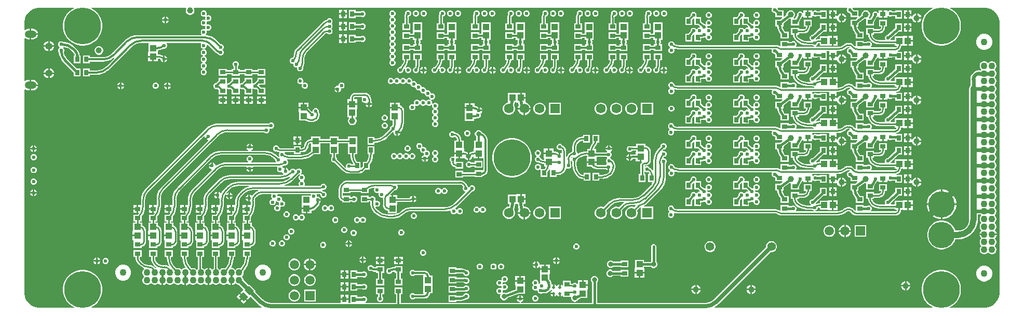
<source format=gbr>
%TF.GenerationSoftware,Altium Limited,Altium Designer,22.4.2 (48)*%
G04 Layer_Physical_Order=6*
G04 Layer_Color=16711680*
%FSLAX45Y45*%
%MOMM*%
%TF.SameCoordinates,1579B7B8-C0FA-446B-BA7A-E71437B095E0*%
%TF.FilePolarity,Positive*%
%TF.FileFunction,Copper,L6,Bot,Signal*%
%TF.Part,Single*%
G01*
G75*
%TA.AperFunction,Conductor*%
%ADD10C,0.25400*%
%ADD11C,0.30000*%
%ADD12C,0.40000*%
%ADD13C,0.70000*%
%ADD14C,0.38100*%
%ADD15C,0.50000*%
%TA.AperFunction,SMDPad,CuDef*%
%ADD20R,1.10000X1.05000*%
%ADD21R,1.05000X1.10000*%
%ADD25R,0.90000X0.70000*%
%ADD43R,0.70000X0.90000*%
%TA.AperFunction,ComponentPad*%
%ADD74C,1.59000*%
%ADD75R,1.59000X1.59000*%
%ADD76C,1.10000*%
%ADD77C,4.30000*%
%ADD78C,1.50000*%
%ADD79R,1.50000X1.50000*%
%ADD80O,1.25000X1.05000*%
%ADD81O,1.90000X1.20000*%
%ADD82R,1.50000X1.50000*%
%TA.AperFunction,ViaPad*%
%ADD83C,0.60000*%
%ADD84C,0.80000*%
%ADD85C,1.00000*%
%ADD86C,6.00000*%
%ADD87C,0.50000*%
%ADD88C,1.40000*%
%TA.AperFunction,Conductor*%
%ADD89C,1.00000*%
%ADD90C,0.60000*%
%TA.AperFunction,SMDPad,CuDef*%
%ADD91R,0.70000X0.85000*%
%TA.AperFunction,ConnectorPad*%
%ADD92R,0.70000X0.90000*%
%TA.AperFunction,SMDPad,CuDef*%
G04:AMPARAMS|DCode=93|XSize=1.1mm|YSize=1.05mm|CornerRadius=0mm|HoleSize=0mm|Usage=FLASHONLY|Rotation=315.000|XOffset=0mm|YOffset=0mm|HoleType=Round|Shape=Rectangle|*
%AMROTATEDRECTD93*
4,1,4,-0.76014,0.01768,-0.01768,0.76014,0.76014,-0.01768,0.01768,-0.76014,-0.76014,0.01768,0.0*
%
%ADD93ROTATEDRECTD93*%

G36*
X16770090Y5940239D02*
X16816315Y5921092D01*
X16857915Y5893295D01*
X16893294Y5857915D01*
X16921092Y5816314D01*
X16940239Y5770089D01*
X16950000Y5721017D01*
Y5696000D01*
Y1304000D01*
Y1278983D01*
X16940239Y1229911D01*
X16921092Y1183686D01*
X16893294Y1142084D01*
X16857915Y1106705D01*
X16816315Y1078908D01*
X16770090Y1059761D01*
X16721017Y1050000D01*
X16144052D01*
X16141003Y1062700D01*
X16167715Y1076312D01*
X16208466Y1105918D01*
X16244083Y1141534D01*
X16273689Y1182284D01*
X16296556Y1227163D01*
X16312122Y1275067D01*
X16320000Y1324815D01*
Y1375185D01*
X16312122Y1424934D01*
X16296556Y1472838D01*
X16273689Y1517717D01*
X16244083Y1558466D01*
X16208466Y1594082D01*
X16167715Y1623689D01*
X16122836Y1646556D01*
X16074934Y1662121D01*
X16025185Y1670000D01*
X15974815D01*
X15925066Y1662121D01*
X15877164Y1646556D01*
X15832285Y1623689D01*
X15791534Y1594082D01*
X15755917Y1558466D01*
X15726311Y1517717D01*
X15703444Y1472838D01*
X15687878Y1424934D01*
X15680000Y1375185D01*
Y1324815D01*
X15687878Y1275067D01*
X15703444Y1227163D01*
X15726311Y1182284D01*
X15755917Y1141534D01*
X15791534Y1105918D01*
X15832285Y1076312D01*
X15858997Y1062700D01*
X15855948Y1050000D01*
X12310199D01*
X12306617Y1062700D01*
X12331977Y1078241D01*
X12368186Y1109167D01*
X12369047Y1109742D01*
X13219305Y1960000D01*
X13241849D01*
X13264738Y1966133D01*
X13285262Y1977982D01*
X13302019Y1994739D01*
X13313866Y2015261D01*
X13320000Y2038151D01*
Y2061849D01*
X13313866Y2084739D01*
X13302019Y2105261D01*
X13285262Y2122018D01*
X13264738Y2133866D01*
X13241849Y2140000D01*
X13218150D01*
X13195261Y2133866D01*
X13174739Y2122018D01*
X13157982Y2105261D01*
X13146133Y2084739D01*
X13139999Y2061849D01*
Y2039306D01*
X12289742Y1189047D01*
X12288286Y1186869D01*
X12260174Y1163798D01*
X12225824Y1145437D01*
X12188551Y1134131D01*
X12152359Y1130566D01*
X12149790Y1131077D01*
X10385783Y1131077D01*
Y1465931D01*
X10395865Y1476013D01*
X10405000Y1498065D01*
Y1521935D01*
X10395865Y1543987D01*
X10378987Y1560866D01*
X10356935Y1570000D01*
X10333065D01*
X10311013Y1560866D01*
X10294134Y1543987D01*
X10285000Y1521935D01*
Y1498065D01*
X10294134Y1476013D01*
X10304216Y1465931D01*
Y1131077D01*
X9146328D01*
X9146022Y1143650D01*
X9166383Y1152084D01*
X9181968Y1167669D01*
X9189706Y1186350D01*
X9080298D01*
X9088036Y1167669D01*
X9103621Y1152084D01*
X9123982Y1143650D01*
X9123676Y1131077D01*
X7185686Y1131077D01*
Y1270000D01*
X7215000D01*
Y1380000D01*
X7085000D01*
Y1270000D01*
X7114314D01*
Y1131077D01*
X6611590D01*
X6609064Y1143777D01*
X6618323Y1147612D01*
X6632388Y1161677D01*
X6640000Y1180054D01*
Y1199945D01*
X6632388Y1218322D01*
X6618323Y1232388D01*
X6599945Y1240000D01*
X6580054D01*
X6561677Y1232388D01*
X6559104Y1229815D01*
X6475000D01*
Y1255000D01*
X6365000D01*
Y1131077D01*
X6330400D01*
Y1177300D01*
X6270000D01*
X6209600D01*
Y1131077D01*
X5080211D01*
X5077641Y1130565D01*
X5041449Y1134130D01*
X5004176Y1145437D01*
X4969826Y1163797D01*
X4941714Y1186868D01*
X4940258Y1189047D01*
X4812685Y1316620D01*
X4823796Y1327730D01*
X4717730Y1433796D01*
X4706619Y1422685D01*
X4624998Y1504307D01*
Y1509875D01*
X4619887Y1528950D01*
X4610013Y1546052D01*
X4602196Y1553869D01*
X4597423Y1562501D01*
X4602197Y1571132D01*
X4610013Y1578949D01*
X4619887Y1596051D01*
X4624998Y1615126D01*
Y1634874D01*
X4621656Y1647347D01*
X4629355Y1656858D01*
X4629355Y1656858D01*
X4658663Y1691173D01*
X4682242Y1729651D01*
X4699512Y1771343D01*
X4710046Y1815224D01*
X4713587Y1860212D01*
X4713341D01*
Y1880000D01*
X4745001D01*
Y1990000D01*
X4615001D01*
Y1880000D01*
X4646660D01*
Y1860212D01*
X4646951Y1858749D01*
X4642847Y1817079D01*
X4630266Y1775603D01*
X4609834Y1737379D01*
X4583271Y1705012D01*
X4582031Y1704183D01*
X4574049Y1696201D01*
X4559873Y1700000D01*
X4540125D01*
X4521050Y1694889D01*
X4503948Y1685015D01*
X4492838Y1673905D01*
X4489335Y1674367D01*
X4474366Y1689336D01*
X4456033Y1699920D01*
X4435585Y1705400D01*
X4428443D01*
X4422237Y1716480D01*
X4427242Y1724648D01*
X4444512Y1766340D01*
X4455046Y1810221D01*
X4458587Y1855209D01*
X4458341D01*
Y1880000D01*
X4490001D01*
Y1990000D01*
X4360001D01*
Y1880000D01*
X4391660D01*
Y1855209D01*
X4391951Y1853746D01*
X4387847Y1812076D01*
X4375266Y1770600D01*
X4354834Y1732376D01*
X4328271Y1700008D01*
X4327031Y1699179D01*
X4324052Y1696201D01*
X4309876Y1700000D01*
X4290128D01*
X4271053Y1694889D01*
X4253951Y1685015D01*
X4246130Y1677195D01*
X4237500Y1672425D01*
X4228869Y1677195D01*
X4221049Y1685015D01*
X4203947Y1694889D01*
X4203341Y1695051D01*
Y1880000D01*
X4235001D01*
Y1990000D01*
X4105001D01*
Y1880000D01*
X4136660D01*
Y1689468D01*
X4128947Y1685015D01*
X4124477Y1680544D01*
X4107967Y1680735D01*
X4099366Y1689336D01*
X4081033Y1699920D01*
X4062700Y1704833D01*
Y1625000D01*
X4037300D01*
Y1704833D01*
X4018966Y1699920D01*
X4000633Y1689336D01*
X3992032Y1680735D01*
X3975522Y1680544D01*
X3971052Y1685015D01*
X3953950Y1694889D01*
X3948341Y1696391D01*
Y1880000D01*
X3980001D01*
Y1990000D01*
X3850001D01*
Y1880000D01*
X3881660D01*
Y1686579D01*
X3878950Y1685015D01*
X3871133Y1677198D01*
X3862502Y1672425D01*
X3853870Y1677198D01*
X3846054Y1685015D01*
X3828952Y1694889D01*
X3809877Y1700000D01*
X3790129D01*
X3775952Y1696201D01*
X3757971Y1714182D01*
X3756731Y1715011D01*
X3730167Y1747379D01*
X3709736Y1785603D01*
X3697154Y1827079D01*
X3693187Y1867364D01*
X3696380Y1880000D01*
X3725001D01*
Y1990000D01*
X3595001D01*
Y1880000D01*
X3619384D01*
X3626414Y1870212D01*
X3629955Y1825224D01*
X3640490Y1781343D01*
X3657760Y1739651D01*
X3671958Y1716480D01*
X3665753Y1705400D01*
X3664414D01*
X3643966Y1699920D01*
X3625632Y1689336D01*
X3617032Y1680735D01*
X3600522Y1680544D01*
X3596051Y1685015D01*
X3578949Y1694889D01*
X3559874Y1700000D01*
X3540126D01*
X3525950Y1696201D01*
X3502971Y1719180D01*
X3501731Y1720008D01*
X3475167Y1752376D01*
X3454736Y1790600D01*
X3442154Y1832076D01*
X3438685Y1867300D01*
X3448012Y1880000D01*
X3470001D01*
Y1990000D01*
X3340001D01*
Y1880000D01*
X3360699D01*
X3371414Y1875209D01*
X3374955Y1830221D01*
X3385490Y1786341D01*
X3402760Y1744648D01*
X3405537Y1740116D01*
X3395038Y1732941D01*
X3367033Y1744542D01*
X3335002Y1748759D01*
Y1748341D01*
X3295000D01*
X3294006Y1748143D01*
X3266016Y1751828D01*
X3239006Y1763016D01*
X3215813Y1780812D01*
X3198016Y1804006D01*
X3186829Y1831015D01*
X3183143Y1859005D01*
X3183341Y1859999D01*
Y1880000D01*
X3215001D01*
Y1990000D01*
X3085001D01*
Y1880000D01*
X3116660D01*
Y1859999D01*
X3116441D01*
X3119872Y1825164D01*
X3130033Y1791668D01*
X3146534Y1760797D01*
X3168740Y1733739D01*
X3195798Y1711533D01*
X3200721Y1708902D01*
X3196023Y1697012D01*
X3184874Y1700000D01*
X3182110D01*
X3172511Y1712511D01*
X3146879Y1732178D01*
X3117031Y1744542D01*
X3085000Y1748759D01*
Y1748759D01*
X3072300Y1748715D01*
X3041600Y1752756D01*
X3005817Y1767578D01*
X2984928Y1783607D01*
X2975542Y1791609D01*
X2953575Y1813575D01*
X2953297Y1813761D01*
X2939790Y1831364D01*
X2931172Y1852169D01*
X2929180Y1867300D01*
X2938457Y1880000D01*
X2960001D01*
Y1990000D01*
X2830001D01*
Y1880000D01*
X2851145D01*
X2861565Y1874495D01*
X2864503Y1844660D01*
X2873206Y1815971D01*
X2887338Y1789532D01*
X2906357Y1766357D01*
X2906356Y1766357D01*
X2906493Y1766357D01*
X2928391Y1744458D01*
X2928391Y1744458D01*
X2928113Y1744179D01*
X2960663Y1717466D01*
X2997799Y1697617D01*
X3001213Y1696581D01*
X3002005Y1683069D01*
X2989987Y1671051D01*
X2980113Y1653949D01*
X2975002Y1634874D01*
Y1615126D01*
X2980113Y1596051D01*
X2989987Y1578949D01*
X2997804Y1571132D01*
X3002576Y1562500D01*
X2997803Y1553869D01*
X2989986Y1546052D01*
X2980112Y1528950D01*
X2975001Y1509875D01*
Y1490127D01*
X2980112Y1471052D01*
X2989986Y1453950D01*
X3003950Y1439986D01*
X3021052Y1430112D01*
X3040127Y1425001D01*
X3059875D01*
X3078950Y1430112D01*
X3096052Y1439986D01*
X3103869Y1447804D01*
X3112501Y1452576D01*
X3121132Y1447804D01*
X3128949Y1439986D01*
X3146051Y1430112D01*
X3165126Y1425001D01*
X3184874D01*
X3203949Y1430112D01*
X3221051Y1439986D01*
X3225521Y1444457D01*
X3242031Y1444266D01*
X3250632Y1435665D01*
X3268965Y1425081D01*
X3287298Y1420168D01*
Y1500001D01*
X3312698D01*
Y1420168D01*
X3331032Y1425081D01*
X3349365Y1435665D01*
X3364334Y1450634D01*
X3367841Y1451096D01*
X3378951Y1439986D01*
X3396053Y1430112D01*
X3415128Y1425001D01*
X3434876D01*
X3453951Y1430112D01*
X3471053Y1439986D01*
X3478870Y1447803D01*
X3487501Y1452576D01*
X3496133Y1447803D01*
X3503950Y1439986D01*
X3521052Y1430112D01*
X3540127Y1425001D01*
X3559875D01*
X3578949Y1430112D01*
X3596051Y1439986D01*
X3600522Y1444457D01*
X3617662Y1443636D01*
X3625632Y1435665D01*
X3643966Y1425081D01*
X3662299Y1420168D01*
Y1500001D01*
X3687699D01*
Y1420168D01*
X3706032Y1425081D01*
X3724365Y1435665D01*
X3739334Y1450634D01*
X3742842Y1451096D01*
X3753952Y1439986D01*
X3771054Y1430112D01*
X3790129Y1425001D01*
X3809877D01*
X3828951Y1430112D01*
X3846054Y1439986D01*
X3853870Y1447803D01*
X3862502Y1452576D01*
X3871133Y1447803D01*
X3878950Y1439986D01*
X3896052Y1430112D01*
X3915127Y1425001D01*
X3934875D01*
X3953950Y1430112D01*
X3971052Y1439986D01*
X3975522Y1444457D01*
X3992032Y1444266D01*
X4000633Y1435665D01*
X4018966Y1425081D01*
X4037300Y1420168D01*
Y1500001D01*
X4062700D01*
Y1420168D01*
X4081033Y1425081D01*
X4099366Y1435665D01*
X4107337Y1443636D01*
X4124477Y1444457D01*
X4128947Y1439986D01*
X4146049Y1430112D01*
X4165124Y1425001D01*
X4184872D01*
X4203947Y1430112D01*
X4221049Y1439986D01*
X4228869Y1447807D01*
X4237500Y1452576D01*
X4246130Y1447807D01*
X4253951Y1439986D01*
X4271053Y1430112D01*
X4290128Y1425001D01*
X4309876D01*
X4328950Y1430112D01*
X4346053Y1439986D01*
X4350523Y1444457D01*
X4367663Y1443636D01*
X4375633Y1435665D01*
X4393967Y1425081D01*
X4412300Y1420168D01*
Y1500001D01*
X4437700D01*
Y1420168D01*
X4456033Y1425081D01*
X4474367Y1435665D01*
X4489336Y1450634D01*
X4492838Y1451096D01*
X4503947Y1439986D01*
X4521049Y1430112D01*
X4540124Y1425001D01*
X4545693D01*
X4616488Y1354207D01*
X4618735Y1342437D01*
X4572632Y1296334D01*
X4629483Y1239483D01*
X4686334Y1182632D01*
X4732438Y1228735D01*
X4744207Y1226488D01*
X4860953Y1109741D01*
X4861814Y1109166D01*
X4898023Y1078240D01*
X4923382Y1062700D01*
X4919801Y1050000D01*
X2144052D01*
X2141003Y1062700D01*
X2167717Y1076312D01*
X2208466Y1105918D01*
X2244082Y1141534D01*
X2273689Y1182284D01*
X2296556Y1227163D01*
X2312121Y1275067D01*
X2320000Y1324815D01*
Y1375185D01*
X2312121Y1424934D01*
X2296556Y1472838D01*
X2273689Y1517717D01*
X2244082Y1558466D01*
X2208466Y1594082D01*
X2167717Y1623689D01*
X2122838Y1646556D01*
X2074934Y1662121D01*
X2025185Y1670000D01*
X1974815D01*
X1925067Y1662121D01*
X1877163Y1646556D01*
X1832284Y1623689D01*
X1791534Y1594082D01*
X1755918Y1558466D01*
X1726312Y1517717D01*
X1703444Y1472838D01*
X1687880Y1424934D01*
X1680000Y1375185D01*
Y1324815D01*
X1687880Y1275067D01*
X1703444Y1227163D01*
X1726312Y1182284D01*
X1755918Y1141534D01*
X1791534Y1105918D01*
X1832284Y1076312D01*
X1858998Y1062700D01*
X1855949Y1050000D01*
X1278983D01*
X1229911Y1059761D01*
X1183686Y1078908D01*
X1142084Y1106705D01*
X1106705Y1142084D01*
X1078908Y1183686D01*
X1059761Y1229911D01*
X1050000Y1278983D01*
Y1304000D01*
Y2850000D01*
Y4608726D01*
X1062700Y4614989D01*
X1071932Y4607905D01*
X1092707Y4599300D01*
X1115001Y4596365D01*
X1137301D01*
Y4682502D01*
Y4768638D01*
X1115001D01*
X1092707Y4765703D01*
X1071932Y4757098D01*
X1062700Y4750014D01*
X1050000Y4756277D01*
Y5443726D01*
X1062700Y5449989D01*
X1071933Y5442905D01*
X1092707Y5434300D01*
X1115001Y5431365D01*
X1137301D01*
Y5517501D01*
Y5603638D01*
X1115001D01*
X1092707Y5600703D01*
X1071933Y5592098D01*
X1062700Y5585013D01*
X1050000Y5591276D01*
Y5721017D01*
X1059761Y5770089D01*
X1078908Y5816314D01*
X1106705Y5857915D01*
X1142084Y5893295D01*
X1183686Y5921092D01*
X1229911Y5940239D01*
X1278983Y5950000D01*
X1855949D01*
X1858998Y5937300D01*
X1832284Y5923688D01*
X1791534Y5894082D01*
X1755918Y5858466D01*
X1726312Y5817716D01*
X1703444Y5772837D01*
X1687880Y5724933D01*
X1680000Y5675184D01*
Y5624815D01*
X1687880Y5575066D01*
X1703444Y5527162D01*
X1726312Y5482283D01*
X1755918Y5441534D01*
X1791534Y5405918D01*
X1832284Y5376311D01*
X1877163Y5353444D01*
X1925067Y5337879D01*
X1974815Y5330000D01*
X2025185D01*
X2074934Y5337879D01*
X2122838Y5353444D01*
X2167717Y5376311D01*
X2208466Y5405918D01*
X2244082Y5441534D01*
X2273689Y5482283D01*
X2296556Y5527162D01*
X2312121Y5575066D01*
X2320000Y5624815D01*
Y5675184D01*
X2312121Y5724933D01*
X2296556Y5772837D01*
X2273689Y5817716D01*
X2244082Y5858466D01*
X2208466Y5894082D01*
X2167717Y5923688D01*
X2141003Y5937300D01*
X2144052Y5950000D01*
X3683860D01*
X3690706Y5937300D01*
X3684771Y5927019D01*
X3680000Y5909216D01*
Y5890784D01*
X3684771Y5872981D01*
X3693986Y5857019D01*
X3707019Y5843986D01*
X3722981Y5834770D01*
X3740784Y5830000D01*
X3759216D01*
X3777019Y5834770D01*
X3792981Y5843986D01*
X3806014Y5857019D01*
X3815230Y5872981D01*
X3820000Y5890784D01*
Y5909216D01*
X3815230Y5927019D01*
X3809294Y5937300D01*
X3816140Y5950000D01*
X13237695D01*
X13242188Y5937300D01*
X13235001Y5919945D01*
Y5900054D01*
X13242612Y5881677D01*
X13256677Y5867612D01*
X13275053Y5860000D01*
X13282323D01*
X13294997Y5847327D01*
Y5795000D01*
X13404727D01*
X13408772Y5782962D01*
X13371860Y5754998D01*
X13294997D01*
Y5644998D01*
X13322649D01*
X13322722Y5644077D01*
X13333525Y5599079D01*
X13351234Y5556325D01*
X13375414Y5516868D01*
X13380000Y5511496D01*
Y5445001D01*
X13510001D01*
Y5555001D01*
X13449767D01*
X13436266Y5571452D01*
X13416512Y5608408D01*
X13408507Y5634797D01*
X13416074Y5644998D01*
X13424995D01*
Y5692922D01*
X13524226Y5768097D01*
X13535783Y5765000D01*
X13550002D01*
Y5660001D01*
X13680000D01*
Y5714472D01*
X13680736Y5715346D01*
X13721730Y5789881D01*
X13728323Y5792612D01*
X13741901Y5806190D01*
X13744450Y5806051D01*
X13754601Y5802974D01*
Y5784600D01*
X13812300D01*
Y5845000D01*
Y5905400D01*
X13754601D01*
Y5867025D01*
X13744450Y5863948D01*
X13741901Y5863810D01*
X13728323Y5877388D01*
X13709946Y5885000D01*
X13690054D01*
X13671677Y5877388D01*
X13657613Y5863323D01*
X13650000Y5844945D01*
Y5828718D01*
X13617706Y5770001D01*
X13596948D01*
X13591696Y5782701D01*
X13601015Y5792019D01*
X13610229Y5807981D01*
X13614999Y5825784D01*
Y5844215D01*
X13610229Y5862019D01*
X13601015Y5877981D01*
X13587981Y5891014D01*
X13572018Y5900229D01*
X13554216Y5905000D01*
X13535783D01*
X13517981Y5900229D01*
X13502019Y5891014D01*
X13488986Y5877981D01*
X13479771Y5862019D01*
X13475000Y5844215D01*
Y5833135D01*
X13436369Y5803869D01*
X13424995Y5809521D01*
Y5905000D01*
X13352676D01*
X13333069Y5924607D01*
X13327812Y5937300D01*
X13332304Y5950000D01*
X14462695D01*
X14467188Y5937300D01*
X14460001Y5919945D01*
Y5900054D01*
X14467612Y5881677D01*
X14481677Y5867612D01*
X14500053Y5860000D01*
X14507323D01*
X14520000Y5847323D01*
Y5795000D01*
X14629726D01*
X14633771Y5782961D01*
X14596861Y5754999D01*
X14520000D01*
Y5645000D01*
X14547649D01*
X14547722Y5644077D01*
X14558525Y5599079D01*
X14576234Y5556325D01*
X14600414Y5516868D01*
X14605000Y5511497D01*
Y5445000D01*
X14735001D01*
Y5555000D01*
X14674768D01*
X14661266Y5571452D01*
X14641512Y5608408D01*
X14633507Y5634799D01*
X14641072Y5645000D01*
X14650000D01*
Y5692925D01*
X14749226Y5768097D01*
X14760783Y5765000D01*
X14775000D01*
Y5660000D01*
X14905000D01*
Y5714471D01*
X14905737Y5715347D01*
X14910432Y5723887D01*
X14910471Y5724006D01*
X14910551Y5724102D01*
X14946643Y5790121D01*
X14953127Y5792807D01*
X14966901Y5806579D01*
X14968520Y5806527D01*
X14979601Y5803639D01*
Y5784600D01*
X15037300D01*
Y5844999D01*
Y5905399D01*
X14979601D01*
Y5866751D01*
X14968520Y5863864D01*
X14966901Y5863811D01*
X14953127Y5877583D01*
X14934750Y5885195D01*
X14914859D01*
X14896481Y5877583D01*
X14882417Y5863518D01*
X14874805Y5845141D01*
Y5828757D01*
X14842683Y5770000D01*
X14821947D01*
X14816695Y5782700D01*
X14826015Y5792019D01*
X14835229Y5807981D01*
X14839999Y5825784D01*
Y5844215D01*
X14835229Y5862019D01*
X14826015Y5877981D01*
X14812981Y5891014D01*
X14797018Y5900229D01*
X14779216Y5905000D01*
X14760783D01*
X14742981Y5900229D01*
X14727019Y5891014D01*
X14713986Y5877981D01*
X14704770Y5862019D01*
X14700000Y5844215D01*
Y5833135D01*
X14661372Y5803872D01*
X14650000Y5809524D01*
Y5904999D01*
X14577676D01*
X14558069Y5924607D01*
X14552812Y5937300D01*
X14557304Y5950000D01*
X15855948D01*
X15858997Y5937300D01*
X15832285Y5923688D01*
X15791534Y5894082D01*
X15755917Y5858466D01*
X15726311Y5817716D01*
X15703444Y5772837D01*
X15687878Y5724933D01*
X15680000Y5675184D01*
Y5624815D01*
X15687878Y5575066D01*
X15703444Y5527162D01*
X15726311Y5482283D01*
X15755917Y5441534D01*
X15791534Y5405918D01*
X15832285Y5376311D01*
X15877164Y5353444D01*
X15925066Y5337879D01*
X15974815Y5330000D01*
X16025185D01*
X16074934Y5337879D01*
X16122836Y5353444D01*
X16167715Y5376311D01*
X16208466Y5405918D01*
X16244083Y5441534D01*
X16273689Y5482283D01*
X16296556Y5527162D01*
X16312122Y5575066D01*
X16320000Y5624815D01*
Y5675184D01*
X16312122Y5724933D01*
X16296556Y5772837D01*
X16273689Y5817716D01*
X16244083Y5858466D01*
X16208466Y5894082D01*
X16167715Y5923688D01*
X16141003Y5937300D01*
X16144052Y5950000D01*
X16721017D01*
X16770090Y5940239D01*
D02*
G37*
%LPC*%
G36*
X6305400Y5915399D02*
X6257700D01*
Y5857699D01*
X6305400D01*
Y5915399D01*
D02*
G37*
G36*
X6232300D02*
X6184600D01*
Y5857699D01*
X6232300D01*
Y5915399D01*
D02*
G37*
G36*
X14290401Y5905401D02*
X14242700D01*
Y5847701D01*
X14290401D01*
Y5905401D01*
D02*
G37*
G36*
X14217300D02*
X14169601D01*
Y5847701D01*
X14217300D01*
Y5905401D01*
D02*
G37*
G36*
X15515401Y5905400D02*
X15467700D01*
Y5847700D01*
X15515401D01*
Y5905400D01*
D02*
G37*
G36*
X15442300D02*
X15394600D01*
Y5847700D01*
X15442300D01*
Y5905400D01*
D02*
G37*
G36*
X11489942Y5904998D02*
X11470051D01*
X11451674Y5897386D01*
X11437609Y5883321D01*
X11429997Y5864944D01*
Y5845052D01*
X11437609Y5826675D01*
X11451674Y5812610D01*
X11470051Y5804998D01*
X11489942D01*
X11508320Y5812610D01*
X11522385Y5826675D01*
X11529997Y5845052D01*
Y5864944D01*
X11522385Y5883321D01*
X11508320Y5897386D01*
X11489942Y5904998D01*
D02*
G37*
G36*
X11362942D02*
X11343051D01*
X11324674Y5897386D01*
X11310609Y5883321D01*
X11302997Y5864944D01*
Y5845052D01*
X11310609Y5826675D01*
X11324674Y5812610D01*
X11343051Y5804998D01*
X11362942D01*
X11381320Y5812610D01*
X11395385Y5826675D01*
X11402997Y5845052D01*
Y5864944D01*
X11395385Y5883321D01*
X11381320Y5897386D01*
X11362942Y5904998D01*
D02*
G37*
G36*
X10929943D02*
X10910051D01*
X10891674Y5897386D01*
X10877609Y5883321D01*
X10869997Y5864944D01*
Y5845052D01*
X10877609Y5826675D01*
X10891674Y5812610D01*
X10910051Y5804998D01*
X10929943D01*
X10948320Y5812610D01*
X10962385Y5826675D01*
X10969997Y5845052D01*
Y5864944D01*
X10962385Y5883321D01*
X10948320Y5897386D01*
X10929943Y5904998D01*
D02*
G37*
G36*
X10802943D02*
X10783051D01*
X10764674Y5897386D01*
X10750609Y5883321D01*
X10742997Y5864944D01*
Y5845052D01*
X10750609Y5826675D01*
X10764674Y5812610D01*
X10783051Y5804998D01*
X10802943D01*
X10821320Y5812610D01*
X10835385Y5826675D01*
X10842997Y5845052D01*
Y5864944D01*
X10835385Y5883321D01*
X10821320Y5897386D01*
X10802943Y5904998D01*
D02*
G37*
G36*
X10369943D02*
X10350051D01*
X10331674Y5897386D01*
X10317609Y5883321D01*
X10309997Y5864944D01*
Y5845052D01*
X10317609Y5826675D01*
X10331674Y5812610D01*
X10350051Y5804998D01*
X10369943D01*
X10388320Y5812610D01*
X10402385Y5826675D01*
X10409997Y5845052D01*
Y5864944D01*
X10402385Y5883321D01*
X10388320Y5897386D01*
X10369943Y5904998D01*
D02*
G37*
G36*
X10242943D02*
X10223051D01*
X10204674Y5897386D01*
X10190609Y5883321D01*
X10182997Y5864944D01*
Y5845052D01*
X10190609Y5826675D01*
X10204674Y5812610D01*
X10223051Y5804998D01*
X10242943D01*
X10261320Y5812610D01*
X10275385Y5826675D01*
X10282997Y5845052D01*
Y5864944D01*
X10275385Y5883321D01*
X10261320Y5897386D01*
X10242943Y5904998D01*
D02*
G37*
G36*
X9809943D02*
X9790052D01*
X9771674Y5897386D01*
X9757609Y5883321D01*
X9749997Y5864944D01*
Y5845052D01*
X9757609Y5826675D01*
X9771674Y5812610D01*
X9790052Y5804998D01*
X9809943D01*
X9828320Y5812610D01*
X9842385Y5826675D01*
X9849997Y5845052D01*
Y5864944D01*
X9842385Y5883321D01*
X9828320Y5897386D01*
X9809943Y5904998D01*
D02*
G37*
G36*
X9682943D02*
X9663052D01*
X9644674Y5897386D01*
X9630609Y5883321D01*
X9622997Y5864944D01*
Y5845052D01*
X9630609Y5826675D01*
X9644674Y5812610D01*
X9663052Y5804998D01*
X9682943D01*
X9701320Y5812610D01*
X9715385Y5826675D01*
X9722997Y5845052D01*
Y5864944D01*
X9715385Y5883321D01*
X9701320Y5897386D01*
X9682943Y5904998D01*
D02*
G37*
G36*
X9249943D02*
X9230052D01*
X9211674Y5897386D01*
X9197609Y5883321D01*
X9189997Y5864944D01*
Y5845052D01*
X9197609Y5826675D01*
X9211674Y5812610D01*
X9230052Y5804998D01*
X9249943D01*
X9268320Y5812610D01*
X9282385Y5826675D01*
X9289997Y5845052D01*
Y5864944D01*
X9282385Y5883321D01*
X9268320Y5897386D01*
X9249943Y5904998D01*
D02*
G37*
G36*
X9122943D02*
X9103052D01*
X9084674Y5897386D01*
X9070609Y5883321D01*
X9062997Y5864944D01*
Y5845052D01*
X9070609Y5826675D01*
X9084674Y5812610D01*
X9103052Y5804998D01*
X9122943D01*
X9141320Y5812610D01*
X9155385Y5826675D01*
X9162997Y5845052D01*
Y5864944D01*
X9155385Y5883321D01*
X9141320Y5897386D01*
X9122943Y5904998D01*
D02*
G37*
G36*
X8689943D02*
X8670052D01*
X8651675Y5897386D01*
X8637609Y5883321D01*
X8629997Y5864944D01*
Y5845052D01*
X8637609Y5826675D01*
X8651675Y5812610D01*
X8670052Y5804998D01*
X8689943D01*
X8708320Y5812610D01*
X8722385Y5826675D01*
X8729997Y5845052D01*
Y5864944D01*
X8722385Y5883321D01*
X8708320Y5897386D01*
X8689943Y5904998D01*
D02*
G37*
G36*
X8562943D02*
X8543052D01*
X8524675Y5897386D01*
X8510609Y5883321D01*
X8502997Y5864944D01*
Y5845052D01*
X8510609Y5826675D01*
X8524675Y5812610D01*
X8543052Y5804998D01*
X8562943D01*
X8581320Y5812610D01*
X8595385Y5826675D01*
X8602997Y5845052D01*
Y5864944D01*
X8595385Y5883321D01*
X8581320Y5897386D01*
X8562943Y5904998D01*
D02*
G37*
G36*
X8129943D02*
X8110052D01*
X8091675Y5897386D01*
X8077609Y5883321D01*
X8069998Y5864944D01*
Y5845052D01*
X8077609Y5826675D01*
X8091675Y5812610D01*
X8110052Y5804998D01*
X8129943D01*
X8148320Y5812610D01*
X8162386Y5826675D01*
X8169997Y5845052D01*
Y5864944D01*
X8162386Y5883321D01*
X8148320Y5897386D01*
X8129943Y5904998D01*
D02*
G37*
G36*
X8002943D02*
X7983052D01*
X7964675Y5897386D01*
X7950609Y5883321D01*
X7942998Y5864944D01*
Y5845052D01*
X7950609Y5826675D01*
X7964675Y5812610D01*
X7983052Y5804998D01*
X8002943D01*
X8021320Y5812610D01*
X8035386Y5826675D01*
X8042997Y5845052D01*
Y5864944D01*
X8035386Y5883321D01*
X8021320Y5897386D01*
X8002943Y5904998D01*
D02*
G37*
G36*
X7569943D02*
X7550052D01*
X7531675Y5897386D01*
X7517610Y5883321D01*
X7509998Y5864944D01*
Y5845052D01*
X7517610Y5826675D01*
X7531675Y5812610D01*
X7550052Y5804998D01*
X7569943D01*
X7588320Y5812610D01*
X7602386Y5826675D01*
X7609997Y5845052D01*
Y5864944D01*
X7602386Y5883321D01*
X7588320Y5897386D01*
X7569943Y5904998D01*
D02*
G37*
G36*
X7442943D02*
X7423052D01*
X7404675Y5897386D01*
X7390610Y5883321D01*
X7382998Y5864944D01*
Y5845052D01*
X7390610Y5826675D01*
X7404675Y5812610D01*
X7423052Y5804998D01*
X7442943D01*
X7461320Y5812610D01*
X7475386Y5826675D01*
X7482997Y5845052D01*
Y5864944D01*
X7475386Y5883321D01*
X7461320Y5897386D01*
X7442943Y5904998D01*
D02*
G37*
G36*
X14362300Y5854656D02*
X14345897Y5850261D01*
X14328703Y5840335D01*
X14314665Y5826296D01*
X14304738Y5809103D01*
X14303101Y5802990D01*
X14290401Y5804663D01*
Y5822301D01*
X14242700D01*
Y5764601D01*
X14287918D01*
X14290401Y5764601D01*
X14301865Y5761619D01*
X14304738Y5750896D01*
X14314665Y5733703D01*
X14328703Y5719664D01*
X14345897Y5709738D01*
X14362300Y5705343D01*
Y5780000D01*
Y5854656D01*
D02*
G37*
G36*
X15587300D02*
X15570897Y5850261D01*
X15553703Y5840335D01*
X15539665Y5826296D01*
X15529738Y5809103D01*
X15528101Y5802988D01*
X15515401Y5804659D01*
Y5822300D01*
X15467700D01*
Y5764600D01*
X15512918D01*
X15515401Y5764600D01*
X15526865Y5761619D01*
X15529738Y5750896D01*
X15539665Y5733703D01*
X15553703Y5719664D01*
X15570897Y5709738D01*
X15587300Y5705343D01*
Y5780000D01*
Y5854656D01*
D02*
G37*
G36*
X6450000Y5909999D02*
X6340000D01*
Y5780000D01*
X6450000D01*
Y5805184D01*
X6534104D01*
X6536677Y5802611D01*
X6555054Y5795000D01*
X6574946D01*
X6593323Y5802611D01*
X6607388Y5816677D01*
X6615000Y5835054D01*
Y5854945D01*
X6607388Y5873322D01*
X6593323Y5887388D01*
X6574946Y5894999D01*
X6555054D01*
X6536677Y5887388D01*
X6534104Y5884814D01*
X6450000D01*
Y5909999D01*
D02*
G37*
G36*
X15612700Y5854656D02*
Y5792700D01*
X15674657D01*
X15670262Y5809103D01*
X15660335Y5826296D01*
X15646297Y5840335D01*
X15629103Y5850261D01*
X15612700Y5854656D01*
D02*
G37*
G36*
X14387700D02*
Y5792700D01*
X14449657D01*
X14445262Y5809103D01*
X14435335Y5826296D01*
X14421297Y5840335D01*
X14404105Y5850261D01*
X14387700Y5854656D01*
D02*
G37*
G36*
X12999944Y5875000D02*
X12980052D01*
X12961674Y5867388D01*
X12947610Y5853323D01*
X12939998Y5834945D01*
Y5815054D01*
X12947610Y5796677D01*
X12961674Y5782612D01*
X12980052Y5775000D01*
X12999944D01*
X13018321Y5782612D01*
X13032385Y5796677D01*
X13039998Y5815054D01*
Y5834945D01*
X13032385Y5853323D01*
X13018321Y5867388D01*
X12999944Y5875000D01*
D02*
G37*
G36*
X12219945D02*
X12200053D01*
X12181676Y5867388D01*
X12167611Y5853323D01*
X12159999Y5834945D01*
Y5815054D01*
X12167611Y5796677D01*
X12181676Y5782612D01*
X12200053Y5775000D01*
X12219945D01*
X12238322Y5782612D01*
X12252387Y5796677D01*
X12259999Y5815054D01*
Y5834945D01*
X12252387Y5853323D01*
X12238322Y5867388D01*
X12219945Y5875000D01*
D02*
G37*
G36*
X6305400Y5832299D02*
X6257700D01*
Y5774599D01*
X6305400D01*
Y5832299D01*
D02*
G37*
G36*
X6232300D02*
X6184600D01*
Y5774599D01*
X6232300D01*
Y5832299D01*
D02*
G37*
G36*
X13895401Y5905400D02*
X13837700D01*
Y5845000D01*
Y5784600D01*
X13895401D01*
Y5810928D01*
X13908101Y5816188D01*
X13916676Y5807612D01*
X13935054Y5800000D01*
X13954945D01*
X13973323Y5807612D01*
X13974927Y5809216D01*
X14024998D01*
Y5770001D01*
X14134998D01*
Y5900001D01*
X14024998D01*
Y5890783D01*
X13974927D01*
X13973323Y5892388D01*
X13954945Y5900000D01*
X13935054D01*
X13916676Y5892388D01*
X13908101Y5883811D01*
X13895401Y5889072D01*
Y5905400D01*
D02*
G37*
G36*
X15120399Y5905399D02*
X15062700D01*
Y5844999D01*
Y5784600D01*
X15120399D01*
Y5810929D01*
X15133099Y5816189D01*
X15141676Y5807612D01*
X15160054Y5800000D01*
X15179945D01*
X15198323Y5807612D01*
X15199927Y5809216D01*
X15250000D01*
Y5770000D01*
X15360001D01*
Y5900000D01*
X15250000D01*
Y5890783D01*
X15199927D01*
X15198323Y5892388D01*
X15179945Y5900000D01*
X15160054D01*
X15141676Y5892388D01*
X15133099Y5883810D01*
X15120399Y5889071D01*
Y5905399D01*
D02*
G37*
G36*
X14217300Y5822301D02*
X14169601D01*
Y5764601D01*
X14217300D01*
Y5822301D01*
D02*
G37*
G36*
X15442300Y5822300D02*
X15394600D01*
Y5764600D01*
X15442300D01*
Y5822300D01*
D02*
G37*
G36*
X3362700Y5804704D02*
Y5762700D01*
X3404704D01*
X3396966Y5781381D01*
X3381381Y5796966D01*
X3362700Y5804704D01*
D02*
G37*
G36*
X3337300D02*
X3318618Y5796966D01*
X3303034Y5781381D01*
X3295296Y5762700D01*
X3337300D01*
Y5804704D01*
D02*
G37*
G36*
X3984946Y5900000D02*
X3965054D01*
X3946677Y5892388D01*
X3932612Y5878323D01*
X3925000Y5859946D01*
Y5840054D01*
X3932612Y5821677D01*
X3946677Y5807612D01*
X3965054Y5800000D01*
X3984946D01*
X3994052Y5803772D01*
X4003772Y5794052D01*
X4000000Y5784946D01*
Y5765054D01*
X4003772Y5755949D01*
X3994051Y5746228D01*
X3984946Y5750000D01*
X3965054D01*
X3946677Y5742388D01*
X3932612Y5728323D01*
X3925000Y5709946D01*
Y5690054D01*
X3932612Y5671677D01*
X3946677Y5657612D01*
X3965054Y5650000D01*
X3984946D01*
X3994052Y5653772D01*
X4003772Y5644052D01*
X4000000Y5634946D01*
Y5615054D01*
X4003772Y5605949D01*
X3994051Y5596228D01*
X3984946Y5600000D01*
X3965054D01*
X3946677Y5592388D01*
X3932612Y5578323D01*
X3925000Y5559946D01*
Y5540054D01*
X3932612Y5521677D01*
X3940903Y5513386D01*
X3935643Y5500686D01*
X2886068D01*
Y5501233D01*
X2836107Y5496312D01*
X2788066Y5481739D01*
X2743792Y5458074D01*
X2704984Y5426226D01*
X2705372Y5425839D01*
X2484161Y5204629D01*
X2483267Y5203290D01*
X2451340Y5177088D01*
X2413515Y5156871D01*
X2372473Y5144420D01*
X2331368Y5140372D01*
X2329790Y5140686D01*
X2115000D01*
Y5170000D01*
X2005000D01*
Y5040000D01*
X2115000D01*
Y5069314D01*
X2329790D01*
Y5069107D01*
X2375139Y5072676D01*
X2419372Y5083295D01*
X2461399Y5100703D01*
X2500185Y5124471D01*
X2506069Y5129497D01*
X2514697Y5120164D01*
X2384162Y4989629D01*
X2383268Y4988291D01*
X2351340Y4962089D01*
X2313515Y4941871D01*
X2272473Y4929421D01*
X2231369Y4925372D01*
X2229790Y4925686D01*
X2115000D01*
Y4955001D01*
X2005000D01*
Y4825001D01*
X2115000D01*
Y4854315D01*
X2229790D01*
Y4854107D01*
X2275140Y4857676D01*
X2319372Y4868296D01*
X2361399Y4885704D01*
X2400185Y4909472D01*
X2434776Y4939015D01*
X2434629Y4939162D01*
X2805839Y5310372D01*
X2806733Y5311710D01*
X2838661Y5337912D01*
X2876485Y5358130D01*
X2917528Y5370580D01*
X2958632Y5374628D01*
X2960210Y5374314D01*
X3072862D01*
X3075000Y5362500D01*
X3075000D01*
Y5227900D01*
X3069600D01*
Y5162700D01*
X3150000D01*
Y5150000D01*
X3162700D01*
Y5072100D01*
X3230400D01*
Y5104230D01*
X3243100Y5115344D01*
X3257118Y5113499D01*
X3269600Y5108329D01*
Y5100229D01*
X3278034Y5079868D01*
X3293619Y5064283D01*
X3312300Y5056545D01*
Y5111249D01*
Y5165953D01*
X3307685Y5164042D01*
X3294897Y5170877D01*
X3263794Y5180312D01*
X3231448Y5183498D01*
X3230400Y5195764D01*
Y5227900D01*
X3225000D01*
Y5241621D01*
X3225417Y5254149D01*
X3259886Y5257544D01*
X3293030Y5267598D01*
X3318569Y5281249D01*
X3334946D01*
X3353323Y5288861D01*
X3367388Y5302926D01*
X3375000Y5321303D01*
Y5341194D01*
X3367388Y5359571D01*
X3365345Y5361614D01*
X3370606Y5374314D01*
X3930643D01*
X3935903Y5361614D01*
X3932612Y5358323D01*
X3925000Y5339946D01*
Y5320054D01*
X3932612Y5301677D01*
X3946677Y5287612D01*
X3965054Y5280000D01*
X3984946D01*
X4003323Y5287612D01*
X4017388Y5301677D01*
X4025000Y5320054D01*
Y5338580D01*
X4028951Y5342052D01*
X4036260Y5345949D01*
X4039847Y5343196D01*
X4049263Y5335269D01*
X4058244Y5326289D01*
X4156037Y5228496D01*
X4164773Y5219271D01*
X4164794Y5219254D01*
X4174518Y5211793D01*
X4189735Y5200117D01*
X4207094Y5192926D01*
X4207612Y5191677D01*
X4221677Y5177612D01*
X4240054Y5170000D01*
X4259946D01*
X4278323Y5177612D01*
X4292388Y5191677D01*
X4300000Y5210055D01*
Y5229946D01*
X4292388Y5248323D01*
X4286508Y5254203D01*
X4278432Y5262500D01*
X4286508Y5270797D01*
X4292388Y5276677D01*
X4300000Y5295054D01*
Y5314946D01*
X4292388Y5333323D01*
X4278323Y5347388D01*
X4259946Y5355000D01*
X4250467D01*
X4189628Y5415839D01*
X4189775Y5415986D01*
X4155185Y5445529D01*
X4116398Y5469297D01*
X4074372Y5486705D01*
X4030139Y5497325D01*
X4012393Y5498721D01*
X4007552Y5511841D01*
X4017388Y5521677D01*
X4025000Y5540054D01*
Y5559946D01*
X4021228Y5569051D01*
X4030949Y5578772D01*
X4040054Y5575000D01*
X4059946D01*
X4078323Y5582612D01*
X4092388Y5596677D01*
X4100000Y5615054D01*
Y5634946D01*
X4092388Y5653323D01*
X4078323Y5667388D01*
X4059946Y5675000D01*
X4040054D01*
X4030948Y5671228D01*
X4021228Y5680948D01*
X4025000Y5690054D01*
Y5709946D01*
X4021228Y5719051D01*
X4030949Y5728772D01*
X4040054Y5725000D01*
X4059946D01*
X4078323Y5732612D01*
X4092388Y5746677D01*
X4100000Y5765054D01*
Y5784946D01*
X4092388Y5803323D01*
X4078323Y5817388D01*
X4059946Y5825000D01*
X4040054D01*
X4030948Y5821228D01*
X4021228Y5830948D01*
X4025000Y5840054D01*
Y5859946D01*
X4017388Y5878323D01*
X4003323Y5892388D01*
X3984946Y5900000D01*
D02*
G37*
G36*
X15674657Y5767300D02*
X15612700D01*
Y5705343D01*
X15629103Y5709738D01*
X15646297Y5719664D01*
X15660335Y5733703D01*
X15670262Y5750896D01*
X15674657Y5767300D01*
D02*
G37*
G36*
X14449657D02*
X14387700D01*
Y5705343D01*
X14404105Y5709738D01*
X14421297Y5719664D01*
X14435335Y5733703D01*
X14445262Y5750896D01*
X14449657Y5767300D01*
D02*
G37*
G36*
X3404704Y5737300D02*
X3362700D01*
Y5695296D01*
X3381381Y5703034D01*
X3396966Y5718618D01*
X3404704Y5737300D01*
D02*
G37*
G36*
X3337300D02*
X3295296D01*
X3303034Y5718618D01*
X3318618Y5703034D01*
X3337300Y5695296D01*
Y5737300D01*
D02*
G37*
G36*
X6305400Y5715400D02*
X6257699D01*
Y5657700D01*
X6305400D01*
Y5715400D01*
D02*
G37*
G36*
X6232299D02*
X6184600D01*
Y5657700D01*
X6232299D01*
Y5715400D01*
D02*
G37*
G36*
X12749944Y5875000D02*
X12730052D01*
X12711675Y5867388D01*
X12697610Y5853323D01*
X12689998Y5834945D01*
Y5823445D01*
X12663741Y5795000D01*
X12604998D01*
Y5665000D01*
X12714998D01*
Y5745304D01*
X12742298Y5774879D01*
X12743663Y5774917D01*
X12754998Y5765892D01*
Y5665000D01*
X12815907D01*
X12848767Y5638100D01*
X12844232Y5625400D01*
X12828978D01*
X12808617Y5616966D01*
X12794328Y5602678D01*
X12790787Y5601386D01*
X12779298Y5601411D01*
X12768321Y5612388D01*
X12749944Y5620000D01*
X12730052D01*
X12711675Y5612388D01*
X12697610Y5598323D01*
X12689998Y5579945D01*
Y5563362D01*
X12660662Y5525000D01*
X12604998D01*
Y5395000D01*
X12714998D01*
Y5478049D01*
X12715338Y5478997D01*
X12715338Y5479005D01*
X12742298Y5514261D01*
X12754998Y5509961D01*
Y5395000D01*
X12824017D01*
X12831001Y5394660D01*
X12831949Y5395000D01*
X12864998D01*
Y5434018D01*
X12865338Y5441002D01*
X12864998Y5441951D01*
Y5454314D01*
X12886880D01*
X12900539Y5457031D01*
X12905009Y5460018D01*
X12905054Y5460000D01*
X12924945D01*
X12929439Y5461862D01*
X12939999Y5454806D01*
Y5450054D01*
X12947610Y5431677D01*
X12961676Y5417612D01*
X12980054Y5410000D01*
X12999945D01*
X13018323Y5417612D01*
X13032387Y5431677D01*
X13039999Y5450054D01*
Y5469946D01*
X13032387Y5488323D01*
X13018323Y5502388D01*
X13004129Y5508267D01*
X13004128Y5521733D01*
X13018321Y5527612D01*
X13032385Y5541677D01*
X13039998Y5560054D01*
Y5579945D01*
X13032385Y5598323D01*
X13018321Y5612388D01*
X12999944Y5620000D01*
X12980052D01*
X12977184Y5618811D01*
X12964998Y5627511D01*
Y5639946D01*
X12963725Y5643016D01*
X12973447Y5652736D01*
X12980052Y5650000D01*
X12999944D01*
X13018321Y5657612D01*
X13032385Y5671677D01*
X13039998Y5690054D01*
Y5709945D01*
X13032385Y5728323D01*
X13018321Y5742388D01*
X12999944Y5750000D01*
X12980052D01*
X12961674Y5742388D01*
X12947610Y5728323D01*
X12939998Y5709945D01*
Y5690054D01*
X12941270Y5686984D01*
X12931549Y5677264D01*
X12924944Y5680000D01*
X12910255D01*
X12864998Y5717049D01*
Y5795000D01*
X12795438D01*
X12786952Y5807700D01*
X12789998Y5815054D01*
Y5834945D01*
X12782386Y5853323D01*
X12768321Y5867388D01*
X12749944Y5875000D01*
D02*
G37*
G36*
X11969945D02*
X11950053D01*
X11931676Y5867388D01*
X11917611Y5853323D01*
X11909999Y5834945D01*
Y5823445D01*
X11883742Y5794999D01*
X11824999D01*
Y5665000D01*
X11934999D01*
Y5745304D01*
X11962299Y5774879D01*
X11963664Y5774917D01*
X11974999Y5765892D01*
Y5665000D01*
X12035908D01*
X12068768Y5638100D01*
X12064233Y5625400D01*
X12048979D01*
X12028618Y5616966D01*
X12014330Y5602678D01*
X12010788Y5601386D01*
X11999299Y5601411D01*
X11988322Y5612388D01*
X11969945Y5620000D01*
X11950053D01*
X11931676Y5612388D01*
X11917611Y5598323D01*
X11909999Y5579945D01*
Y5563362D01*
X11880663Y5524999D01*
X11824999D01*
Y5395000D01*
X11934999D01*
Y5478049D01*
X11935339Y5478997D01*
X11935339Y5479005D01*
X11962299Y5514261D01*
X11974999Y5509961D01*
Y5395000D01*
X12044023D01*
X12051002Y5394660D01*
X12051950Y5395000D01*
X12084999D01*
Y5434018D01*
X12085339Y5441002D01*
X12084999Y5441951D01*
Y5454314D01*
X12106882D01*
X12120539Y5457031D01*
X12125010Y5460018D01*
X12125054Y5460000D01*
X12144946D01*
X12149440Y5461862D01*
X12160000Y5454806D01*
Y5450054D01*
X12167612Y5431677D01*
X12181677Y5417612D01*
X12200054Y5410000D01*
X12219946D01*
X12238323Y5417612D01*
X12252388Y5431677D01*
X12260000Y5450054D01*
Y5469946D01*
X12252388Y5488323D01*
X12238323Y5502388D01*
X12224130Y5508267D01*
X12224129Y5521733D01*
X12238322Y5527612D01*
X12252387Y5541677D01*
X12259999Y5560054D01*
Y5579945D01*
X12252387Y5598323D01*
X12238322Y5612388D01*
X12219945Y5620000D01*
X12200053D01*
X12197184Y5618811D01*
X12184999Y5627511D01*
Y5639946D01*
X12183727Y5643016D01*
X12193448Y5652736D01*
X12200053Y5650000D01*
X12219945D01*
X12238322Y5657612D01*
X12252387Y5671677D01*
X12259999Y5690054D01*
Y5709945D01*
X12252387Y5728323D01*
X12238322Y5742388D01*
X12219945Y5750000D01*
X12200053D01*
X12181676Y5742388D01*
X12167611Y5728323D01*
X12159999Y5709945D01*
Y5690054D01*
X12161271Y5686984D01*
X12151551Y5677264D01*
X12144945Y5680000D01*
X12130257D01*
X12084999Y5717049D01*
Y5794999D01*
X12015439D01*
X12006953Y5807700D01*
X12009999Y5815054D01*
Y5834945D01*
X12002387Y5853323D01*
X11988322Y5867388D01*
X11969945Y5875000D01*
D02*
G37*
G36*
X14290401Y5695401D02*
X14242700D01*
Y5637701D01*
X14290401D01*
Y5695401D01*
D02*
G37*
G36*
X14217300D02*
X14169601D01*
Y5637701D01*
X14217300D01*
Y5695401D01*
D02*
G37*
G36*
X15515401Y5695400D02*
X15467700D01*
Y5637700D01*
X15515401D01*
Y5695400D01*
D02*
G37*
G36*
X15442300D02*
X15394600D01*
Y5637700D01*
X15442300D01*
Y5695400D01*
D02*
G37*
G36*
X15114999Y5749999D02*
X14985001D01*
Y5640000D01*
X15016660D01*
Y5625000D01*
X15016541D01*
X15014520Y5614843D01*
X15008768Y5606233D01*
X15000156Y5600480D01*
X14989999Y5598460D01*
Y5598340D01*
X14905000D01*
Y5620000D01*
X14775000D01*
Y5510000D01*
X14808113D01*
X14809750Y5493386D01*
X14819429Y5461479D01*
X14835146Y5432073D01*
X14856297Y5406299D01*
X14856239Y5406240D01*
X14884615Y5382954D01*
X14916986Y5365651D01*
X14952110Y5354996D01*
X14988640Y5351398D01*
Y5351659D01*
X15242500D01*
Y5330000D01*
X15267769D01*
X15275697Y5319381D01*
X15272514Y5308069D01*
X15268205Y5305190D01*
X15260001Y5303558D01*
Y5303340D01*
X14857011D01*
X14851752Y5316040D01*
X14857388Y5321677D01*
X14864999Y5340054D01*
Y5359946D01*
X14857388Y5378323D01*
X14843323Y5392388D01*
X14824947Y5400000D01*
X14805054D01*
X14786678Y5392388D01*
X14785072Y5390783D01*
X14735001D01*
Y5405000D01*
X14605000D01*
Y5323591D01*
X14601857Y5321911D01*
X14599158Y5320824D01*
X14592300Y5319850D01*
X14573665Y5338486D01*
X14564726Y5347508D01*
X14564725Y5347508D01*
X14547807Y5360489D01*
X14528108Y5368649D01*
X14506967Y5371432D01*
Y5371374D01*
X14478535D01*
Y5371547D01*
X14453928Y5368307D01*
X14430995Y5358808D01*
X14411304Y5343698D01*
X14411302Y5343698D01*
X14401892Y5335756D01*
X14386713Y5324108D01*
X14357600Y5312050D01*
X14327580Y5308098D01*
X14326361Y5308341D01*
X13954984D01*
X13952458Y5321041D01*
X13968323Y5327612D01*
X13982388Y5341677D01*
X13989999Y5360054D01*
Y5363787D01*
X14002168Y5368827D01*
X14007951Y5369588D01*
X14017500Y5361214D01*
Y5329998D01*
X14152100D01*
Y5324598D01*
X14217299D01*
Y5404998D01*
Y5485398D01*
X14152100D01*
Y5479998D01*
X14017500D01*
Y5437746D01*
X13994659Y5435496D01*
X13965970Y5426794D01*
X13959821Y5423507D01*
X13949884Y5432514D01*
X13949883Y5432700D01*
X13955000Y5445054D01*
Y5445273D01*
X14081596Y5560001D01*
X14134998D01*
Y5690001D01*
X14024998D01*
Y5618788D01*
X13899438Y5505000D01*
X13895055D01*
X13876677Y5497388D01*
X13862611Y5483323D01*
X13855000Y5464945D01*
Y5445054D01*
X13862611Y5426677D01*
X13873248Y5416040D01*
X13868399Y5403340D01*
X13806924D01*
X13805983Y5403153D01*
X13770079Y5406689D01*
X13734650Y5417437D01*
X13701997Y5434890D01*
X13674107Y5457778D01*
X13673575Y5458575D01*
X13673297Y5458761D01*
X13659790Y5476364D01*
X13651173Y5497168D01*
X13650742Y5500450D01*
X13659114Y5509999D01*
X13680000D01*
Y5531659D01*
X13764999D01*
Y5531500D01*
X13789200Y5534686D01*
X13811749Y5544027D01*
X13831114Y5558886D01*
X13845973Y5578250D01*
X13855315Y5600800D01*
X13858501Y5625000D01*
X13858340D01*
Y5639998D01*
X13890001D01*
Y5749998D01*
X13760001D01*
Y5639998D01*
X13791660D01*
Y5625000D01*
X13791541D01*
X13789520Y5614843D01*
X13783768Y5606233D01*
X13775157Y5600480D01*
X13764999Y5598460D01*
Y5598340D01*
X13680000D01*
Y5619998D01*
X13550002D01*
Y5509999D01*
X13582500D01*
X13584505Y5489659D01*
X13593205Y5460971D01*
X13607338Y5434531D01*
X13626357Y5411357D01*
X13626007Y5411007D01*
X13664778Y5379188D01*
X13709012Y5355544D01*
X13757008Y5340984D01*
X13806924Y5336068D01*
Y5336659D01*
X13902631D01*
X13911678Y5327612D01*
X13927542Y5321041D01*
X13925015Y5308341D01*
X13635347D01*
X13630487Y5320074D01*
X13632484Y5322071D01*
X13640096Y5340448D01*
Y5360340D01*
X13632484Y5378717D01*
X13618419Y5392782D01*
X13600043Y5400394D01*
X13580150D01*
X13561774Y5392782D01*
X13560062Y5391070D01*
X13518999Y5390923D01*
X13510001Y5399887D01*
Y5404999D01*
X13380000D01*
Y5323778D01*
X13367300Y5317515D01*
X13357645Y5324925D01*
X13333078Y5335101D01*
X13306715Y5338571D01*
Y5338341D01*
X11708639D01*
X11707420Y5338098D01*
X11677399Y5342050D01*
X11650000Y5353400D01*
Y5359946D01*
X11642388Y5378323D01*
X11628323Y5392388D01*
X11609946Y5400000D01*
X11590054D01*
X11571677Y5392388D01*
X11557612Y5378323D01*
X11550000Y5359946D01*
Y5340054D01*
X11557612Y5321677D01*
X11571677Y5307612D01*
X11573461Y5306873D01*
Y5293127D01*
X11571677Y5292388D01*
X11557612Y5278323D01*
X11550000Y5259946D01*
Y5240054D01*
X11557612Y5221677D01*
X11571677Y5207612D01*
X11590054Y5200000D01*
X11609946D01*
X11628323Y5207612D01*
X11642388Y5221677D01*
X11650000Y5240054D01*
Y5259946D01*
X11645980Y5269651D01*
X11655415Y5280061D01*
X11672110Y5274996D01*
X11708639Y5271398D01*
Y5271660D01*
X13230247D01*
X13238734Y5258959D01*
X13235001Y5249946D01*
Y5230054D01*
X13242612Y5211677D01*
X13256677Y5197612D01*
X13275053Y5190000D01*
X13282323D01*
X13294997Y5177327D01*
Y5125000D01*
X13404727D01*
X13408772Y5112962D01*
X13371866Y5085003D01*
X13294997D01*
Y4975003D01*
X13322649D01*
X13322722Y4974077D01*
X13333525Y4929079D01*
X13351234Y4886325D01*
X13375414Y4846868D01*
X13380000Y4841496D01*
Y4774996D01*
X13510001D01*
Y4884996D01*
X13449771D01*
X13436266Y4901452D01*
X13416512Y4938408D01*
X13408505Y4964802D01*
X13416071Y4975003D01*
X13424995D01*
Y5022922D01*
X13524226Y5098097D01*
X13535783Y5095000D01*
X13550002D01*
Y4989996D01*
X13680000D01*
Y5044472D01*
X13680736Y5045346D01*
X13721730Y5119881D01*
X13728323Y5122612D01*
X13741901Y5136190D01*
X13744450Y5136051D01*
X13754601Y5132974D01*
Y5114600D01*
X13812300D01*
Y5175000D01*
X13837700D01*
Y5114600D01*
X13895401D01*
Y5140928D01*
X13908101Y5146188D01*
X13916676Y5137612D01*
X13935054Y5130000D01*
X13954945D01*
X13973323Y5137612D01*
X13974927Y5139216D01*
X14025005D01*
Y5100001D01*
X14135004D01*
Y5228959D01*
X14135004Y5230001D01*
X14137518Y5241660D01*
X14159492D01*
X14169601Y5235401D01*
X14169601Y5228959D01*
Y5177701D01*
X14230000D01*
X14290401D01*
Y5228959D01*
X14290401Y5235401D01*
X14300508Y5241660D01*
X14326361D01*
Y5241398D01*
X14362891Y5244996D01*
X14398015Y5255651D01*
X14430386Y5272954D01*
X14458760Y5296240D01*
X14458760Y5296240D01*
X14468797Y5302667D01*
X14478535Y5304604D01*
Y5304693D01*
X14500587D01*
X14502586Y5302700D01*
X14501401Y5296753D01*
X14498134Y5289205D01*
X14481677Y5282388D01*
X14467612Y5268323D01*
X14460001Y5249946D01*
Y5230054D01*
X14467612Y5211677D01*
X14481677Y5197612D01*
X14500053Y5190000D01*
X14507323D01*
X14519997Y5177327D01*
Y5125000D01*
X14629726D01*
X14633772Y5112962D01*
X14596860Y5084998D01*
X14519997D01*
Y4974998D01*
X14547649D01*
X14547722Y4974077D01*
X14558525Y4929079D01*
X14576234Y4886325D01*
X14600414Y4846868D01*
X14605000Y4841496D01*
Y4775001D01*
X14735001D01*
Y4885001D01*
X14674767D01*
X14661266Y4901452D01*
X14641512Y4938408D01*
X14633507Y4964797D01*
X14641074Y4974998D01*
X14649995D01*
Y5022922D01*
X14749226Y5098097D01*
X14760783Y5095000D01*
X14775002D01*
Y4990001D01*
X14905000D01*
Y5044472D01*
X14905736Y5045346D01*
X14946730Y5119881D01*
X14953323Y5122612D01*
X14966901Y5136190D01*
X14969450Y5136051D01*
X14979601Y5132974D01*
Y5114600D01*
X15037302D01*
Y5175000D01*
X15062701D01*
Y5114600D01*
X15120401D01*
Y5140928D01*
X15133101Y5146188D01*
X15141676Y5137612D01*
X15160054Y5130000D01*
X15179945D01*
X15198323Y5137612D01*
X15199927Y5139216D01*
X15249998D01*
Y5100001D01*
X15359998D01*
Y5230001D01*
X15293010D01*
X15290485Y5242701D01*
X15304228Y5248394D01*
X15322548Y5262452D01*
X15336606Y5280772D01*
X15345444Y5302106D01*
X15348457Y5325000D01*
X15359087Y5330000D01*
X15377100D01*
Y5324600D01*
X15442300D01*
Y5405000D01*
Y5485399D01*
X15377100D01*
Y5479999D01*
X15242500D01*
Y5418340D01*
X15180646D01*
X15174194Y5431041D01*
X15180000Y5445054D01*
Y5445273D01*
X15306595Y5560000D01*
X15360001D01*
Y5690000D01*
X15250000D01*
Y5618789D01*
X15124438Y5505000D01*
X15120055D01*
X15101677Y5497388D01*
X15087611Y5483323D01*
X15080000Y5464945D01*
Y5445054D01*
X15085805Y5431041D01*
X15079355Y5418340D01*
X14988640D01*
X14987421Y5418098D01*
X14957401Y5422050D01*
X14928288Y5434109D01*
X14904266Y5452542D01*
X14903575Y5453575D01*
X14902919Y5454013D01*
X14886949Y5474826D01*
X14877640Y5497300D01*
X14881226Y5505814D01*
X14884897Y5510000D01*
X14905000D01*
Y5531659D01*
X14989999D01*
Y5531500D01*
X15014200Y5534686D01*
X15036749Y5544027D01*
X15056114Y5558886D01*
X15070973Y5578250D01*
X15080315Y5600800D01*
X15083501Y5625000D01*
X15083340D01*
Y5640000D01*
X15114999D01*
Y5749999D01*
D02*
G37*
G36*
X6450000Y5710000D02*
X6340000D01*
Y5580000D01*
X6450000D01*
Y5605185D01*
X6534104D01*
X6536677Y5602612D01*
X6555054Y5595000D01*
X6574946D01*
X6593323Y5602612D01*
X6607388Y5616677D01*
X6615000Y5635054D01*
Y5654946D01*
X6607388Y5673323D01*
X6593323Y5687388D01*
X6574946Y5695000D01*
X6555054D01*
X6536677Y5687388D01*
X6534104Y5684815D01*
X6450000D01*
Y5710000D01*
D02*
G37*
G36*
X11235942Y5904998D02*
X11216051D01*
X11197674Y5897386D01*
X11183609Y5883321D01*
X11175997Y5864944D01*
Y5845052D01*
X11177444Y5841558D01*
X11169521Y5822429D01*
X11165230Y5789835D01*
X11165666D01*
Y5694997D01*
X11134007D01*
Y5584997D01*
X11264007D01*
Y5694997D01*
X11232347D01*
Y5789833D01*
X11232348Y5789835D01*
X11234210Y5801766D01*
X11234853Y5804998D01*
X11235942D01*
X11254320Y5812610D01*
X11268385Y5826675D01*
X11275997Y5845052D01*
Y5864944D01*
X11268385Y5883321D01*
X11254320Y5897386D01*
X11235942Y5904998D01*
D02*
G37*
G36*
X10675943D02*
X10656051D01*
X10637674Y5897386D01*
X10623609Y5883321D01*
X10615997Y5864944D01*
Y5845052D01*
X10617444Y5841558D01*
X10609521Y5822429D01*
X10605230Y5789835D01*
X10605666D01*
Y5694997D01*
X10574007D01*
Y5584997D01*
X10704007D01*
Y5694997D01*
X10672347D01*
Y5789833D01*
X10672348Y5789835D01*
X10674210Y5801766D01*
X10674853Y5804998D01*
X10675943D01*
X10694320Y5812610D01*
X10708385Y5826675D01*
X10715997Y5845052D01*
Y5864944D01*
X10708385Y5883321D01*
X10694320Y5897386D01*
X10675943Y5904998D01*
D02*
G37*
G36*
X10115943D02*
X10096051D01*
X10077674Y5897386D01*
X10063609Y5883321D01*
X10055997Y5864944D01*
Y5845052D01*
X10057444Y5841558D01*
X10049521Y5822429D01*
X10045230Y5789835D01*
X10045666D01*
Y5694997D01*
X10014007D01*
Y5584997D01*
X10144007D01*
Y5694997D01*
X10112348D01*
Y5789833D01*
X10112348Y5789835D01*
X10114210Y5801766D01*
X10114853Y5804998D01*
X10115943D01*
X10134320Y5812610D01*
X10148385Y5826675D01*
X10155997Y5845052D01*
Y5864944D01*
X10148385Y5883321D01*
X10134320Y5897386D01*
X10115943Y5904998D01*
D02*
G37*
G36*
X9555943D02*
X9536052D01*
X9517674Y5897386D01*
X9503609Y5883321D01*
X9495997Y5864944D01*
Y5845052D01*
X9497445Y5841558D01*
X9489521Y5822429D01*
X9485230Y5789835D01*
X9485667D01*
Y5694997D01*
X9454007D01*
Y5584997D01*
X9584007D01*
Y5694997D01*
X9552348D01*
Y5789833D01*
X9552348Y5789835D01*
X9554211Y5801766D01*
X9554853Y5804998D01*
X9555943D01*
X9574320Y5812610D01*
X9588385Y5826675D01*
X9595997Y5845052D01*
Y5864944D01*
X9588385Y5883321D01*
X9574320Y5897386D01*
X9555943Y5904998D01*
D02*
G37*
G36*
X8995943D02*
X8976052D01*
X8957674Y5897386D01*
X8943609Y5883321D01*
X8935997Y5864944D01*
Y5845052D01*
X8937445Y5841558D01*
X8929521Y5822429D01*
X8925230Y5789835D01*
X8925667D01*
Y5694997D01*
X8894007D01*
Y5584997D01*
X9024007D01*
Y5694997D01*
X8992348D01*
Y5789833D01*
X8992348Y5789835D01*
X8994211Y5801766D01*
X8994853Y5804998D01*
X8995943D01*
X9014320Y5812610D01*
X9028385Y5826675D01*
X9035997Y5845052D01*
Y5864944D01*
X9028385Y5883321D01*
X9014320Y5897386D01*
X8995943Y5904998D01*
D02*
G37*
G36*
X8435943D02*
X8416052D01*
X8397675Y5897386D01*
X8383609Y5883321D01*
X8375997Y5864944D01*
Y5845052D01*
X8377445Y5841558D01*
X8369521Y5822429D01*
X8365230Y5789835D01*
X8365667D01*
Y5694997D01*
X8334007D01*
Y5584997D01*
X8464007D01*
Y5694997D01*
X8432348D01*
Y5789833D01*
X8432348Y5789835D01*
X8434211Y5801766D01*
X8434854Y5804998D01*
X8435943D01*
X8454320Y5812610D01*
X8468385Y5826675D01*
X8475997Y5845052D01*
Y5864944D01*
X8468385Y5883321D01*
X8454320Y5897386D01*
X8435943Y5904998D01*
D02*
G37*
G36*
X7875943D02*
X7856052D01*
X7837675Y5897386D01*
X7823609Y5883321D01*
X7815998Y5864944D01*
Y5845052D01*
X7817445Y5841558D01*
X7809521Y5822429D01*
X7805230Y5789835D01*
X7805667D01*
Y5694997D01*
X7774008D01*
Y5584997D01*
X7904007D01*
Y5694997D01*
X7872348D01*
Y5789833D01*
X7872348Y5789835D01*
X7874211Y5801766D01*
X7874854Y5804998D01*
X7875943D01*
X7894320Y5812610D01*
X7908386Y5826675D01*
X7915997Y5845052D01*
Y5864944D01*
X7908386Y5883321D01*
X7894320Y5897386D01*
X7875943Y5904998D01*
D02*
G37*
G36*
X7315943D02*
X7296052D01*
X7277675Y5897386D01*
X7263610Y5883321D01*
X7255998Y5864944D01*
Y5845052D01*
X7257445Y5841558D01*
X7249521Y5822429D01*
X7245230Y5789835D01*
X7245667D01*
Y5694997D01*
X7214008D01*
Y5584997D01*
X7344007D01*
Y5694997D01*
X7312348D01*
Y5789833D01*
X7312349Y5789835D01*
X7314211Y5801766D01*
X7314854Y5804998D01*
X7315943D01*
X7334320Y5812610D01*
X7348386Y5826675D01*
X7355997Y5845052D01*
Y5864944D01*
X7348386Y5883321D01*
X7334320Y5897386D01*
X7315943Y5904998D01*
D02*
G37*
G36*
X6305400Y5632300D02*
X6257699D01*
Y5574600D01*
X6305400D01*
Y5632300D01*
D02*
G37*
G36*
X6232299D02*
X6184600D01*
Y5574600D01*
X6232299D01*
Y5632300D01*
D02*
G37*
G36*
X14290401Y5612301D02*
X14242700D01*
Y5554601D01*
X14290401D01*
Y5612301D01*
D02*
G37*
G36*
X14217300D02*
X14169601D01*
Y5554601D01*
X14217300D01*
Y5612301D01*
D02*
G37*
G36*
X15515401Y5612300D02*
X15467700D01*
Y5554600D01*
X15515401D01*
Y5612300D01*
D02*
G37*
G36*
X15442300D02*
X15394600D01*
Y5554600D01*
X15442300D01*
Y5612300D01*
D02*
G37*
G36*
X1185001Y5603638D02*
X1162701D01*
Y5530201D01*
X1269466D01*
X1268203Y5539795D01*
X1259597Y5560570D01*
X1245909Y5578409D01*
X1228069Y5592098D01*
X1207295Y5600703D01*
X1185001Y5603638D01*
D02*
G37*
G36*
X11454006Y5707498D02*
X11304007D01*
Y5562498D01*
Y5525686D01*
X11264007D01*
Y5545000D01*
X11134007D01*
Y5435000D01*
X11264007D01*
Y5454314D01*
X11304007D01*
Y5422499D01*
X11328827D01*
X11331507Y5419698D01*
X11336152Y5409798D01*
X11329999Y5394946D01*
Y5375054D01*
X11335117Y5362699D01*
X11327696Y5349999D01*
X11314007D01*
Y5330685D01*
X11264007D01*
Y5349999D01*
X11134007D01*
Y5239999D01*
X11264007D01*
Y5259313D01*
X11314007D01*
Y5239999D01*
X11444006D01*
Y5349999D01*
X11432303D01*
X11424882Y5362699D01*
X11429999Y5375054D01*
Y5394946D01*
X11423847Y5409798D01*
X11428491Y5419698D01*
X11431172Y5422499D01*
X11454006D01*
Y5562498D01*
Y5707498D01*
D02*
G37*
G36*
X10894006D02*
X10744007D01*
Y5562498D01*
Y5525686D01*
X10704007D01*
Y5545000D01*
X10574007D01*
Y5435000D01*
X10704007D01*
Y5454314D01*
X10744007D01*
Y5422499D01*
X10768827D01*
X10771508Y5419698D01*
X10776152Y5409798D01*
X10770000Y5394946D01*
Y5375054D01*
X10775117Y5362699D01*
X10767696Y5349999D01*
X10754007D01*
Y5330685D01*
X10704007D01*
Y5349999D01*
X10574007D01*
Y5239999D01*
X10704007D01*
Y5259313D01*
X10754007D01*
Y5239999D01*
X10884006D01*
Y5349999D01*
X10872303D01*
X10864882Y5362699D01*
X10869999Y5375054D01*
Y5394946D01*
X10863847Y5409798D01*
X10868491Y5419698D01*
X10871172Y5422499D01*
X10894006D01*
Y5562498D01*
Y5707498D01*
D02*
G37*
G36*
X10334007D02*
X10184007D01*
Y5562498D01*
Y5525686D01*
X10144007D01*
Y5545000D01*
X10014007D01*
Y5435000D01*
X10144007D01*
Y5454314D01*
X10184007D01*
Y5422499D01*
X10208827D01*
X10211508Y5419698D01*
X10216152Y5409798D01*
X10210000Y5394946D01*
Y5375054D01*
X10215117Y5362699D01*
X10207696Y5349999D01*
X10194007D01*
Y5330685D01*
X10144007D01*
Y5349999D01*
X10014007D01*
Y5239999D01*
X10144007D01*
Y5259313D01*
X10194007D01*
Y5239999D01*
X10324007D01*
Y5349999D01*
X10312303D01*
X10304882Y5362699D01*
X10309999Y5375054D01*
Y5394946D01*
X10303847Y5409798D01*
X10308491Y5419698D01*
X10311172Y5422499D01*
X10334007D01*
Y5562498D01*
Y5707498D01*
D02*
G37*
G36*
X9774007D02*
X9624007D01*
Y5562498D01*
Y5525686D01*
X9584007D01*
Y5545000D01*
X9454007D01*
Y5435000D01*
X9584007D01*
Y5454314D01*
X9624007D01*
Y5422499D01*
X9648827D01*
X9651508Y5419698D01*
X9656152Y5409798D01*
X9650000Y5394946D01*
Y5375054D01*
X9655117Y5362699D01*
X9647696Y5349999D01*
X9634007D01*
Y5330685D01*
X9584007D01*
Y5349999D01*
X9454007D01*
Y5239999D01*
X9584007D01*
Y5259313D01*
X9634007D01*
Y5239999D01*
X9764007D01*
Y5349999D01*
X9752303D01*
X9744882Y5362699D01*
X9750000Y5375054D01*
Y5394946D01*
X9743847Y5409798D01*
X9748492Y5419698D01*
X9751172Y5422499D01*
X9774007D01*
Y5562498D01*
Y5707498D01*
D02*
G37*
G36*
X9214007D02*
X9064007D01*
Y5562498D01*
Y5525686D01*
X9024007D01*
Y5545000D01*
X8894007D01*
Y5435000D01*
X9024007D01*
Y5454314D01*
X9064007D01*
Y5422499D01*
X9088827D01*
X9091508Y5419698D01*
X9096152Y5409798D01*
X9090000Y5394946D01*
Y5375054D01*
X9095117Y5362699D01*
X9087696Y5349999D01*
X9074007D01*
Y5330685D01*
X9024007D01*
Y5349999D01*
X8894007D01*
Y5239999D01*
X9024007D01*
Y5259313D01*
X9074007D01*
Y5239999D01*
X9204007D01*
Y5349999D01*
X9192303D01*
X9184882Y5362699D01*
X9190000Y5375054D01*
Y5394946D01*
X9183848Y5409798D01*
X9188492Y5419698D01*
X9191172Y5422499D01*
X9214007D01*
Y5562498D01*
Y5707498D01*
D02*
G37*
G36*
X8654007D02*
X8504007D01*
Y5562498D01*
Y5525686D01*
X8464007D01*
Y5545000D01*
X8334007D01*
Y5435000D01*
X8464007D01*
Y5454314D01*
X8504007D01*
Y5422499D01*
X8528827D01*
X8531508Y5419698D01*
X8536152Y5409798D01*
X8530000Y5394946D01*
Y5375054D01*
X8535118Y5362699D01*
X8527696Y5349999D01*
X8514007D01*
Y5330685D01*
X8464007D01*
Y5349999D01*
X8334007D01*
Y5239999D01*
X8464007D01*
Y5259313D01*
X8514007D01*
Y5239999D01*
X8644007D01*
Y5349999D01*
X8632303D01*
X8624882Y5362699D01*
X8630000Y5375054D01*
Y5394946D01*
X8623848Y5409798D01*
X8628492Y5419698D01*
X8631172Y5422499D01*
X8654007D01*
Y5562498D01*
Y5707498D01*
D02*
G37*
G36*
X8094007D02*
X7944007D01*
Y5562498D01*
Y5525686D01*
X7904007D01*
Y5545000D01*
X7774008D01*
Y5435000D01*
X7904007D01*
Y5454314D01*
X7944007D01*
Y5422499D01*
X7968827D01*
X7971508Y5419698D01*
X7976152Y5409798D01*
X7970000Y5394946D01*
Y5375054D01*
X7975118Y5362699D01*
X7967697Y5349999D01*
X7954007D01*
Y5330685D01*
X7904007D01*
Y5349999D01*
X7774008D01*
Y5239999D01*
X7904007D01*
Y5259313D01*
X7954007D01*
Y5239999D01*
X8084007D01*
Y5349999D01*
X8072303D01*
X8064882Y5362699D01*
X8070000Y5375054D01*
Y5394946D01*
X8063848Y5409798D01*
X8068492Y5419698D01*
X8071173Y5422499D01*
X8094007D01*
Y5562498D01*
Y5707498D01*
D02*
G37*
G36*
X7534007D02*
X7384007D01*
Y5562498D01*
Y5525686D01*
X7344007D01*
Y5545000D01*
X7214008D01*
Y5435000D01*
X7344007D01*
Y5454314D01*
X7384007D01*
Y5422499D01*
X7408827D01*
X7411508Y5419698D01*
X7416152Y5409798D01*
X7410000Y5394946D01*
Y5375054D01*
X7415118Y5362699D01*
X7407697Y5349999D01*
X7394007D01*
Y5330685D01*
X7344007D01*
Y5349999D01*
X7214008D01*
Y5239999D01*
X7344007D01*
Y5259313D01*
X7394007D01*
Y5239999D01*
X7524007D01*
Y5349999D01*
X7512303D01*
X7504882Y5362699D01*
X7510000Y5375054D01*
Y5394946D01*
X7503848Y5409798D01*
X7508492Y5419698D01*
X7511173Y5422499D01*
X7534007D01*
Y5562498D01*
Y5707498D01*
D02*
G37*
G36*
X6034946Y5775000D02*
X6015054D01*
X5996677Y5767388D01*
X5982612Y5753323D01*
X5981864Y5751518D01*
X5966008Y5746708D01*
X5939357Y5732463D01*
X5915997Y5713292D01*
X5916069Y5713220D01*
X5916069Y5713219D01*
X5484709Y5281860D01*
X5484373Y5282196D01*
X5463653Y5255192D01*
X5450627Y5223746D01*
X5446184Y5190000D01*
X5446184D01*
X5445261Y5177682D01*
X5443487Y5164205D01*
X5433530Y5140168D01*
X5425728Y5130000D01*
X5415054D01*
X5396677Y5122388D01*
X5382612Y5108323D01*
X5375000Y5089946D01*
Y5070054D01*
X5382612Y5051677D01*
X5396677Y5037612D01*
X5415054Y5030000D01*
X5423267D01*
X5434945Y5029946D01*
X5435000Y5018267D01*
Y5010054D01*
X5442612Y4991677D01*
X5456677Y4977612D01*
X5475054Y4970000D01*
X5483267D01*
X5494946Y4969946D01*
X5495000Y4958267D01*
Y4950054D01*
X5502612Y4931677D01*
X5516677Y4917612D01*
X5535054Y4910000D01*
X5554945D01*
X5573323Y4917612D01*
X5587388Y4931677D01*
X5595000Y4950054D01*
Y4969153D01*
X5609062Y5003103D01*
X5613920Y5040000D01*
X5613341D01*
Y5089790D01*
X5613049Y5091253D01*
X5617154Y5132923D01*
X5629735Y5174399D01*
X5650167Y5212623D01*
X5676730Y5244991D01*
X5677970Y5245820D01*
X5953576Y5521425D01*
X5953637Y5521516D01*
X5964895Y5529039D01*
X5978176Y5531681D01*
X5978284Y5531659D01*
X5987630D01*
X5996677Y5522612D01*
X6015054Y5515000D01*
X6034946D01*
X6053323Y5522612D01*
X6067388Y5536677D01*
X6075000Y5555054D01*
Y5574945D01*
X6067388Y5593323D01*
X6055711Y5605000D01*
X6067388Y5616677D01*
X6075000Y5635054D01*
Y5654946D01*
X6067388Y5673323D01*
X6055711Y5685000D01*
X6067388Y5696677D01*
X6075000Y5715054D01*
Y5734946D01*
X6067388Y5753323D01*
X6053323Y5767388D01*
X6034946Y5775000D01*
D02*
G37*
G36*
X6305400Y5510400D02*
X6257700D01*
Y5452700D01*
X6305400D01*
Y5510400D01*
D02*
G37*
G36*
X6232300D02*
X6184600D01*
Y5452700D01*
X6232300D01*
Y5510400D01*
D02*
G37*
G36*
X1269466Y5504801D02*
X1162701D01*
Y5431365D01*
X1185001D01*
X1207295Y5434300D01*
X1228069Y5442905D01*
X1245909Y5456593D01*
X1259597Y5474433D01*
X1268203Y5495207D01*
X1269466Y5504801D01*
D02*
G37*
G36*
X15532899Y5485399D02*
X15467700D01*
Y5417700D01*
X15532899D01*
Y5485399D01*
D02*
G37*
G36*
X14307899Y5485398D02*
X14242699D01*
Y5417698D01*
X14307899D01*
Y5485398D01*
D02*
G37*
G36*
X6450000Y5505000D02*
X6340000D01*
Y5375000D01*
X6450000D01*
Y5400185D01*
X6534104D01*
X6536677Y5397612D01*
X6555054Y5390000D01*
X6574946D01*
X6593323Y5397612D01*
X6607388Y5411677D01*
X6615000Y5430054D01*
Y5449945D01*
X6607388Y5468322D01*
X6593323Y5482388D01*
X6574946Y5489999D01*
X6555054D01*
X6536677Y5482388D01*
X6534104Y5479815D01*
X6450000D01*
Y5505000D01*
D02*
G37*
G36*
X6305400Y5427300D02*
X6257700D01*
Y5369600D01*
X6305400D01*
Y5427300D01*
D02*
G37*
G36*
X6232300D02*
X6184600D01*
Y5369600D01*
X6232300D01*
Y5427300D01*
D02*
G37*
G36*
X1462700Y5400717D02*
Y5335200D01*
X1536901D01*
X1535895Y5342836D01*
X1528046Y5361787D01*
X1515559Y5378059D01*
X1499286Y5390546D01*
X1480336Y5398395D01*
X1462700Y5400717D01*
D02*
G37*
G36*
X1437300D02*
X1419664Y5398395D01*
X1400714Y5390546D01*
X1384441Y5378059D01*
X1371955Y5361787D01*
X1364105Y5342836D01*
X1363100Y5335200D01*
X1437300D01*
Y5400717D01*
D02*
G37*
G36*
X15532899Y5392300D02*
X15467700D01*
Y5324600D01*
X15532899D01*
Y5392300D01*
D02*
G37*
G36*
X14307899Y5392298D02*
X14242699D01*
Y5324598D01*
X14307899D01*
Y5392298D01*
D02*
G37*
G36*
X16717114Y5520000D02*
X16682886D01*
X16649821Y5511141D01*
X16620178Y5494026D01*
X16595975Y5469822D01*
X16578859Y5440178D01*
X16570000Y5407115D01*
Y5372885D01*
X16578859Y5339822D01*
X16595975Y5310178D01*
X16620178Y5285974D01*
X16649821Y5268859D01*
X16682886Y5260000D01*
X16717114D01*
X16750179Y5268859D01*
X16779822Y5285974D01*
X16804025Y5310178D01*
X16821141Y5339822D01*
X16830000Y5372885D01*
Y5407115D01*
X16821141Y5440178D01*
X16804025Y5469822D01*
X16779822Y5494026D01*
X16750179Y5511141D01*
X16717114Y5520000D01*
D02*
G37*
G36*
X1536901Y5309800D02*
X1462700D01*
Y5244284D01*
X1480336Y5246605D01*
X1499286Y5254455D01*
X1515559Y5266941D01*
X1528046Y5283214D01*
X1535895Y5302164D01*
X1536901Y5309800D01*
D02*
G37*
G36*
X1437300D02*
X1363100D01*
X1364105Y5302164D01*
X1371955Y5283214D01*
X1384441Y5266941D01*
X1400714Y5254455D01*
X1419664Y5246605D01*
X1437300Y5244284D01*
Y5309800D01*
D02*
G37*
G36*
X2274216Y5320000D02*
X2255784D01*
X2237981Y5315229D01*
X2222019Y5306014D01*
X2208986Y5292981D01*
X2199771Y5277019D01*
X2195000Y5259216D01*
Y5240784D01*
X2199771Y5222981D01*
X2208986Y5207019D01*
X2222019Y5193986D01*
X2237981Y5184770D01*
X2255784Y5180000D01*
X2274216D01*
X2292019Y5184770D01*
X2307981Y5193986D01*
X2321014Y5207019D01*
X2330230Y5222981D01*
X2335000Y5240784D01*
Y5259216D01*
X2330230Y5277019D01*
X2321014Y5292981D01*
X2307981Y5306014D01*
X2292019Y5315229D01*
X2274216Y5320000D01*
D02*
G37*
G36*
X15515401Y5235401D02*
X15467702D01*
Y5177701D01*
X15515401D01*
Y5235401D01*
D02*
G37*
G36*
X15442300D02*
X15394601D01*
Y5177701D01*
X15442300D01*
Y5235401D01*
D02*
G37*
G36*
X15587300Y5184656D02*
X15570897Y5180261D01*
X15553703Y5170335D01*
X15539665Y5156296D01*
X15529738Y5139103D01*
X15528101Y5132990D01*
X15515401Y5134663D01*
Y5152301D01*
X15467702D01*
Y5094601D01*
X15512918D01*
X15515401Y5094601D01*
X15526865Y5091619D01*
X15529738Y5080896D01*
X15539665Y5063703D01*
X15553703Y5049665D01*
X15570897Y5039738D01*
X15587300Y5035343D01*
Y5110000D01*
Y5184656D01*
D02*
G37*
G36*
X14362300D02*
X14345897Y5180261D01*
X14328703Y5170335D01*
X14314665Y5156296D01*
X14304738Y5139103D01*
X14303101Y5132990D01*
X14290401Y5134663D01*
Y5152301D01*
X14242700D01*
Y5094601D01*
X14287918D01*
X14290401Y5094601D01*
X14301865Y5091619D01*
X14304738Y5080896D01*
X14314665Y5063703D01*
X14328703Y5049665D01*
X14345897Y5039738D01*
X14362300Y5035343D01*
Y5110000D01*
Y5184656D01*
D02*
G37*
G36*
X3337700Y5165953D02*
Y5123949D01*
X3379704D01*
X3371966Y5142631D01*
X3356381Y5158215D01*
X3337700Y5165953D01*
D02*
G37*
G36*
X15612700Y5184656D02*
Y5122700D01*
X15674657D01*
X15670262Y5139103D01*
X15660335Y5156296D01*
X15646297Y5170335D01*
X15629103Y5180261D01*
X15612700Y5184656D01*
D02*
G37*
G36*
X14387700D02*
Y5122700D01*
X14449657D01*
X14445262Y5139103D01*
X14435335Y5156296D01*
X14421297Y5170335D01*
X14404105Y5180261D01*
X14387700Y5184656D01*
D02*
G37*
G36*
X12999944Y5205000D02*
X12980052D01*
X12961674Y5197388D01*
X12947610Y5183323D01*
X12939998Y5164945D01*
Y5145054D01*
X12947610Y5126677D01*
X12961674Y5112612D01*
X12980052Y5105000D01*
X12999944D01*
X13018321Y5112612D01*
X13032385Y5126677D01*
X13039998Y5145054D01*
Y5164945D01*
X13032385Y5183323D01*
X13018321Y5197388D01*
X12999944Y5205000D01*
D02*
G37*
G36*
X12219945D02*
X12200053D01*
X12181676Y5197388D01*
X12167611Y5183323D01*
X12159999Y5164945D01*
Y5145054D01*
X12167611Y5126677D01*
X12181676Y5112612D01*
X12200053Y5105000D01*
X12219945D01*
X12238322Y5112612D01*
X12252387Y5126677D01*
X12259999Y5145054D01*
Y5164945D01*
X12252387Y5183323D01*
X12238322Y5197388D01*
X12219945Y5205000D01*
D02*
G37*
G36*
X14217300Y5152301D02*
X14169601D01*
Y5094601D01*
X14217300D01*
Y5152301D01*
D02*
G37*
G36*
X15442300Y5152301D02*
X15394601D01*
Y5094601D01*
X15442300D01*
Y5152301D01*
D02*
G37*
G36*
X3137300Y5137300D02*
X3069600D01*
Y5072100D01*
X3137300D01*
Y5137300D01*
D02*
G37*
G36*
X3379704Y5098549D02*
X3337700D01*
Y5056545D01*
X3356381Y5064283D01*
X3371966Y5079868D01*
X3379704Y5098549D01*
D02*
G37*
G36*
X16834874Y5075000D02*
X16815126D01*
X16796051Y5069889D01*
X16778949Y5060015D01*
X16771130Y5052197D01*
X16762500Y5047425D01*
X16753870Y5052197D01*
X16746051Y5060015D01*
X16728949Y5069889D01*
X16709874Y5075000D01*
X16690126D01*
X16671051Y5069889D01*
X16653949Y5060015D01*
X16639986Y5046051D01*
X16630112Y5028949D01*
X16625000Y5009874D01*
Y4990126D01*
X16630112Y4971051D01*
X16639986Y4953949D01*
X16647803Y4946131D01*
X16652576Y4937500D01*
X16647803Y4928869D01*
X16644914Y4925979D01*
X16620000D01*
Y4926251D01*
X16582147Y4921268D01*
X16546873Y4906657D01*
X16516585Y4883415D01*
X16493343Y4853126D01*
X16478732Y4817853D01*
X16473749Y4780000D01*
X16474020D01*
Y4673549D01*
X16463855Y4660302D01*
X16456802Y4643273D01*
X16454396Y4625000D01*
Y4380000D01*
Y4125000D01*
Y3875000D01*
Y3625000D01*
Y3375000D01*
Y3125000D01*
Y2875000D01*
Y2630000D01*
Y2493996D01*
X16454521Y2493048D01*
X16451086Y2458175D01*
X16440637Y2423730D01*
X16423669Y2391985D01*
X16400835Y2364161D01*
X16373010Y2341326D01*
X16341266Y2324359D01*
X16306821Y2313910D01*
X16271948Y2310475D01*
X16271001Y2310600D01*
X16230116D01*
X16213254Y2351310D01*
X16187537Y2389800D01*
X16154803Y2422532D01*
X16116315Y2448250D01*
X16073547Y2465965D01*
X16028145Y2474996D01*
X15981854D01*
X15936453Y2465965D01*
X15893686Y2448250D01*
X15855196Y2422532D01*
X15822462Y2389800D01*
X15796745Y2351310D01*
X15779031Y2308543D01*
X15770000Y2263142D01*
Y2216851D01*
X15779031Y2171449D01*
X15796745Y2128682D01*
X15822462Y2090192D01*
X15855196Y2057460D01*
X15893686Y2031742D01*
X15936453Y2014027D01*
X15981854Y2004996D01*
X16028145D01*
X16073547Y2014027D01*
X16116315Y2031742D01*
X16154803Y2057460D01*
X16187537Y2090192D01*
X16213254Y2128682D01*
X16230116Y2169392D01*
X16271001D01*
Y2168994D01*
X16321841Y2172996D01*
X16371431Y2184901D01*
X16418549Y2204417D01*
X16462032Y2231064D01*
X16500810Y2264185D01*
X16533932Y2302965D01*
X16560579Y2346448D01*
X16580095Y2393565D01*
X16592000Y2443155D01*
X16596002Y2493996D01*
X16595604D01*
Y2568780D01*
X16604659Y2577686D01*
X16641869Y2577065D01*
X16647803Y2571131D01*
X16648483Y2569901D01*
Y2555099D01*
X16647803Y2553869D01*
X16639986Y2546051D01*
X16630112Y2528949D01*
X16625000Y2509874D01*
Y2490126D01*
X16630112Y2471051D01*
X16639986Y2453949D01*
X16647803Y2446131D01*
X16652576Y2437500D01*
X16647803Y2428869D01*
X16639986Y2421051D01*
X16630112Y2403949D01*
X16625000Y2384874D01*
Y2365126D01*
X16630112Y2346051D01*
X16639986Y2328949D01*
X16651094Y2317839D01*
X16650633Y2314335D01*
X16635664Y2299366D01*
X16625079Y2281033D01*
X16620168Y2262700D01*
X16700000D01*
Y2237300D01*
X16620168D01*
X16625079Y2218967D01*
X16635664Y2200633D01*
X16650633Y2185664D01*
X16651094Y2182160D01*
X16639986Y2171051D01*
X16630112Y2153949D01*
X16625000Y2134874D01*
Y2115126D01*
X16630112Y2096051D01*
X16639986Y2078949D01*
X16647803Y2071131D01*
X16652576Y2062500D01*
X16647803Y2053869D01*
X16639986Y2046051D01*
X16630112Y2028949D01*
X16625000Y2009874D01*
Y1990126D01*
X16630112Y1971051D01*
X16639986Y1953949D01*
X16653949Y1939985D01*
X16671051Y1930111D01*
X16690126Y1925000D01*
X16709874D01*
X16728949Y1930111D01*
X16746051Y1939985D01*
X16753870Y1947803D01*
X16762500Y1952575D01*
X16771130Y1947803D01*
X16778949Y1939985D01*
X16796051Y1930111D01*
X16815126Y1925000D01*
X16834874D01*
X16853949Y1930111D01*
X16871051Y1939985D01*
X16885014Y1953949D01*
X16894888Y1971051D01*
X16900000Y1990126D01*
Y2009874D01*
X16894888Y2028949D01*
X16885014Y2046051D01*
X16877197Y2053869D01*
X16872424Y2062500D01*
X16877197Y2071131D01*
X16885014Y2078949D01*
X16894888Y2096051D01*
X16900000Y2115126D01*
Y2134874D01*
X16894888Y2153949D01*
X16885014Y2171051D01*
X16873904Y2182160D01*
X16874367Y2185664D01*
X16889336Y2200633D01*
X16899921Y2218967D01*
X16904832Y2237300D01*
X16825000D01*
Y2262700D01*
X16904832D01*
X16899921Y2281033D01*
X16889336Y2299366D01*
X16874367Y2314335D01*
X16873904Y2317839D01*
X16885014Y2328949D01*
X16894888Y2346051D01*
X16900000Y2365126D01*
Y2384874D01*
X16894888Y2403949D01*
X16885014Y2421051D01*
X16877197Y2428869D01*
X16872424Y2437500D01*
X16877197Y2446131D01*
X16885014Y2453949D01*
X16894888Y2471051D01*
X16900000Y2490126D01*
Y2509874D01*
X16894888Y2528949D01*
X16885014Y2546051D01*
X16877197Y2553869D01*
X16872424Y2562500D01*
X16877197Y2571131D01*
X16885014Y2578949D01*
X16894888Y2596051D01*
X16900000Y2615126D01*
Y2634874D01*
X16894888Y2653949D01*
X16885014Y2671051D01*
X16877197Y2678869D01*
X16872424Y2687500D01*
X16877197Y2696131D01*
X16885014Y2703949D01*
X16894888Y2721051D01*
X16900000Y2740126D01*
Y2759874D01*
X16894888Y2778949D01*
X16885014Y2796051D01*
X16877197Y2803869D01*
X16872424Y2812500D01*
X16877197Y2821131D01*
X16885014Y2828949D01*
X16894888Y2846051D01*
X16900000Y2865126D01*
Y2884874D01*
X16894888Y2903949D01*
X16885014Y2921051D01*
X16877197Y2928869D01*
X16872424Y2937500D01*
X16877197Y2946131D01*
X16885014Y2953949D01*
X16894888Y2971051D01*
X16900000Y2990126D01*
Y3009874D01*
X16894888Y3028949D01*
X16885014Y3046051D01*
X16877197Y3053869D01*
X16872424Y3062500D01*
X16877197Y3071131D01*
X16885014Y3078949D01*
X16894888Y3096051D01*
X16900000Y3115126D01*
Y3134874D01*
X16894888Y3153949D01*
X16885014Y3171051D01*
X16877197Y3178869D01*
X16872424Y3187500D01*
X16877197Y3196131D01*
X16885014Y3203949D01*
X16894888Y3221051D01*
X16900000Y3240126D01*
Y3259874D01*
X16894888Y3278949D01*
X16885014Y3296051D01*
X16877197Y3303869D01*
X16872424Y3312500D01*
X16877197Y3321131D01*
X16885014Y3328949D01*
X16894888Y3346051D01*
X16900000Y3365126D01*
Y3384874D01*
X16894888Y3403949D01*
X16885014Y3421051D01*
X16877197Y3428869D01*
X16872424Y3437500D01*
X16877197Y3446131D01*
X16885014Y3453949D01*
X16894888Y3471051D01*
X16900000Y3490126D01*
Y3509874D01*
X16894888Y3528949D01*
X16885014Y3546051D01*
X16877197Y3553869D01*
X16872424Y3562500D01*
X16877197Y3571131D01*
X16885014Y3578949D01*
X16894888Y3596051D01*
X16900000Y3615126D01*
Y3634874D01*
X16894888Y3653949D01*
X16885014Y3671051D01*
X16877197Y3678869D01*
X16872424Y3687500D01*
X16877197Y3696131D01*
X16885014Y3703949D01*
X16894888Y3721051D01*
X16900000Y3740126D01*
Y3759874D01*
X16894888Y3778949D01*
X16885014Y3796051D01*
X16877197Y3803869D01*
X16872424Y3812500D01*
X16877197Y3821131D01*
X16885014Y3828949D01*
X16894888Y3846051D01*
X16900000Y3865126D01*
Y3884874D01*
X16894888Y3903949D01*
X16885014Y3921051D01*
X16877197Y3928869D01*
X16872424Y3937500D01*
X16877197Y3946131D01*
X16885014Y3953949D01*
X16894888Y3971051D01*
X16900000Y3990126D01*
Y4009874D01*
X16894888Y4028949D01*
X16885014Y4046051D01*
X16877197Y4053869D01*
X16872424Y4062500D01*
X16877197Y4071131D01*
X16885014Y4078949D01*
X16894888Y4096051D01*
X16900000Y4115126D01*
Y4134874D01*
X16894888Y4153949D01*
X16885014Y4171051D01*
X16877197Y4178869D01*
X16872424Y4187500D01*
X16877197Y4196131D01*
X16885014Y4203949D01*
X16894888Y4221051D01*
X16900000Y4240126D01*
Y4259874D01*
X16894888Y4278949D01*
X16885014Y4296051D01*
X16877197Y4303869D01*
X16872424Y4312500D01*
X16877197Y4321131D01*
X16885014Y4328949D01*
X16894888Y4346051D01*
X16900000Y4365126D01*
Y4384874D01*
X16894888Y4403949D01*
X16885014Y4421051D01*
X16877197Y4428869D01*
X16872424Y4437500D01*
X16877197Y4446131D01*
X16885014Y4453949D01*
X16894888Y4471051D01*
X16900000Y4490126D01*
Y4509874D01*
X16894888Y4528949D01*
X16885014Y4546051D01*
X16877197Y4553869D01*
X16872424Y4562500D01*
X16877197Y4571131D01*
X16885014Y4578949D01*
X16894888Y4596051D01*
X16900000Y4615126D01*
Y4634874D01*
X16894888Y4653949D01*
X16885014Y4671051D01*
X16877197Y4678869D01*
X16872424Y4687500D01*
X16877197Y4696131D01*
X16885014Y4703949D01*
X16894888Y4721051D01*
X16900000Y4740126D01*
Y4759874D01*
X16894888Y4778949D01*
X16885014Y4796051D01*
X16877197Y4803869D01*
X16872424Y4812500D01*
X16877197Y4821131D01*
X16885014Y4828949D01*
X16894888Y4846051D01*
X16900000Y4865126D01*
Y4884874D01*
X16894888Y4903949D01*
X16885014Y4921051D01*
X16877197Y4928869D01*
X16872424Y4937500D01*
X16877197Y4946131D01*
X16885014Y4953949D01*
X16894888Y4971051D01*
X16900000Y4990126D01*
Y5009874D01*
X16894888Y5028949D01*
X16885014Y5046051D01*
X16871051Y5060015D01*
X16853949Y5069889D01*
X16834874Y5075000D01*
D02*
G37*
G36*
X1659946Y5400000D02*
X1640054D01*
X1621677Y5392388D01*
X1607612Y5378323D01*
X1600000Y5359946D01*
Y5340054D01*
X1607612Y5321677D01*
X1621677Y5307612D01*
X1623461Y5306873D01*
Y5293127D01*
X1621677Y5292388D01*
X1607612Y5278323D01*
X1600000Y5259946D01*
Y5240054D01*
X1607612Y5221677D01*
X1611679Y5217610D01*
X1612605Y5205840D01*
X1622946Y5162767D01*
X1639898Y5121843D01*
X1663043Y5084074D01*
X1691811Y5050390D01*
X1691872Y5050452D01*
X1855000Y4887324D01*
Y4825001D01*
X1965000D01*
Y4955000D01*
X1902677D01*
X1749549Y5108128D01*
X1748175Y5109047D01*
X1724196Y5138264D01*
X1705611Y5173035D01*
X1694166Y5210764D01*
X1692956Y5223048D01*
X1700000Y5240054D01*
Y5259946D01*
X1692388Y5278323D01*
X1684125Y5286586D01*
X1683840Y5302479D01*
X1684188Y5303116D01*
X1689033Y5307371D01*
X1706492Y5305652D01*
X1746592Y5293488D01*
X1783548Y5273734D01*
X1814523Y5248314D01*
X1815556Y5246767D01*
X1851161Y5211163D01*
X1851162Y5211161D01*
X1858466Y5201487D01*
X1865182Y5191436D01*
X1867493Y5179817D01*
X1859436Y5170000D01*
X1855000D01*
Y5040000D01*
X1965000D01*
Y5170000D01*
X1950909D01*
X1946334Y5204754D01*
X1931983Y5239401D01*
X1909153Y5269153D01*
X1909154Y5269153D01*
X1899858Y5277819D01*
X1873233Y5304444D01*
X1873322Y5304532D01*
X1838133Y5334586D01*
X1798676Y5358766D01*
X1755922Y5376475D01*
X1710924Y5387278D01*
X1681084Y5389627D01*
X1678323Y5392388D01*
X1659946Y5400000D01*
D02*
G37*
G36*
X15674657Y5097300D02*
X15612700D01*
Y5035343D01*
X15629103Y5039738D01*
X15646297Y5049665D01*
X15660335Y5063703D01*
X15670262Y5080896D01*
X15674657Y5097300D01*
D02*
G37*
G36*
X14449657D02*
X14387700D01*
Y5035343D01*
X14404105Y5039738D01*
X14421297Y5049665D01*
X14435335Y5063703D01*
X14445262Y5080896D01*
X14449657Y5097300D01*
D02*
G37*
G36*
X7059946Y5900000D02*
X7040054D01*
X7021677Y5892388D01*
X7007612Y5878323D01*
X7000000Y5859946D01*
Y5840054D01*
X7007612Y5821677D01*
X7021677Y5807612D01*
X7023461Y5806873D01*
Y5793127D01*
X7021677Y5792388D01*
X7007612Y5778323D01*
X7000000Y5759946D01*
Y5740054D01*
X7007612Y5721677D01*
X7021677Y5707612D01*
X7023461Y5706873D01*
Y5693127D01*
X7021677Y5692388D01*
X7007612Y5678323D01*
X7000000Y5659945D01*
Y5640054D01*
X7007612Y5621677D01*
X7021677Y5607612D01*
X7024724Y5606350D01*
Y5593650D01*
X7021677Y5592388D01*
X7007612Y5578323D01*
X7000000Y5559946D01*
Y5540054D01*
X7007612Y5521677D01*
X7021677Y5507612D01*
X7023461Y5506873D01*
Y5493127D01*
X7021677Y5492388D01*
X7007612Y5478323D01*
X7000000Y5459946D01*
Y5440054D01*
X7007612Y5421677D01*
X7021677Y5407612D01*
X7023461Y5406873D01*
Y5393127D01*
X7021677Y5392388D01*
X7007612Y5378323D01*
X7000000Y5359946D01*
Y5340054D01*
X7007612Y5321677D01*
X7021677Y5307612D01*
X7023461Y5306873D01*
Y5293127D01*
X7021677Y5292388D01*
X7007612Y5278323D01*
X7000000Y5259946D01*
Y5240054D01*
X7007612Y5221677D01*
X7021677Y5207612D01*
X7024724Y5206350D01*
Y5193650D01*
X7021677Y5192388D01*
X7007612Y5178323D01*
X7000000Y5159946D01*
Y5140054D01*
X7007612Y5121677D01*
X7021677Y5107612D01*
X7023461Y5106873D01*
Y5093127D01*
X7021677Y5092388D01*
X7007612Y5078323D01*
X7000000Y5059946D01*
Y5040054D01*
X7007612Y5021677D01*
X7021677Y5007612D01*
X7040054Y5000000D01*
X7059946D01*
X7078323Y5007612D01*
X7092388Y5021677D01*
X7100000Y5040054D01*
Y5059946D01*
X7092388Y5078323D01*
X7078323Y5092388D01*
X7076539Y5093127D01*
Y5106873D01*
X7078323Y5107612D01*
X7092388Y5121677D01*
X7100000Y5140054D01*
Y5159946D01*
X7092388Y5178323D01*
X7078323Y5192388D01*
X7075276Y5193650D01*
Y5206350D01*
X7078323Y5207612D01*
X7092388Y5221677D01*
X7100000Y5240054D01*
Y5259946D01*
X7092388Y5278323D01*
X7078323Y5292388D01*
X7076539Y5293127D01*
Y5306873D01*
X7078323Y5307612D01*
X7092388Y5321677D01*
X7100000Y5340054D01*
Y5359946D01*
X7092388Y5378323D01*
X7078323Y5392388D01*
X7076539Y5393127D01*
Y5406873D01*
X7078323Y5407612D01*
X7092388Y5421677D01*
X7100000Y5440054D01*
Y5459946D01*
X7092388Y5478323D01*
X7078323Y5492388D01*
X7076539Y5493127D01*
Y5506873D01*
X7078323Y5507612D01*
X7092388Y5521677D01*
X7100000Y5540054D01*
Y5559946D01*
X7092388Y5578323D01*
X7078323Y5592388D01*
X7075276Y5593650D01*
Y5606350D01*
X7078323Y5607612D01*
X7092388Y5621677D01*
X7100000Y5640054D01*
Y5659945D01*
X7092388Y5678323D01*
X7078323Y5692388D01*
X7076539Y5693127D01*
Y5706873D01*
X7078323Y5707612D01*
X7092388Y5721677D01*
X7100000Y5740054D01*
Y5759946D01*
X7092388Y5778323D01*
X7078323Y5792388D01*
X7076539Y5793127D01*
Y5806873D01*
X7078323Y5807612D01*
X7092388Y5821677D01*
X7100000Y5840054D01*
Y5859946D01*
X7092388Y5878323D01*
X7078323Y5892388D01*
X7059946Y5900000D01*
D02*
G37*
G36*
X12749944Y5205000D02*
X12730052D01*
X12711675Y5197388D01*
X12697610Y5183323D01*
X12689998Y5164945D01*
Y5153445D01*
X12663740Y5124999D01*
X12604998D01*
Y4995000D01*
X12714998D01*
Y5075304D01*
X12742298Y5104880D01*
X12743663Y5104917D01*
X12754998Y5095892D01*
Y4995000D01*
X12815907D01*
X12848767Y4968100D01*
X12844232Y4955400D01*
X12828978D01*
X12808617Y4946966D01*
X12794328Y4932678D01*
X12790787Y4931386D01*
X12779298Y4931411D01*
X12768321Y4942388D01*
X12749944Y4950000D01*
X12730052D01*
X12711675Y4942388D01*
X12697610Y4928323D01*
X12689998Y4909945D01*
Y4893362D01*
X12660662Y4854999D01*
X12604998D01*
Y4725000D01*
X12714998D01*
Y4808049D01*
X12715338Y4808997D01*
X12715338Y4809005D01*
X12742298Y4844261D01*
X12754998Y4839961D01*
Y4725000D01*
X12824022D01*
X12831001Y4724660D01*
X12831949Y4725000D01*
X12864998D01*
Y4764018D01*
X12865338Y4771002D01*
X12864998Y4771951D01*
Y4784314D01*
X12886880D01*
X12900539Y4787031D01*
X12905009Y4790018D01*
X12905054Y4790000D01*
X12924945D01*
X12929439Y4791862D01*
X12939999Y4784806D01*
Y4780054D01*
X12947610Y4761677D01*
X12961676Y4747612D01*
X12980054Y4740000D01*
X12999945D01*
X13018323Y4747612D01*
X13032387Y4761677D01*
X13039999Y4780054D01*
Y4799946D01*
X13032387Y4818323D01*
X13018323Y4832388D01*
X13004129Y4838267D01*
X13004128Y4851733D01*
X13018321Y4857612D01*
X13032385Y4871677D01*
X13039998Y4890054D01*
Y4909945D01*
X13032385Y4928323D01*
X13018321Y4942388D01*
X12999944Y4950000D01*
X12980052D01*
X12977184Y4948811D01*
X12964998Y4957511D01*
Y4969946D01*
X12963725Y4973016D01*
X12973447Y4982736D01*
X12980052Y4980000D01*
X12999944D01*
X13018321Y4987612D01*
X13032385Y5001677D01*
X13039998Y5020054D01*
Y5039945D01*
X13032385Y5058323D01*
X13018321Y5072388D01*
X12999944Y5080000D01*
X12980052D01*
X12961674Y5072388D01*
X12947610Y5058323D01*
X12939998Y5039945D01*
Y5020054D01*
X12941270Y5016984D01*
X12931549Y5007264D01*
X12924944Y5010000D01*
X12910255D01*
X12864998Y5047049D01*
Y5124999D01*
X12795437D01*
X12786952Y5137700D01*
X12789998Y5145054D01*
Y5164945D01*
X12782386Y5183323D01*
X12768321Y5197388D01*
X12749944Y5205000D01*
D02*
G37*
G36*
X11970005Y5204930D02*
X11950114D01*
X11931737Y5197319D01*
X11917671Y5183253D01*
X11910059Y5164876D01*
Y5153431D01*
X11883759Y5124999D01*
X11824999D01*
Y4995000D01*
X11934999D01*
Y5075288D01*
X11962299Y5104800D01*
X11963641Y5104834D01*
X11974999Y5095455D01*
Y4995000D01*
X12035908D01*
X12068768Y4968100D01*
X12064233Y4955400D01*
X12048979D01*
X12028618Y4946966D01*
X12014330Y4932678D01*
X12010788Y4931386D01*
X11999299Y4931411D01*
X11988322Y4942388D01*
X11969945Y4950000D01*
X11950053D01*
X11931676Y4942388D01*
X11917611Y4928323D01*
X11909999Y4909945D01*
Y4893362D01*
X11880663Y4854999D01*
X11824999D01*
Y4725000D01*
X11934999D01*
Y4808049D01*
X11935339Y4808997D01*
X11935339Y4809005D01*
X11962299Y4844261D01*
X11974999Y4839961D01*
Y4725000D01*
X12044023D01*
X12051002Y4724660D01*
X12051950Y4725000D01*
X12084999D01*
Y4764018D01*
X12085339Y4771002D01*
X12084999Y4771951D01*
Y4784314D01*
X12106882D01*
X12120539Y4787031D01*
X12125010Y4790018D01*
X12125054Y4790000D01*
X12144946D01*
X12149440Y4791862D01*
X12160000Y4784806D01*
Y4780054D01*
X12167612Y4761677D01*
X12181677Y4747612D01*
X12200054Y4740000D01*
X12219946D01*
X12238323Y4747612D01*
X12252388Y4761677D01*
X12260000Y4780054D01*
Y4799946D01*
X12252388Y4818323D01*
X12238323Y4832388D01*
X12224130Y4838267D01*
X12224129Y4851733D01*
X12238322Y4857612D01*
X12252387Y4871677D01*
X12259999Y4890054D01*
Y4909945D01*
X12252387Y4928323D01*
X12238322Y4942388D01*
X12219945Y4950000D01*
X12200053D01*
X12197184Y4948811D01*
X12184999Y4957511D01*
Y4969946D01*
X12183727Y4973016D01*
X12193448Y4982736D01*
X12200053Y4980000D01*
X12219945D01*
X12238322Y4987612D01*
X12252387Y5001677D01*
X12259999Y5020054D01*
Y5039945D01*
X12252387Y5058323D01*
X12238322Y5072388D01*
X12219945Y5080000D01*
X12200053D01*
X12181676Y5072388D01*
X12167611Y5058323D01*
X12159999Y5039945D01*
Y5020054D01*
X12161271Y5016984D01*
X12151551Y5007264D01*
X12144945Y5010000D01*
X12130257D01*
X12084999Y5047049D01*
Y5124999D01*
X12015528D01*
X12007042Y5137700D01*
X12010059Y5144985D01*
Y5164876D01*
X12002447Y5183253D01*
X11988382Y5197319D01*
X11970005Y5204930D01*
D02*
G37*
G36*
X14290401Y5025401D02*
X14242700D01*
Y4967701D01*
X14290401D01*
Y5025401D01*
D02*
G37*
G36*
X14217300D02*
X14169601D01*
Y4967701D01*
X14217300D01*
Y5025401D01*
D02*
G37*
G36*
X15515401D02*
X15467702D01*
Y4967701D01*
X15515401D01*
Y5025401D01*
D02*
G37*
G36*
X15442300D02*
X15394601D01*
Y4967701D01*
X15442300D01*
Y5025401D01*
D02*
G37*
G36*
X11492697Y4984705D02*
Y4942701D01*
X11534701D01*
X11526963Y4961383D01*
X11511378Y4976967D01*
X11492697Y4984705D01*
D02*
G37*
G36*
X11467297D02*
X11448615Y4976967D01*
X11433031Y4961383D01*
X11425293Y4942701D01*
X11467297D01*
Y4984705D01*
D02*
G37*
G36*
X10932697D02*
Y4942701D01*
X10974701D01*
X10966963Y4961383D01*
X10951378Y4976967D01*
X10932697Y4984705D01*
D02*
G37*
G36*
X10907297D02*
X10888616Y4976967D01*
X10873031Y4961383D01*
X10865293Y4942701D01*
X10907297D01*
Y4984705D01*
D02*
G37*
G36*
X10372697D02*
Y4942701D01*
X10414701D01*
X10406963Y4961383D01*
X10391379Y4976967D01*
X10372697Y4984705D01*
D02*
G37*
G36*
X10347297D02*
X10328616Y4976967D01*
X10313031Y4961383D01*
X10305293Y4942701D01*
X10347297D01*
Y4984705D01*
D02*
G37*
G36*
X9812697D02*
Y4942701D01*
X9854701D01*
X9846963Y4961383D01*
X9831379Y4976967D01*
X9812697Y4984705D01*
D02*
G37*
G36*
X9787297D02*
X9768616Y4976967D01*
X9753031Y4961383D01*
X9745293Y4942701D01*
X9787297D01*
Y4984705D01*
D02*
G37*
G36*
X9252697D02*
Y4942701D01*
X9294701D01*
X9286963Y4961383D01*
X9271379Y4976967D01*
X9252697Y4984705D01*
D02*
G37*
G36*
X9227297D02*
X9208616Y4976967D01*
X9193031Y4961383D01*
X9185293Y4942701D01*
X9227297D01*
Y4984705D01*
D02*
G37*
G36*
X8692697D02*
Y4942701D01*
X8734701D01*
X8726963Y4961383D01*
X8711379Y4976967D01*
X8692697Y4984705D01*
D02*
G37*
G36*
X8667297D02*
X8648616Y4976967D01*
X8633032Y4961383D01*
X8625293Y4942701D01*
X8667297D01*
Y4984705D01*
D02*
G37*
G36*
X8132697D02*
Y4942701D01*
X8174701D01*
X8166963Y4961383D01*
X8151379Y4976967D01*
X8132697Y4984705D01*
D02*
G37*
G36*
X8107297D02*
X8088616Y4976967D01*
X8073032Y4961383D01*
X8065293Y4942701D01*
X8107297D01*
Y4984705D01*
D02*
G37*
G36*
X7572698D02*
Y4942701D01*
X7614702D01*
X7606963Y4961383D01*
X7591379Y4976967D01*
X7572698Y4984705D01*
D02*
G37*
G36*
X7547298D02*
X7528616Y4976967D01*
X7513032Y4961383D01*
X7505294Y4942701D01*
X7547298D01*
Y4984705D01*
D02*
G37*
G36*
X13890001Y5080003D02*
X13760001D01*
Y4970003D01*
X13791660D01*
Y4955000D01*
X13791541D01*
X13789520Y4944843D01*
X13783768Y4936233D01*
X13775157Y4930480D01*
X13764999Y4928460D01*
Y4928340D01*
X13680000D01*
Y4949998D01*
X13550002D01*
Y4839999D01*
X13582993D01*
X13584505Y4824659D01*
X13593205Y4795971D01*
X13607338Y4769531D01*
X13626357Y4746357D01*
X13626007Y4746007D01*
X13664778Y4714188D01*
X13709012Y4690544D01*
X13757008Y4675984D01*
X13806924Y4671068D01*
Y4671659D01*
X13902631D01*
X13911678Y4662612D01*
X13927542Y4656041D01*
X13925015Y4643341D01*
X13640347D01*
X13634128Y4656041D01*
X13640096Y4670448D01*
Y4690340D01*
X13632484Y4708717D01*
X13618419Y4722782D01*
X13600043Y4730394D01*
X13580150D01*
X13561774Y4722782D01*
X13560062Y4721070D01*
X13518999Y4720923D01*
X13510001Y4729887D01*
Y4734999D01*
X13380000D01*
Y4658778D01*
X13367300Y4652515D01*
X13357645Y4659925D01*
X13333078Y4670101D01*
X13306715Y4673572D01*
Y4673341D01*
X11708639D01*
X11707420Y4673098D01*
X11677399Y4677050D01*
X11650000Y4688400D01*
Y4694946D01*
X11642388Y4713323D01*
X11628323Y4727388D01*
X11609946Y4735000D01*
X11590054D01*
X11571677Y4727388D01*
X11557612Y4713323D01*
X11550000Y4694946D01*
Y4675054D01*
X11557612Y4656677D01*
X11571677Y4642612D01*
X11573461Y4641873D01*
Y4628127D01*
X11571677Y4627388D01*
X11557612Y4613323D01*
X11550000Y4594946D01*
Y4575054D01*
X11557612Y4556677D01*
X11571677Y4542612D01*
X11590054Y4535000D01*
X11609946D01*
X11628323Y4542612D01*
X11642388Y4556677D01*
X11650000Y4575054D01*
Y4594946D01*
X11645980Y4604651D01*
X11655415Y4615061D01*
X11672110Y4609996D01*
X11708639Y4606398D01*
Y4606660D01*
X13234355D01*
X13240805Y4593959D01*
X13235001Y4579946D01*
Y4560054D01*
X13242612Y4541677D01*
X13256677Y4527612D01*
X13275053Y4520000D01*
X13282323D01*
X13294997Y4507327D01*
Y4454995D01*
X13404720D01*
X13408765Y4442957D01*
X13371860Y4414998D01*
X13294997D01*
Y4304998D01*
X13322649D01*
X13322722Y4304077D01*
X13333525Y4259079D01*
X13351234Y4216325D01*
X13375414Y4176868D01*
X13380000Y4171496D01*
Y4105001D01*
X13510001D01*
Y4215001D01*
X13449767D01*
X13436266Y4231453D01*
X13416512Y4268409D01*
X13408507Y4294797D01*
X13416074Y4304998D01*
X13424995D01*
Y4352922D01*
X13524226Y4428097D01*
X13535783Y4425000D01*
X13550002D01*
Y4320001D01*
X13680000D01*
Y4374472D01*
X13680736Y4375346D01*
X13721730Y4449881D01*
X13728323Y4452612D01*
X13741901Y4466190D01*
X13744450Y4466052D01*
X13754601Y4462975D01*
Y4444595D01*
X13812300D01*
Y4504995D01*
X13837700D01*
Y4444595D01*
X13895401D01*
Y4470928D01*
X13908101Y4476188D01*
X13916676Y4467612D01*
X13935054Y4460000D01*
X13954945D01*
X13973323Y4467612D01*
X13974927Y4469216D01*
X14024998D01*
Y4430001D01*
X14134998D01*
Y4560001D01*
X14024998D01*
Y4550783D01*
X13974927D01*
X13973323Y4552388D01*
X13954945Y4560000D01*
X13935054D01*
X13916676Y4552388D01*
X13908101Y4543811D01*
X13895401Y4549072D01*
Y4563959D01*
X13895401Y4565395D01*
X13898866Y4576660D01*
X14166116D01*
X14169595Y4565401D01*
X14169595Y4563959D01*
Y4507702D01*
X14229996D01*
X14290396D01*
Y4563959D01*
X14290396Y4565401D01*
X14293877Y4576660D01*
X14326361D01*
Y4576399D01*
X14362891Y4579996D01*
X14398015Y4590651D01*
X14430386Y4607954D01*
X14458760Y4631240D01*
X14458760Y4631240D01*
X14468797Y4637667D01*
X14478535Y4639604D01*
Y4639693D01*
X14506647D01*
X14509589Y4638510D01*
X14512247Y4632700D01*
X14504092Y4620000D01*
X14500053D01*
X14481677Y4612388D01*
X14467612Y4598323D01*
X14460001Y4579946D01*
Y4560054D01*
X14467612Y4541677D01*
X14481677Y4527612D01*
X14500053Y4520000D01*
X14507323D01*
X14519997Y4507327D01*
Y4455000D01*
X14629726D01*
X14633772Y4442962D01*
X14596860Y4414998D01*
X14519997D01*
Y4304998D01*
X14547649D01*
X14547722Y4304077D01*
X14558525Y4259079D01*
X14576234Y4216325D01*
X14600414Y4176868D01*
X14605000Y4171496D01*
Y4105001D01*
X14735001D01*
Y4215001D01*
X14674767D01*
X14661266Y4231453D01*
X14641512Y4268409D01*
X14633507Y4294797D01*
X14641074Y4304998D01*
X14649995D01*
Y4352922D01*
X14749226Y4428097D01*
X14760783Y4425000D01*
X14775002D01*
Y4320001D01*
X14905000D01*
Y4374472D01*
X14905736Y4375346D01*
X14946730Y4449881D01*
X14953323Y4452612D01*
X14966901Y4466190D01*
X14969450Y4466052D01*
X14979601Y4462975D01*
Y4444600D01*
X15037302D01*
Y4505000D01*
X15062701D01*
Y4444600D01*
X15120401D01*
Y4470928D01*
X15133101Y4476188D01*
X15141676Y4467612D01*
X15160054Y4460000D01*
X15179945D01*
X15198323Y4467612D01*
X15199927Y4469216D01*
X15249998D01*
Y4430001D01*
X15359998D01*
Y4560001D01*
X15269626D01*
X15268794Y4572701D01*
X15282893Y4574558D01*
X15304228Y4583394D01*
X15322548Y4597452D01*
X15336606Y4615772D01*
X15345444Y4637106D01*
X15348456Y4659998D01*
X15377100D01*
Y4654598D01*
X15442300D01*
Y4734998D01*
Y4815398D01*
X15377100D01*
Y4809998D01*
X15242500D01*
Y4753341D01*
X15184752D01*
X15176266Y4766041D01*
X15180000Y4775054D01*
Y4775273D01*
X15306596Y4890001D01*
X15359998D01*
Y5020001D01*
X15249998D01*
Y4948788D01*
X15124438Y4835000D01*
X15120055D01*
X15101677Y4827388D01*
X15087611Y4813323D01*
X15080000Y4794945D01*
Y4775054D01*
X15083734Y4766041D01*
X15075247Y4753341D01*
X14988640D01*
X14987421Y4753098D01*
X14957401Y4757050D01*
X14928288Y4769109D01*
X14904266Y4787542D01*
X14903575Y4788575D01*
X14902919Y4789014D01*
X14886949Y4809827D01*
X14879712Y4827298D01*
X14887991Y4839999D01*
X14905000D01*
Y4861659D01*
X14989999D01*
Y4861500D01*
X15014200Y4864686D01*
X15036749Y4874027D01*
X15056114Y4888886D01*
X15070973Y4908250D01*
X15080315Y4930800D01*
X15083501Y4955000D01*
X15083340D01*
Y4969998D01*
X15115001D01*
Y5079998D01*
X14985001D01*
Y4969998D01*
X15016660D01*
Y4955000D01*
X15016541D01*
X15014520Y4944843D01*
X15008768Y4936233D01*
X15000156Y4930480D01*
X14989999Y4928460D01*
Y4928340D01*
X14905000D01*
Y4949998D01*
X14775002D01*
Y4839999D01*
X14808606D01*
X14809750Y4828386D01*
X14819429Y4796479D01*
X14835146Y4767073D01*
X14856297Y4741299D01*
X14856239Y4741240D01*
X14884615Y4717954D01*
X14916986Y4700651D01*
X14952110Y4689996D01*
X14988640Y4686398D01*
Y4686659D01*
X15242500D01*
Y4659998D01*
X15267831D01*
X15273438Y4648321D01*
X15267389Y4640028D01*
X15260001Y4638558D01*
Y4638340D01*
X14860645D01*
X14855785Y4650074D01*
X14857388Y4651677D01*
X14864999Y4670054D01*
Y4689946D01*
X14857388Y4708323D01*
X14843323Y4722388D01*
X14824947Y4730000D01*
X14805054D01*
X14786678Y4722388D01*
X14785072Y4720784D01*
X14735001D01*
Y4734999D01*
X14605000D01*
Y4658592D01*
X14601826Y4656895D01*
X14599161Y4655823D01*
X14592300Y4654849D01*
X14573665Y4673486D01*
X14564726Y4682508D01*
X14564725Y4682508D01*
X14547807Y4695489D01*
X14528108Y4703649D01*
X14506967Y4706432D01*
Y4706374D01*
X14478535D01*
Y4706547D01*
X14453928Y4703307D01*
X14430995Y4693808D01*
X14411304Y4678698D01*
X14411302Y4678698D01*
X14401892Y4670756D01*
X14386713Y4659109D01*
X14357600Y4647050D01*
X14327580Y4643098D01*
X14326361Y4643341D01*
X14311382D01*
X14307899Y4654598D01*
X14307899Y4656041D01*
Y4722298D01*
X14229999D01*
Y4734998D01*
X14217299D01*
Y4815398D01*
X14152100D01*
Y4809998D01*
X14017500D01*
Y4772746D01*
X13994659Y4770496D01*
X13970769Y4763249D01*
X13960471Y4769730D01*
X13958688Y4772302D01*
X13959175Y4779056D01*
X14081596Y4890001D01*
X14135004D01*
Y5020001D01*
X14025005D01*
Y4948793D01*
X13899438Y4835000D01*
X13895055D01*
X13876677Y4827388D01*
X13862611Y4813323D01*
X13855000Y4794945D01*
Y4775054D01*
X13862611Y4756677D01*
X13868250Y4751041D01*
X13862988Y4738341D01*
X13806924D01*
X13805983Y4738153D01*
X13770079Y4741690D01*
X13734650Y4752437D01*
X13701997Y4769890D01*
X13674107Y4792778D01*
X13673575Y4793575D01*
X13673297Y4793761D01*
X13659790Y4811364D01*
X13653191Y4827298D01*
X13659937Y4839999D01*
X13680000D01*
Y4861659D01*
X13764999D01*
Y4861500D01*
X13789200Y4864686D01*
X13811749Y4874027D01*
X13831114Y4888886D01*
X13845973Y4908250D01*
X13855315Y4930800D01*
X13858501Y4955000D01*
X13858340D01*
Y4970003D01*
X13890001D01*
Y5080003D01*
D02*
G37*
G36*
X4504945Y5075000D02*
X4485054D01*
X4466677Y5067388D01*
X4452612Y5053323D01*
X4445000Y5034946D01*
Y5015054D01*
X4452612Y4996677D01*
X4461659Y4987630D01*
Y4949999D01*
X4430000D01*
Y4928340D01*
X4349999D01*
Y4949999D01*
X4220000D01*
Y4840000D01*
X4349999D01*
Y4861659D01*
X4430000D01*
Y4840000D01*
X4560000D01*
Y4861659D01*
X4640000D01*
Y4840000D01*
X4770000D01*
Y4861659D01*
X4850000D01*
Y4840000D01*
X4980000D01*
Y4949999D01*
X4850000D01*
Y4928340D01*
X4770000D01*
Y4949999D01*
X4640000D01*
Y4928340D01*
X4560000D01*
Y4949999D01*
X4528340D01*
Y4987630D01*
X4537388Y4996677D01*
X4545000Y5015054D01*
Y5034946D01*
X4537388Y5053323D01*
X4523322Y5067388D01*
X4504945Y5075000D01*
D02*
G37*
G36*
X1462700Y4955714D02*
Y4890197D01*
X1536901D01*
X1535895Y4897833D01*
X1528046Y4916784D01*
X1515559Y4933056D01*
X1499286Y4945543D01*
X1480336Y4953392D01*
X1462700Y4955714D01*
D02*
G37*
G36*
X1437300D02*
X1419664Y4953392D01*
X1400714Y4945543D01*
X1384441Y4933056D01*
X1371955Y4916784D01*
X1364105Y4897833D01*
X1363100Y4890197D01*
X1437300D01*
Y4955714D01*
D02*
G37*
G36*
X15515401Y4942301D02*
X15467702D01*
Y4884601D01*
X15515401D01*
Y4942301D01*
D02*
G37*
G36*
X15442300D02*
X15394601D01*
Y4884601D01*
X15442300D01*
Y4942301D01*
D02*
G37*
G36*
X14290401Y4942301D02*
X14242700D01*
Y4884601D01*
X14290401D01*
Y4942301D01*
D02*
G37*
G36*
X14217300D02*
X14169601D01*
Y4884601D01*
X14217300D01*
Y4942301D01*
D02*
G37*
G36*
X11444006Y5199997D02*
X11314007D01*
Y5089997D01*
X11345666D01*
Y4992785D01*
X11345888Y4991668D01*
X11343567Y4980001D01*
X11343051D01*
X11324674Y4972389D01*
X11310609Y4958324D01*
X11302997Y4939947D01*
Y4920055D01*
X11310609Y4901678D01*
X11324674Y4887613D01*
X11343051Y4880001D01*
X11362942D01*
X11381320Y4887613D01*
X11395385Y4901678D01*
X11402997Y4920055D01*
Y4939947D01*
X11401413Y4943770D01*
X11408579Y4961071D01*
X11412755Y4992787D01*
X11412347D01*
Y5089997D01*
X11444006D01*
Y5199997D01*
D02*
G37*
G36*
X11264007D02*
X11134007D01*
Y5089997D01*
X11150560D01*
X11158126Y5079796D01*
X11149271Y5050608D01*
X11128840Y5012384D01*
X11102282Y4980023D01*
X11102249Y4980001D01*
X11089051D01*
X11070674Y4972389D01*
X11056609Y4958324D01*
X11048997Y4939947D01*
Y4920055D01*
X11056609Y4901678D01*
X11070674Y4887613D01*
X11089051Y4880001D01*
X11108942D01*
X11127320Y4887613D01*
X11141385Y4901678D01*
X11148997Y4920055D01*
Y4932608D01*
X11168829Y4955828D01*
X11179792Y4949110D01*
X11175997Y4939947D01*
Y4920055D01*
X11183609Y4901678D01*
X11197674Y4887613D01*
X11216051Y4880001D01*
X11235942D01*
X11254320Y4887613D01*
X11268385Y4901678D01*
X11275997Y4920055D01*
Y4939947D01*
X11268385Y4958324D01*
X11254320Y4972389D01*
X11235942Y4980001D01*
X11216051D01*
X11197674Y4972389D01*
X11194305Y4969020D01*
X11184262Y4976937D01*
X11201248Y5004656D01*
X11218518Y5046349D01*
X11228997Y5089997D01*
X11264007D01*
Y5199997D01*
D02*
G37*
G36*
X10884006D02*
X10754007D01*
Y5089997D01*
X10785666D01*
Y4992785D01*
X10785888Y4991668D01*
X10783567Y4980001D01*
X10783051D01*
X10764674Y4972389D01*
X10750609Y4958324D01*
X10742997Y4939947D01*
Y4920055D01*
X10750609Y4901678D01*
X10764674Y4887613D01*
X10783051Y4880001D01*
X10802943D01*
X10821320Y4887613D01*
X10835385Y4901678D01*
X10842997Y4920055D01*
Y4939947D01*
X10841413Y4943770D01*
X10848579Y4961071D01*
X10852755Y4992787D01*
X10852347D01*
Y5089997D01*
X10884006D01*
Y5199997D01*
D02*
G37*
G36*
X10704007D02*
X10574007D01*
Y5089997D01*
X10590560D01*
X10598126Y5079796D01*
X10589271Y5050608D01*
X10568840Y5012384D01*
X10542282Y4980023D01*
X10542249Y4980001D01*
X10529051D01*
X10510674Y4972389D01*
X10496609Y4958324D01*
X10488997Y4939947D01*
Y4920055D01*
X10496609Y4901678D01*
X10510674Y4887613D01*
X10529051Y4880001D01*
X10548943D01*
X10567320Y4887613D01*
X10581385Y4901678D01*
X10588997Y4920055D01*
Y4932608D01*
X10608829Y4955828D01*
X10619792Y4949110D01*
X10615997Y4939947D01*
Y4920055D01*
X10623609Y4901678D01*
X10637674Y4887613D01*
X10656051Y4880001D01*
X10675943D01*
X10694320Y4887613D01*
X10708385Y4901678D01*
X10715997Y4920055D01*
Y4939947D01*
X10708385Y4958324D01*
X10694320Y4972389D01*
X10675943Y4980001D01*
X10656051D01*
X10637674Y4972389D01*
X10634305Y4969020D01*
X10624262Y4976937D01*
X10641248Y5004656D01*
X10658518Y5046349D01*
X10668997Y5089997D01*
X10704007D01*
Y5199997D01*
D02*
G37*
G36*
X10324007D02*
X10194007D01*
Y5089997D01*
X10225666D01*
Y4992785D01*
X10225888Y4991668D01*
X10223568Y4980001D01*
X10223051D01*
X10204674Y4972389D01*
X10190609Y4958324D01*
X10182997Y4939947D01*
Y4920055D01*
X10190609Y4901678D01*
X10204674Y4887613D01*
X10223051Y4880001D01*
X10242943D01*
X10261320Y4887613D01*
X10275385Y4901678D01*
X10282997Y4920055D01*
Y4939947D01*
X10281413Y4943770D01*
X10288579Y4961071D01*
X10292755Y4992787D01*
X10292347D01*
Y5089997D01*
X10324007D01*
Y5199997D01*
D02*
G37*
G36*
X10144007D02*
X10014007D01*
Y5089997D01*
X10030560D01*
X10038126Y5079796D01*
X10029272Y5050608D01*
X10008840Y5012384D01*
X9982282Y4980023D01*
X9982249Y4980001D01*
X9969051D01*
X9950674Y4972389D01*
X9936609Y4958324D01*
X9928997Y4939947D01*
Y4920055D01*
X9936609Y4901678D01*
X9950674Y4887613D01*
X9969051Y4880001D01*
X9988943D01*
X10007320Y4887613D01*
X10021385Y4901678D01*
X10028997Y4920055D01*
Y4932608D01*
X10048829Y4955828D01*
X10059792Y4949110D01*
X10055997Y4939947D01*
Y4920055D01*
X10063609Y4901678D01*
X10077674Y4887613D01*
X10096051Y4880001D01*
X10115943D01*
X10134320Y4887613D01*
X10148385Y4901678D01*
X10155997Y4920055D01*
Y4939947D01*
X10148385Y4958324D01*
X10134320Y4972389D01*
X10115943Y4980001D01*
X10096051D01*
X10077674Y4972389D01*
X10074305Y4969020D01*
X10064262Y4976937D01*
X10081248Y5004656D01*
X10098518Y5046349D01*
X10108997Y5089997D01*
X10144007D01*
Y5199997D01*
D02*
G37*
G36*
X9764007D02*
X9634007D01*
Y5089997D01*
X9665666D01*
Y4992785D01*
X9665888Y4991668D01*
X9663568Y4980001D01*
X9663052D01*
X9644674Y4972389D01*
X9630609Y4958324D01*
X9622997Y4939947D01*
Y4920055D01*
X9630609Y4901678D01*
X9644674Y4887613D01*
X9663052Y4880001D01*
X9682943D01*
X9701320Y4887613D01*
X9715385Y4901678D01*
X9722997Y4920055D01*
Y4939947D01*
X9721413Y4943770D01*
X9728579Y4961071D01*
X9732755Y4992787D01*
X9732347D01*
Y5089997D01*
X9764007D01*
Y5199997D01*
D02*
G37*
G36*
X9584007D02*
X9454007D01*
Y5089997D01*
X9470560D01*
X9478126Y5079796D01*
X9469272Y5050608D01*
X9448840Y5012384D01*
X9422282Y4980023D01*
X9422249Y4980001D01*
X9409052D01*
X9390674Y4972389D01*
X9376609Y4958324D01*
X9368997Y4939947D01*
Y4920055D01*
X9376609Y4901678D01*
X9390674Y4887613D01*
X9409052Y4880001D01*
X9428943D01*
X9447320Y4887613D01*
X9461385Y4901678D01*
X9468997Y4920055D01*
Y4932608D01*
X9488829Y4955828D01*
X9499793Y4949110D01*
X9495997Y4939947D01*
Y4920055D01*
X9503609Y4901678D01*
X9517674Y4887613D01*
X9536052Y4880001D01*
X9555943D01*
X9574320Y4887613D01*
X9588385Y4901678D01*
X9595997Y4920055D01*
Y4939947D01*
X9588385Y4958324D01*
X9574320Y4972389D01*
X9555943Y4980001D01*
X9536052D01*
X9517674Y4972389D01*
X9514305Y4969020D01*
X9504262Y4976937D01*
X9521248Y5004656D01*
X9538518Y5046349D01*
X9548997Y5089997D01*
X9584007D01*
Y5199997D01*
D02*
G37*
G36*
X9204007D02*
X9074007D01*
Y5089997D01*
X9105666D01*
Y4992785D01*
X9105889Y4991668D01*
X9103568Y4980001D01*
X9103052D01*
X9084674Y4972389D01*
X9070609Y4958324D01*
X9062997Y4939947D01*
Y4920055D01*
X9070609Y4901678D01*
X9084674Y4887613D01*
X9103052Y4880001D01*
X9122943D01*
X9141320Y4887613D01*
X9155385Y4901678D01*
X9162997Y4920055D01*
Y4939947D01*
X9161413Y4943770D01*
X9168580Y4961071D01*
X9172755Y4992787D01*
X9172347D01*
Y5089997D01*
X9204007D01*
Y5199997D01*
D02*
G37*
G36*
X9024007D02*
X8894007D01*
Y5089997D01*
X8910560D01*
X8918126Y5079796D01*
X8909272Y5050608D01*
X8888840Y5012384D01*
X8862282Y4980023D01*
X8862249Y4980001D01*
X8849052D01*
X8830674Y4972389D01*
X8816609Y4958324D01*
X8808997Y4939947D01*
Y4920055D01*
X8816609Y4901678D01*
X8830674Y4887613D01*
X8849052Y4880001D01*
X8868943D01*
X8887320Y4887613D01*
X8901385Y4901678D01*
X8908997Y4920055D01*
Y4932608D01*
X8928829Y4955828D01*
X8939793Y4949110D01*
X8935997Y4939947D01*
Y4920055D01*
X8943609Y4901678D01*
X8957674Y4887613D01*
X8976052Y4880001D01*
X8995943D01*
X9014320Y4887613D01*
X9028385Y4901678D01*
X9035997Y4920055D01*
Y4939947D01*
X9028385Y4958324D01*
X9014320Y4972389D01*
X8995943Y4980001D01*
X8976052D01*
X8957674Y4972389D01*
X8954305Y4969020D01*
X8944262Y4976937D01*
X8961248Y5004656D01*
X8978518Y5046349D01*
X8988997Y5089997D01*
X9024007D01*
Y5199997D01*
D02*
G37*
G36*
X8644007D02*
X8514007D01*
Y5089997D01*
X8545666D01*
Y4992785D01*
X8545889Y4991668D01*
X8543568Y4980001D01*
X8543052D01*
X8524675Y4972389D01*
X8510609Y4958324D01*
X8502997Y4939947D01*
Y4920055D01*
X8510609Y4901678D01*
X8524675Y4887613D01*
X8543052Y4880001D01*
X8562943D01*
X8581320Y4887613D01*
X8595385Y4901678D01*
X8602997Y4920055D01*
Y4939947D01*
X8601414Y4943770D01*
X8608580Y4961071D01*
X8612755Y4992787D01*
X8612348D01*
Y5089997D01*
X8644007D01*
Y5199997D01*
D02*
G37*
G36*
X8464007D02*
X8334007D01*
Y5089997D01*
X8350560D01*
X8358126Y5079796D01*
X8349272Y5050608D01*
X8328841Y5012384D01*
X8302282Y4980023D01*
X8302250Y4980001D01*
X8289052D01*
X8270675Y4972389D01*
X8256609Y4958324D01*
X8248997Y4939947D01*
Y4920055D01*
X8256609Y4901678D01*
X8270675Y4887613D01*
X8289052Y4880001D01*
X8308943D01*
X8327320Y4887613D01*
X8341385Y4901678D01*
X8348997Y4920055D01*
Y4932608D01*
X8368829Y4955828D01*
X8379793Y4949110D01*
X8375997Y4939947D01*
Y4920055D01*
X8383609Y4901678D01*
X8397675Y4887613D01*
X8416052Y4880001D01*
X8435943D01*
X8454320Y4887613D01*
X8468385Y4901678D01*
X8475997Y4920055D01*
Y4939947D01*
X8468385Y4958324D01*
X8454320Y4972389D01*
X8435943Y4980001D01*
X8416052D01*
X8397675Y4972389D01*
X8394306Y4969020D01*
X8384262Y4976937D01*
X8401248Y5004656D01*
X8418518Y5046349D01*
X8428997Y5089997D01*
X8464007D01*
Y5199997D01*
D02*
G37*
G36*
X8084007D02*
X7954007D01*
Y5089997D01*
X7985667D01*
Y4992785D01*
X7985889Y4991668D01*
X7983568Y4980001D01*
X7983052D01*
X7964675Y4972389D01*
X7950609Y4958324D01*
X7942998Y4939947D01*
Y4920055D01*
X7950609Y4901678D01*
X7964675Y4887613D01*
X7983052Y4880001D01*
X8002943D01*
X8021320Y4887613D01*
X8035386Y4901678D01*
X8042997Y4920055D01*
Y4939947D01*
X8041414Y4943770D01*
X8048580Y4961071D01*
X8052755Y4992787D01*
X8052348D01*
Y5089997D01*
X8084007D01*
Y5199997D01*
D02*
G37*
G36*
X7904007D02*
X7774008D01*
Y5089997D01*
X7790560D01*
X7798126Y5079796D01*
X7789272Y5050608D01*
X7768841Y5012384D01*
X7742282Y4980023D01*
X7742250Y4980001D01*
X7729052D01*
X7710675Y4972389D01*
X7696609Y4958324D01*
X7688998Y4939947D01*
Y4920055D01*
X7696609Y4901678D01*
X7710675Y4887613D01*
X7729052Y4880001D01*
X7748943D01*
X7767320Y4887613D01*
X7781386Y4901678D01*
X7788997Y4920055D01*
Y4932608D01*
X7808829Y4955828D01*
X7819793Y4949110D01*
X7815998Y4939947D01*
Y4920055D01*
X7823609Y4901678D01*
X7837675Y4887613D01*
X7856052Y4880001D01*
X7875943D01*
X7894320Y4887613D01*
X7908386Y4901678D01*
X7915997Y4920055D01*
Y4939947D01*
X7908386Y4958324D01*
X7894320Y4972389D01*
X7875943Y4980001D01*
X7856052D01*
X7837675Y4972389D01*
X7834306Y4969020D01*
X7824262Y4976937D01*
X7841248Y5004656D01*
X7858518Y5046349D01*
X7868997Y5089997D01*
X7904007D01*
Y5199997D01*
D02*
G37*
G36*
X7524007D02*
X7394007D01*
Y5089997D01*
X7425667D01*
Y4992785D01*
X7425889Y4991668D01*
X7423568Y4980001D01*
X7423052D01*
X7404675Y4972389D01*
X7390610Y4958324D01*
X7382998Y4939947D01*
Y4920055D01*
X7390610Y4901678D01*
X7404675Y4887613D01*
X7423052Y4880001D01*
X7442943D01*
X7461320Y4887613D01*
X7475386Y4901678D01*
X7482997Y4920055D01*
Y4939947D01*
X7481414Y4943770D01*
X7488580Y4961071D01*
X7492755Y4992787D01*
X7492348D01*
Y5089997D01*
X7524007D01*
Y5199997D01*
D02*
G37*
G36*
X7344007D02*
X7214008D01*
Y5089997D01*
X7230561D01*
X7238126Y5079796D01*
X7229272Y5050608D01*
X7208841Y5012384D01*
X7182282Y4980023D01*
X7182250Y4980001D01*
X7169052D01*
X7150675Y4972389D01*
X7136610Y4958324D01*
X7128998Y4939947D01*
Y4920055D01*
X7136610Y4901678D01*
X7150675Y4887613D01*
X7169052Y4880001D01*
X7188943D01*
X7207320Y4887613D01*
X7221386Y4901678D01*
X7228997Y4920055D01*
Y4932608D01*
X7248829Y4955828D01*
X7259793Y4949110D01*
X7255998Y4939947D01*
Y4920055D01*
X7263610Y4901678D01*
X7277675Y4887613D01*
X7296052Y4880001D01*
X7315943D01*
X7334320Y4887613D01*
X7348386Y4901678D01*
X7355997Y4920055D01*
Y4939947D01*
X7348386Y4958324D01*
X7334320Y4972389D01*
X7315943Y4980001D01*
X7296052D01*
X7277675Y4972389D01*
X7274306Y4969020D01*
X7264263Y4976937D01*
X7281249Y5004656D01*
X7298518Y5046349D01*
X7308997Y5089997D01*
X7344007D01*
Y5199997D01*
D02*
G37*
G36*
X11534701Y4917301D02*
X11492697D01*
Y4875297D01*
X11511378Y4883035D01*
X11526963Y4898620D01*
X11534701Y4917301D01*
D02*
G37*
G36*
X11467297D02*
X11425293D01*
X11433031Y4898620D01*
X11448615Y4883035D01*
X11467297Y4875297D01*
Y4917301D01*
D02*
G37*
G36*
X10974701D02*
X10932697D01*
Y4875297D01*
X10951378Y4883035D01*
X10966963Y4898620D01*
X10974701Y4917301D01*
D02*
G37*
G36*
X10907297D02*
X10865293D01*
X10873031Y4898620D01*
X10888616Y4883035D01*
X10907297Y4875297D01*
Y4917301D01*
D02*
G37*
G36*
X10414701D02*
X10372697D01*
Y4875297D01*
X10391379Y4883035D01*
X10406963Y4898620D01*
X10414701Y4917301D01*
D02*
G37*
G36*
X10347297D02*
X10305293D01*
X10313031Y4898620D01*
X10328616Y4883035D01*
X10347297Y4875297D01*
Y4917301D01*
D02*
G37*
G36*
X9854701D02*
X9812697D01*
Y4875297D01*
X9831379Y4883035D01*
X9846963Y4898620D01*
X9854701Y4917301D01*
D02*
G37*
G36*
X9787297D02*
X9745293D01*
X9753031Y4898620D01*
X9768616Y4883035D01*
X9787297Y4875297D01*
Y4917301D01*
D02*
G37*
G36*
X9294701D02*
X9252697D01*
Y4875297D01*
X9271379Y4883035D01*
X9286963Y4898620D01*
X9294701Y4917301D01*
D02*
G37*
G36*
X9227297D02*
X9185293D01*
X9193031Y4898620D01*
X9208616Y4883035D01*
X9227297Y4875297D01*
Y4917301D01*
D02*
G37*
G36*
X8734701D02*
X8692697D01*
Y4875297D01*
X8711379Y4883035D01*
X8726963Y4898620D01*
X8734701Y4917301D01*
D02*
G37*
G36*
X8667297D02*
X8625293D01*
X8633032Y4898620D01*
X8648616Y4883035D01*
X8667297Y4875297D01*
Y4917301D01*
D02*
G37*
G36*
X8174701D02*
X8132697D01*
Y4875297D01*
X8151379Y4883035D01*
X8166963Y4898620D01*
X8174701Y4917301D01*
D02*
G37*
G36*
X8107297D02*
X8065293D01*
X8073032Y4898620D01*
X8088616Y4883035D01*
X8107297Y4875297D01*
Y4917301D01*
D02*
G37*
G36*
X7614702D02*
X7572698D01*
Y4875297D01*
X7591379Y4883035D01*
X7606963Y4898620D01*
X7614702Y4917301D01*
D02*
G37*
G36*
X7547298D02*
X7505294D01*
X7513032Y4898620D01*
X7528616Y4883035D01*
X7547298Y4875297D01*
Y4917301D01*
D02*
G37*
G36*
X3984946Y5265000D02*
X3965054D01*
X3946677Y5257388D01*
X3932612Y5243323D01*
X3925000Y5224946D01*
Y5205054D01*
X3932612Y5186677D01*
X3946677Y5172612D01*
X3960870Y5166733D01*
Y5153267D01*
X3946677Y5147388D01*
X3932612Y5133323D01*
X3925000Y5114946D01*
Y5095054D01*
X3932612Y5076677D01*
X3946677Y5062612D01*
X3952985Y5059999D01*
Y5046253D01*
X3946677Y5043640D01*
X3932612Y5029575D01*
X3925000Y5011197D01*
Y4991306D01*
X3932612Y4972929D01*
X3946677Y4958864D01*
X3954501Y4955623D01*
Y4941877D01*
X3946677Y4938636D01*
X3932612Y4924571D01*
X3925000Y4906194D01*
Y4886303D01*
X3932612Y4867925D01*
X3946677Y4853860D01*
X3965054Y4846248D01*
X3984946D01*
X4003323Y4853860D01*
X4017388Y4867925D01*
X4025000Y4886303D01*
Y4906194D01*
X4017388Y4924571D01*
X4003323Y4938636D01*
X3995499Y4941877D01*
Y4955623D01*
X4003323Y4958864D01*
X4017388Y4972929D01*
X4025000Y4991306D01*
Y5011197D01*
X4017388Y5029575D01*
X4003323Y5043640D01*
X3997015Y5046253D01*
Y5059999D01*
X4003323Y5062612D01*
X4017388Y5076677D01*
X4025000Y5095054D01*
Y5114946D01*
X4017388Y5133323D01*
X4003323Y5147388D01*
X3989130Y5153267D01*
Y5166733D01*
X4003323Y5172612D01*
X4017388Y5186677D01*
X4025000Y5205054D01*
Y5224946D01*
X4017388Y5243323D01*
X4003323Y5257388D01*
X3984946Y5265000D01*
D02*
G37*
G36*
X1536901Y4864797D02*
X1462700D01*
Y4799281D01*
X1480336Y4801603D01*
X1499286Y4809452D01*
X1515559Y4821939D01*
X1528046Y4838211D01*
X1535895Y4857161D01*
X1536901Y4864797D01*
D02*
G37*
G36*
X1437300D02*
X1363100D01*
X1364105Y4857161D01*
X1371955Y4838211D01*
X1384441Y4821939D01*
X1400714Y4809452D01*
X1419664Y4801603D01*
X1437300Y4799281D01*
Y4864797D01*
D02*
G37*
G36*
X7334946Y4800000D02*
X7315054D01*
X7296677Y4792388D01*
X7282612Y4778323D01*
X7281873Y4776539D01*
X7268127D01*
X7267388Y4778323D01*
X7253323Y4792388D01*
X7234946Y4800000D01*
X7215054D01*
X7196677Y4792388D01*
X7182612Y4778323D01*
X7181873Y4776539D01*
X7168127D01*
X7167388Y4778323D01*
X7153323Y4792388D01*
X7134946Y4800000D01*
X7115054D01*
X7096677Y4792388D01*
X7082612Y4778323D01*
X7081873Y4776539D01*
X7068127D01*
X7067388Y4778323D01*
X7053323Y4792388D01*
X7034946Y4800000D01*
X7015054D01*
X6996677Y4792388D01*
X6982612Y4778323D01*
X6975000Y4759946D01*
Y4740054D01*
X6982612Y4721677D01*
X6996677Y4707612D01*
X7015054Y4700000D01*
X7034946D01*
X7053323Y4707612D01*
X7067388Y4721677D01*
X7068127Y4723461D01*
X7081873D01*
X7082612Y4721677D01*
X7096677Y4707612D01*
X7115054Y4700000D01*
X7134946D01*
X7153323Y4707612D01*
X7167388Y4721677D01*
X7168127Y4723461D01*
X7181873D01*
X7182612Y4721677D01*
X7196677Y4707612D01*
X7215054Y4700000D01*
X7234946D01*
X7253323Y4707612D01*
X7267388Y4721677D01*
X7268127Y4723461D01*
X7281873D01*
X7282612Y4721677D01*
X7296677Y4707612D01*
X7315054Y4700000D01*
X7334946D01*
X7339440Y4701862D01*
X7350000Y4694806D01*
Y4690054D01*
X7357612Y4671677D01*
X7371677Y4657612D01*
X7390054Y4650000D01*
X7409946D01*
X7414440Y4651862D01*
X7425000Y4644806D01*
Y4640054D01*
X7432612Y4621677D01*
X7446677Y4607612D01*
X7465054Y4600000D01*
X7484946D01*
X7489440Y4601862D01*
X7500000Y4594806D01*
Y4590054D01*
X7507612Y4571677D01*
X7521677Y4557612D01*
X7540054Y4550000D01*
X7559946D01*
X7564440Y4551862D01*
X7575000Y4544806D01*
Y4540054D01*
X7582612Y4521677D01*
X7596677Y4507612D01*
X7615054Y4500000D01*
X7634946D01*
X7639440Y4501862D01*
X7650000Y4494806D01*
Y4490054D01*
X7657612Y4471677D01*
X7669501Y4459789D01*
X7662306Y4449022D01*
X7659946Y4450000D01*
X7640054D01*
X7621677Y4442388D01*
X7607612Y4428323D01*
X7606873Y4426539D01*
X7593127D01*
X7592388Y4428323D01*
X7578323Y4442388D01*
X7559946Y4450000D01*
X7540054D01*
X7521677Y4442388D01*
X7507612Y4428323D01*
X7506350Y4425276D01*
X7493650D01*
X7492388Y4428323D01*
X7478323Y4442388D01*
X7459946Y4450000D01*
X7440054D01*
X7421677Y4442388D01*
X7407612Y4428323D01*
X7400000Y4409946D01*
Y4390054D01*
X7403772Y4380948D01*
X7394052Y4371228D01*
X7384946Y4375000D01*
X7365054D01*
X7346677Y4367388D01*
X7332612Y4353323D01*
X7325000Y4334946D01*
Y4315054D01*
X7332612Y4296677D01*
X7346677Y4282612D01*
X7365054Y4275000D01*
X7384946D01*
X7403323Y4282612D01*
X7417388Y4296677D01*
X7425000Y4315054D01*
Y4334946D01*
X7421228Y4344052D01*
X7430948Y4353772D01*
X7440054Y4350000D01*
X7459946D01*
X7478323Y4357612D01*
X7492388Y4371677D01*
X7493650Y4374724D01*
X7506350D01*
X7507612Y4371677D01*
X7521677Y4357612D01*
X7540054Y4350000D01*
X7559946D01*
X7578323Y4357612D01*
X7592388Y4371677D01*
X7593127Y4373461D01*
X7606873D01*
X7607612Y4371677D01*
X7621677Y4357612D01*
X7640054Y4350000D01*
X7659946D01*
X7678323Y4357612D01*
X7690211Y4369501D01*
X7700978Y4362307D01*
X7700000Y4359946D01*
Y4340054D01*
X7707612Y4321677D01*
X7721677Y4307612D01*
X7723461Y4306873D01*
Y4293127D01*
X7721677Y4292388D01*
X7707612Y4278323D01*
X7700000Y4259946D01*
Y4240054D01*
X7707612Y4221677D01*
X7721677Y4207612D01*
X7724724Y4206350D01*
Y4193650D01*
X7721677Y4192388D01*
X7707612Y4178323D01*
X7700000Y4159946D01*
Y4140054D01*
X7707612Y4121677D01*
X7721677Y4107612D01*
X7723461Y4106873D01*
Y4093127D01*
X7721677Y4092388D01*
X7707612Y4078323D01*
X7700000Y4059946D01*
Y4040054D01*
X7707612Y4021677D01*
X7721677Y4007612D01*
X7740054Y4000000D01*
X7759946D01*
X7778323Y4007612D01*
X7792388Y4021677D01*
X7800000Y4040054D01*
Y4059946D01*
X7792388Y4078323D01*
X7778323Y4092388D01*
X7776539Y4093127D01*
Y4106873D01*
X7778323Y4107612D01*
X7792388Y4121677D01*
X7800000Y4140054D01*
Y4159946D01*
X7792388Y4178323D01*
X7778323Y4192388D01*
X7775276Y4193650D01*
Y4206350D01*
X7778323Y4207612D01*
X7792388Y4221677D01*
X7800000Y4240054D01*
Y4259946D01*
X7792388Y4278323D01*
X7778323Y4292388D01*
X7776539Y4293127D01*
Y4306873D01*
X7778323Y4307612D01*
X7792388Y4321677D01*
X7800000Y4340054D01*
Y4359946D01*
X7792388Y4378323D01*
X7778323Y4392388D01*
X7759946Y4400000D01*
X7740054D01*
X7721677Y4392388D01*
X7709788Y4380499D01*
X7699022Y4387693D01*
X7700000Y4390054D01*
Y4409946D01*
X7692388Y4428323D01*
X7680499Y4440211D01*
X7687694Y4450978D01*
X7690054Y4450000D01*
X7709946D01*
X7728323Y4457612D01*
X7742388Y4471677D01*
X7750000Y4490054D01*
Y4509946D01*
X7742388Y4528323D01*
X7728323Y4542388D01*
X7709946Y4550000D01*
X7690054D01*
X7685560Y4548138D01*
X7675000Y4555194D01*
Y4559946D01*
X7667388Y4578323D01*
X7653323Y4592388D01*
X7634946Y4600000D01*
X7615054D01*
X7610560Y4598138D01*
X7600000Y4605194D01*
Y4609946D01*
X7592388Y4628323D01*
X7578323Y4642388D01*
X7559946Y4650000D01*
X7540054D01*
X7535560Y4648138D01*
X7525000Y4655194D01*
Y4659946D01*
X7517388Y4678323D01*
X7503323Y4692388D01*
X7484946Y4700000D01*
X7465054D01*
X7460560Y4698138D01*
X7450000Y4705194D01*
Y4709946D01*
X7442388Y4728323D01*
X7428323Y4742388D01*
X7409946Y4750000D01*
X7390054D01*
X7385560Y4748138D01*
X7375000Y4755194D01*
Y4759946D01*
X7367388Y4778323D01*
X7353323Y4792388D01*
X7334946Y4800000D01*
D02*
G37*
G36*
X14307899Y4815398D02*
X14242699D01*
Y4747698D01*
X14307899D01*
Y4815398D01*
D02*
G37*
G36*
X15532899D02*
X15467700D01*
Y4747698D01*
X15532899D01*
Y4815398D01*
D02*
G37*
G36*
X4980000Y4800000D02*
X4850000D01*
Y4758105D01*
X4838382Y4749190D01*
X4838552Y4749020D01*
X4809533Y4720000D01*
X4800054D01*
X4782700Y4712812D01*
X4770000Y4717304D01*
Y4800000D01*
X4640000D01*
Y4758105D01*
X4628382Y4749191D01*
X4628553Y4749020D01*
X4599533Y4720000D01*
X4590054D01*
X4572700Y4712812D01*
X4560000Y4717304D01*
Y4800000D01*
X4430000D01*
Y4758105D01*
X4418382Y4749191D01*
X4418553Y4749020D01*
X4418552Y4749019D01*
X4389533Y4720000D01*
X4380054D01*
X4362699Y4712812D01*
X4349999Y4717304D01*
Y4800000D01*
X4220000D01*
Y4758105D01*
X4208382Y4749191D01*
X4208382Y4749191D01*
X4199573Y4740040D01*
X4179533Y4720000D01*
X4170054D01*
X4151677Y4712388D01*
X4137612Y4698323D01*
X4130000Y4679946D01*
Y4660054D01*
X4137612Y4641677D01*
X4151677Y4627612D01*
X4170054Y4620000D01*
X4189946D01*
X4200260Y4624272D01*
X4220000Y4604532D01*
Y4535000D01*
X4349999D01*
Y4622696D01*
X4362699Y4627189D01*
X4380054Y4620000D01*
X4399946D01*
X4410260Y4624272D01*
X4430000Y4604532D01*
Y4535000D01*
X4560000D01*
Y4622696D01*
X4572700Y4627189D01*
X4590054Y4620000D01*
X4609946D01*
X4620260Y4624272D01*
X4640000Y4604532D01*
Y4535000D01*
X4770000D01*
Y4622696D01*
X4782700Y4627189D01*
X4800054Y4620000D01*
X4819946D01*
X4830260Y4624272D01*
X4850000Y4604532D01*
Y4535000D01*
X4980000D01*
Y4645000D01*
X4910467D01*
X4886475Y4668992D01*
X4878008Y4677653D01*
X4879158Y4680840D01*
X4886752Y4690000D01*
X4980000D01*
Y4800000D01*
D02*
G37*
G36*
X1185001Y4768638D02*
X1162701D01*
Y4695202D01*
X1269466D01*
X1268202Y4704796D01*
X1259597Y4725570D01*
X1245909Y4743410D01*
X1228069Y4757098D01*
X1207295Y4765703D01*
X1185001Y4768638D01*
D02*
G37*
G36*
X3392698Y4729704D02*
Y4687700D01*
X3434702D01*
X3426964Y4706381D01*
X3411380Y4721966D01*
X3392698Y4729704D01*
D02*
G37*
G36*
X3367298D02*
X3348617Y4721966D01*
X3333032Y4706381D01*
X3325294Y4687700D01*
X3367298D01*
Y4729704D01*
D02*
G37*
G36*
X2632700D02*
Y4687700D01*
X2674704D01*
X2666966Y4706381D01*
X2651381Y4721966D01*
X2632700Y4729704D01*
D02*
G37*
G36*
X2607300D02*
X2588618Y4721966D01*
X2573034Y4706381D01*
X2565296Y4687700D01*
X2607300D01*
Y4729704D01*
D02*
G37*
G36*
X15532899Y4722298D02*
X15467700D01*
Y4654598D01*
X15532899D01*
Y4722298D01*
D02*
G37*
G36*
X5559946Y4800000D02*
X5540054D01*
X5521677Y4792388D01*
X5507612Y4778323D01*
X5500000Y4759946D01*
Y4740054D01*
X5507612Y4721677D01*
X5521677Y4707612D01*
X5540054Y4700000D01*
X5559946D01*
X5569051Y4703772D01*
X5578772Y4694051D01*
X5575000Y4684946D01*
Y4665054D01*
X5582612Y4646677D01*
X5596677Y4632612D01*
X5615054Y4625000D01*
X5634946D01*
X5653323Y4632612D01*
X5667388Y4646677D01*
X5675000Y4665054D01*
Y4684946D01*
X5667388Y4703323D01*
X5653323Y4717388D01*
X5634946Y4725000D01*
X5615054D01*
X5605949Y4721228D01*
X5596228Y4730949D01*
X5600000Y4740054D01*
Y4759946D01*
X5592388Y4778323D01*
X5578323Y4792388D01*
X5559946Y4800000D01*
D02*
G37*
G36*
X3199946Y4725000D02*
X3180054D01*
X3161677Y4717388D01*
X3147612Y4703323D01*
X3140000Y4684946D01*
Y4665054D01*
X3147612Y4646677D01*
X3161677Y4632612D01*
X3180054Y4625000D01*
X3199946D01*
X3218323Y4632612D01*
X3232388Y4646677D01*
X3240000Y4665054D01*
Y4684946D01*
X3232388Y4703323D01*
X3218323Y4717388D01*
X3199946Y4725000D01*
D02*
G37*
G36*
X3434702Y4662300D02*
X3392698D01*
Y4620296D01*
X3411380Y4628034D01*
X3426964Y4643619D01*
X3434702Y4662300D01*
D02*
G37*
G36*
X3367298D02*
X3325294D01*
X3333032Y4643619D01*
X3348617Y4628034D01*
X3367298Y4620296D01*
Y4662300D01*
D02*
G37*
G36*
X2674704D02*
X2632700D01*
Y4620296D01*
X2651381Y4628034D01*
X2666966Y4643619D01*
X2674704Y4662300D01*
D02*
G37*
G36*
X2607300D02*
X2565296D01*
X2573034Y4643619D01*
X2588618Y4628034D01*
X2607300Y4620296D01*
Y4662300D01*
D02*
G37*
G36*
X1269466Y4669802D02*
X1162701D01*
Y4596365D01*
X1185001D01*
X1207295Y4599300D01*
X1228069Y4607905D01*
X1245909Y4621594D01*
X1259597Y4639433D01*
X1268202Y4660208D01*
X1269466Y4669802D01*
D02*
G37*
G36*
X6229946Y4730000D02*
X6210054D01*
X6191677Y4722388D01*
X6177612Y4708323D01*
X6170000Y4689946D01*
Y4675400D01*
X6148980D01*
X6128619Y4666966D01*
X6113034Y4651381D01*
X6105296Y4632700D01*
X6160000D01*
Y4620000D01*
X6172700D01*
Y4565296D01*
X6191382Y4573034D01*
X6206966Y4588618D01*
X6215400Y4608980D01*
Y4630000D01*
X6229946D01*
X6248323Y4637612D01*
X6262388Y4651677D01*
X6270000Y4670054D01*
Y4689946D01*
X6262388Y4708323D01*
X6248323Y4722388D01*
X6229946Y4730000D01*
D02*
G37*
G36*
X6147300Y4607300D02*
X6105296D01*
X6113034Y4588618D01*
X6128619Y4573034D01*
X6147300Y4565296D01*
Y4607300D01*
D02*
G37*
G36*
X6600000Y4558586D02*
Y4558341D01*
X6445000D01*
Y4558414D01*
X6423411Y4555572D01*
X6403293Y4547239D01*
X6386018Y4533983D01*
X6372762Y4516707D01*
X6364429Y4496589D01*
X6361586Y4475000D01*
X6361660D01*
Y4452900D01*
X6314600D01*
Y4387700D01*
X6394999D01*
X6475400D01*
Y4452900D01*
X6428341D01*
Y4475000D01*
X6428656D01*
X6429900Y4481255D01*
X6433443Y4486557D01*
X6438746Y4490100D01*
X6445000Y4491344D01*
Y4491660D01*
X6554355D01*
X6559215Y4479926D01*
X6557612Y4478323D01*
X6550000Y4459946D01*
Y4440054D01*
X6557612Y4421677D01*
X6571677Y4407612D01*
X6590054Y4400000D01*
X6604523D01*
X6612674Y4392700D01*
X6724654D01*
X6716915Y4411381D01*
X6703290Y4425007D01*
Y4455051D01*
X6703535D01*
X6700007Y4481848D01*
X6689664Y4506818D01*
X6673210Y4528261D01*
X6651768Y4544715D01*
X6626797Y4555058D01*
X6600000Y4558586D01*
D02*
G37*
G36*
X15515401Y4565401D02*
X15467702D01*
Y4507701D01*
X15515401D01*
Y4565401D01*
D02*
G37*
G36*
X15442300D02*
X15394601D01*
Y4507701D01*
X15442300D01*
Y4565401D01*
D02*
G37*
G36*
X9222900Y4560400D02*
X9157700D01*
Y4492700D01*
X9222900D01*
Y4560400D01*
D02*
G37*
G36*
X15587300Y4514656D02*
X15570897Y4510261D01*
X15553703Y4500335D01*
X15539665Y4486296D01*
X15529738Y4469103D01*
X15528101Y4462991D01*
X15515401Y4464663D01*
Y4482301D01*
X15467702D01*
Y4424601D01*
X15512918D01*
X15515401Y4424601D01*
X15526865Y4421619D01*
X15529738Y4410896D01*
X15539665Y4393703D01*
X15553703Y4379665D01*
X15570897Y4369738D01*
X15587300Y4365343D01*
Y4440000D01*
Y4514656D01*
D02*
G37*
G36*
X14362300D02*
X14345897Y4510261D01*
X14328703Y4500335D01*
X14314665Y4486296D01*
X14304738Y4469103D01*
X14303096Y4462972D01*
X14290396Y4464644D01*
Y4482302D01*
X14242696D01*
Y4424601D01*
X14287918D01*
X14290396Y4424601D01*
X14301863Y4421626D01*
X14304738Y4410896D01*
X14314665Y4393703D01*
X14328703Y4379665D01*
X14345897Y4369738D01*
X14362300Y4365343D01*
Y4440000D01*
Y4514656D01*
D02*
G37*
G36*
X4985400Y4500400D02*
X4927700D01*
Y4452700D01*
X4985400D01*
Y4500400D01*
D02*
G37*
G36*
X4775400D02*
X4717699D01*
Y4452700D01*
X4775400D01*
Y4500400D01*
D02*
G37*
G36*
X4565400D02*
X4507699D01*
Y4452700D01*
X4565400D01*
Y4500400D01*
D02*
G37*
G36*
X4355399D02*
X4297699D01*
Y4452700D01*
X4355399D01*
Y4500400D01*
D02*
G37*
G36*
X15612700Y4514656D02*
Y4452700D01*
X15674657D01*
X15670262Y4469103D01*
X15660335Y4486296D01*
X15646297Y4500335D01*
X15629103Y4510261D01*
X15612700Y4514656D01*
D02*
G37*
G36*
X14387700D02*
Y4452700D01*
X14449657D01*
X14445262Y4469103D01*
X14435335Y4486296D01*
X14421297Y4500335D01*
X14404105Y4510261D01*
X14387700Y4514656D01*
D02*
G37*
G36*
X4482299Y4500400D02*
X4424600D01*
Y4452700D01*
X4482299D01*
Y4500400D01*
D02*
G37*
G36*
X4692299D02*
X4634600D01*
Y4452700D01*
X4692299D01*
Y4500400D01*
D02*
G37*
G36*
X4272299D02*
X4214600D01*
Y4452700D01*
X4272299D01*
Y4500400D01*
D02*
G37*
G36*
X4902300D02*
X4844600D01*
Y4452700D01*
X4902300D01*
Y4500400D01*
D02*
G37*
G36*
X12999944Y4535000D02*
X12980052D01*
X12961674Y4527388D01*
X12947610Y4513323D01*
X12939998Y4494946D01*
Y4475054D01*
X12947610Y4456677D01*
X12961674Y4442612D01*
X12980052Y4435000D01*
X12999944D01*
X13018321Y4442612D01*
X13032385Y4456677D01*
X13039998Y4475054D01*
Y4494946D01*
X13032385Y4513323D01*
X13018321Y4527388D01*
X12999944Y4535000D01*
D02*
G37*
G36*
X12219945D02*
X12200053D01*
X12181676Y4527388D01*
X12167611Y4513323D01*
X12159999Y4494946D01*
Y4475054D01*
X12167611Y4456677D01*
X12181676Y4442612D01*
X12200053Y4435000D01*
X12219945D01*
X12238322Y4442612D01*
X12252387Y4456677D01*
X12259999Y4475054D01*
Y4494946D01*
X12252387Y4513323D01*
X12238322Y4527388D01*
X12219945Y4535000D01*
D02*
G37*
G36*
X14217296Y4482302D02*
X14169595D01*
Y4424601D01*
X14217296D01*
Y4482302D01*
D02*
G37*
G36*
X15442300Y4482301D02*
X15394601D01*
Y4424601D01*
X15442300D01*
Y4482301D01*
D02*
G37*
G36*
X4985400Y4427300D02*
X4927700D01*
Y4379600D01*
X4985400D01*
Y4427300D01*
D02*
G37*
G36*
X4902300D02*
X4844600D01*
Y4379600D01*
X4902300D01*
Y4427300D01*
D02*
G37*
G36*
X4775400D02*
X4717699D01*
Y4379600D01*
X4775400D01*
Y4427300D01*
D02*
G37*
G36*
X4692299D02*
X4634600D01*
Y4379600D01*
X4692299D01*
Y4427300D01*
D02*
G37*
G36*
X4565400D02*
X4507699D01*
Y4379600D01*
X4565400D01*
Y4427300D01*
D02*
G37*
G36*
X4482299D02*
X4424600D01*
Y4379600D01*
X4482299D01*
Y4427300D01*
D02*
G37*
G36*
X4355399D02*
X4297699D01*
Y4379600D01*
X4355399D01*
Y4427300D01*
D02*
G37*
G36*
X4272299D02*
X4214600D01*
Y4379600D01*
X4272299D01*
Y4427300D01*
D02*
G37*
G36*
X15674657D02*
X15612700D01*
Y4365343D01*
X15629103Y4369738D01*
X15646297Y4379665D01*
X15660335Y4393703D01*
X15670262Y4410896D01*
X15674657Y4427300D01*
D02*
G37*
G36*
X14449657D02*
X14387700D01*
Y4365343D01*
X14404105Y4369738D01*
X14421297Y4379665D01*
X14435335Y4393703D01*
X14445262Y4410896D01*
X14449657Y4427300D01*
D02*
G37*
G36*
X5685400Y4397900D02*
X5617699D01*
Y4332700D01*
X5685400D01*
Y4397900D01*
D02*
G37*
G36*
X5592299D02*
X5524600D01*
Y4332700D01*
X5592299D01*
Y4397900D01*
D02*
G37*
G36*
X7077300D02*
X7009600D01*
Y4332700D01*
X7077300D01*
Y4397900D01*
D02*
G37*
G36*
X8294797Y4391651D02*
X8227098D01*
Y4326451D01*
X8294797D01*
Y4391651D01*
D02*
G37*
G36*
X6724654Y4367300D02*
X6682650D01*
Y4325296D01*
X6701331Y4333034D01*
X6716915Y4348618D01*
X6724654Y4367300D01*
D02*
G37*
G36*
X6657250D02*
X6615246D01*
X6622984Y4348618D01*
X6638568Y4333034D01*
X6657250Y4325296D01*
Y4367300D01*
D02*
G37*
G36*
X9132300Y4560400D02*
X9067100D01*
Y4555000D01*
X8932500D01*
Y4405000D01*
X8923675Y4395956D01*
X8911592Y4392718D01*
X8888903Y4379619D01*
X8870378Y4361093D01*
X8857279Y4338405D01*
X8850498Y4313098D01*
Y4286900D01*
X8857279Y4261593D01*
X8870378Y4238905D01*
X8888903Y4220379D01*
X8911592Y4207280D01*
X8936899Y4200499D01*
X8963097D01*
X8988403Y4207280D01*
X9011092Y4220379D01*
X9029617Y4238905D01*
X9042717Y4261593D01*
X9049498Y4286900D01*
Y4313098D01*
X9042717Y4338405D01*
X9035589Y4350750D01*
X9046631Y4387151D01*
X9048389Y4405000D01*
X9067100D01*
Y4399600D01*
X9102142D01*
X9103368Y4387147D01*
X9112261Y4357831D01*
X9102248Y4340489D01*
X9095100Y4313809D01*
Y4312699D01*
X9200000D01*
X9304900D01*
Y4313809D01*
X9297751Y4340489D01*
X9283941Y4364409D01*
X9264410Y4383940D01*
X9240490Y4397750D01*
X9222900Y4402463D01*
Y4467300D01*
X9145000D01*
Y4480000D01*
X9132300D01*
Y4560400D01*
D02*
G37*
G36*
X12749944Y4535000D02*
X12730052D01*
X12711675Y4527388D01*
X12697610Y4513323D01*
X12689998Y4494946D01*
Y4483445D01*
X12663740Y4454999D01*
X12604998D01*
Y4325000D01*
X12714998D01*
Y4405304D01*
X12742298Y4434880D01*
X12743663Y4434917D01*
X12754998Y4425892D01*
Y4325000D01*
X12815907D01*
X12848767Y4298100D01*
X12844232Y4285400D01*
X12828978D01*
X12808617Y4276966D01*
X12794328Y4262678D01*
X12790787Y4261386D01*
X12779298Y4261411D01*
X12768321Y4272388D01*
X12749944Y4280000D01*
X12730052D01*
X12711675Y4272388D01*
X12697610Y4258323D01*
X12689998Y4239946D01*
Y4223362D01*
X12660662Y4185000D01*
X12604998D01*
Y4055000D01*
X12714998D01*
Y4138049D01*
X12715338Y4138997D01*
X12715338Y4139005D01*
X12742298Y4174261D01*
X12754998Y4169961D01*
Y4055000D01*
X12824022D01*
X12831001Y4054660D01*
X12831949Y4055000D01*
X12864998D01*
Y4094018D01*
X12865338Y4101002D01*
X12864998Y4101951D01*
Y4114314D01*
X12886880D01*
X12900539Y4117031D01*
X12905009Y4120018D01*
X12905054Y4120000D01*
X12924945D01*
X12929439Y4121862D01*
X12939999Y4114806D01*
Y4110055D01*
X12947610Y4091677D01*
X12961676Y4077612D01*
X12980054Y4070000D01*
X12999945D01*
X13018323Y4077612D01*
X13032387Y4091677D01*
X13039999Y4110055D01*
Y4129946D01*
X13032387Y4148323D01*
X13018323Y4162388D01*
X13004129Y4168267D01*
X13004128Y4181733D01*
X13018321Y4187612D01*
X13032385Y4201677D01*
X13039998Y4220054D01*
Y4239946D01*
X13032385Y4258323D01*
X13018321Y4272388D01*
X12999944Y4280000D01*
X12980052D01*
X12977184Y4278811D01*
X12964998Y4287511D01*
Y4299946D01*
X12963725Y4303016D01*
X12973447Y4312736D01*
X12980052Y4310000D01*
X12999944D01*
X13018321Y4317612D01*
X13032385Y4331677D01*
X13039998Y4350054D01*
Y4369946D01*
X13032385Y4388323D01*
X13018321Y4402388D01*
X12999944Y4410000D01*
X12980052D01*
X12961674Y4402388D01*
X12947610Y4388323D01*
X12939998Y4369946D01*
Y4350054D01*
X12941270Y4346984D01*
X12931549Y4337264D01*
X12924944Y4340000D01*
X12910255D01*
X12864998Y4377049D01*
Y4454999D01*
X12795437D01*
X12786952Y4467700D01*
X12789998Y4475054D01*
Y4494946D01*
X12782386Y4513323D01*
X12768321Y4527388D01*
X12749944Y4535000D01*
D02*
G37*
G36*
X11969945D02*
X11950053D01*
X11931676Y4527388D01*
X11917611Y4513323D01*
X11909999Y4494946D01*
Y4483445D01*
X11883742Y4454999D01*
X11824999D01*
Y4325000D01*
X11934999D01*
Y4405304D01*
X11962299Y4434880D01*
X11963664Y4434917D01*
X11974999Y4425892D01*
Y4325000D01*
X12035908D01*
X12068768Y4298100D01*
X12064233Y4285400D01*
X12048979D01*
X12028618Y4276966D01*
X12014330Y4262678D01*
X12010788Y4261386D01*
X11999299Y4261411D01*
X11988322Y4272388D01*
X11969945Y4280000D01*
X11950053D01*
X11931676Y4272388D01*
X11917611Y4258323D01*
X11909999Y4239946D01*
Y4223362D01*
X11880663Y4185000D01*
X11824999D01*
Y4055000D01*
X11934999D01*
Y4138049D01*
X11935339Y4138997D01*
X11935339Y4139005D01*
X11962299Y4174261D01*
X11974999Y4169961D01*
Y4055000D01*
X12044023D01*
X12051002Y4054660D01*
X12051950Y4055000D01*
X12084999D01*
Y4094018D01*
X12085339Y4101002D01*
X12084999Y4101951D01*
Y4114314D01*
X12106882D01*
X12120539Y4117031D01*
X12125010Y4120018D01*
X12125054Y4120000D01*
X12144946D01*
X12149440Y4121862D01*
X12160000Y4114806D01*
Y4110055D01*
X12167612Y4091677D01*
X12181677Y4077612D01*
X12200054Y4070000D01*
X12219946D01*
X12238323Y4077612D01*
X12252388Y4091677D01*
X12260000Y4110055D01*
Y4129946D01*
X12252388Y4148323D01*
X12238323Y4162388D01*
X12224130Y4168267D01*
X12224129Y4181733D01*
X12238322Y4187612D01*
X12252387Y4201677D01*
X12259999Y4220054D01*
Y4239946D01*
X12252387Y4258323D01*
X12238322Y4272388D01*
X12219945Y4280000D01*
X12200053D01*
X12197184Y4278811D01*
X12184999Y4287511D01*
Y4299946D01*
X12183727Y4303016D01*
X12193448Y4312736D01*
X12200053Y4310000D01*
X12219945D01*
X12238322Y4317612D01*
X12252387Y4331677D01*
X12259999Y4350054D01*
Y4369946D01*
X12252387Y4388323D01*
X12238322Y4402388D01*
X12219945Y4410000D01*
X12200053D01*
X12181676Y4402388D01*
X12167611Y4388323D01*
X12159999Y4369946D01*
Y4350054D01*
X12161271Y4346984D01*
X12151551Y4337264D01*
X12144945Y4340000D01*
X12130257D01*
X12084999Y4377049D01*
Y4454999D01*
X12015439D01*
X12006953Y4467700D01*
X12009999Y4475054D01*
Y4494946D01*
X12002387Y4513323D01*
X11988322Y4527388D01*
X11969945Y4535000D01*
D02*
G37*
G36*
X14290396Y4355401D02*
X14242696D01*
Y4297702D01*
X14290396D01*
Y4355401D01*
D02*
G37*
G36*
X14217296D02*
X14169595D01*
Y4297702D01*
X14217296D01*
Y4355401D01*
D02*
G37*
G36*
X15515401D02*
X15467702D01*
Y4297701D01*
X15515401D01*
Y4355401D01*
D02*
G37*
G36*
X15442300D02*
X15394601D01*
Y4297701D01*
X15442300D01*
Y4355401D01*
D02*
G37*
G36*
X8472700Y4324704D02*
Y4282700D01*
X8514704D01*
X8506966Y4301382D01*
X8491382Y4316966D01*
X8472700Y4324704D01*
D02*
G37*
G36*
X15115001Y4409998D02*
X14985001D01*
Y4299998D01*
X15016660D01*
Y4285000D01*
X15016541D01*
X15014520Y4274843D01*
X15008768Y4266233D01*
X15000156Y4260480D01*
X14989999Y4258460D01*
Y4258340D01*
X14905000D01*
Y4279999D01*
X14775002D01*
Y4169999D01*
X14803606D01*
X14804750Y4158386D01*
X14814429Y4126479D01*
X14830145Y4097073D01*
X14851299Y4071299D01*
X14851241Y4071240D01*
X14879614Y4047954D01*
X14911986Y4030651D01*
X14947112Y4019996D01*
X14983640Y4016398D01*
Y4016659D01*
X15242500D01*
Y3989998D01*
X15262831D01*
X15268437Y3978321D01*
X15262389Y3970028D01*
X15255000Y3968558D01*
Y3968341D01*
X14860645D01*
X14855785Y3980074D01*
X14857388Y3981677D01*
X14864999Y4000054D01*
Y4019946D01*
X14857388Y4038323D01*
X14843323Y4052388D01*
X14824947Y4060000D01*
X14805054D01*
X14786678Y4052388D01*
X14785072Y4050784D01*
X14735001D01*
Y4064999D01*
X14605000D01*
Y3985626D01*
X14593800Y3979639D01*
X14589111Y3982772D01*
X14588576Y3983575D01*
X14568665Y4003486D01*
X14559726Y4012508D01*
X14559724Y4012508D01*
X14542809Y4025489D01*
X14523108Y4033649D01*
X14501967Y4036432D01*
Y4036374D01*
X14473537D01*
Y4036547D01*
X14448927Y4033307D01*
X14425995Y4023808D01*
X14406303Y4008698D01*
X14406302Y4008698D01*
X14396892Y4000757D01*
X14381712Y3989109D01*
X14352602Y3977050D01*
X14322580Y3973098D01*
X14321361Y3973341D01*
X14311388D01*
X14307906Y3984598D01*
X14307906Y3986041D01*
Y4052298D01*
X14230005D01*
Y4064998D01*
X14217305D01*
Y4145398D01*
X14152106D01*
Y4139998D01*
X14017500D01*
Y4103238D01*
X13989659Y4100496D01*
X13973067Y4095463D01*
X13959628Y4104520D01*
X13959158Y4109041D01*
X14081596Y4220001D01*
X14134998D01*
Y4350001D01*
X14024998D01*
Y4278788D01*
X13899438Y4165000D01*
X13895055D01*
X13876677Y4157388D01*
X13862611Y4143323D01*
X13855000Y4124946D01*
Y4105054D01*
X13862611Y4086677D01*
X13868250Y4081041D01*
X13862988Y4068341D01*
X13801924D01*
X13800983Y4068153D01*
X13765079Y4071690D01*
X13729649Y4082437D01*
X13696997Y4099890D01*
X13669109Y4122778D01*
X13668575Y4123575D01*
X13668297Y4123761D01*
X13654790Y4141364D01*
X13648187Y4157304D01*
X13654932Y4170004D01*
X13680000D01*
Y4191659D01*
X13764999D01*
Y4191500D01*
X13789200Y4194686D01*
X13811749Y4204027D01*
X13831114Y4218886D01*
X13845973Y4238250D01*
X13855315Y4260800D01*
X13858501Y4285000D01*
X13858340D01*
Y4299998D01*
X13890001D01*
Y4409998D01*
X13760001D01*
Y4299998D01*
X13791660D01*
Y4285000D01*
X13791541D01*
X13789520Y4274843D01*
X13783768Y4266233D01*
X13775157Y4260480D01*
X13764999Y4258460D01*
Y4258340D01*
X13680000D01*
Y4280004D01*
X13550002D01*
Y4170004D01*
X13577992D01*
X13579504Y4154659D01*
X13588206Y4125971D01*
X13602338Y4099531D01*
X13621358Y4076357D01*
X13621007Y4076007D01*
X13659778Y4044188D01*
X13704012Y4020544D01*
X13752010Y4005984D01*
X13801924Y4001068D01*
Y4001660D01*
X13897630D01*
X13906677Y3992612D01*
X13922542Y3986041D01*
X13920016Y3973341D01*
X13640347D01*
X13634128Y3986041D01*
X13640096Y4000448D01*
Y4020340D01*
X13632484Y4038717D01*
X13618419Y4052782D01*
X13600043Y4060394D01*
X13580150D01*
X13561774Y4052782D01*
X13560062Y4051070D01*
X13518999Y4050923D01*
X13510001Y4059887D01*
Y4065004D01*
X13380000D01*
Y3984941D01*
X13367300Y3978678D01*
X13352644Y3989925D01*
X13328078Y4000101D01*
X13301717Y4003572D01*
Y4003341D01*
X11703639D01*
X11702420Y4003098D01*
X11672399Y4007050D01*
X11645000Y4018400D01*
Y4024946D01*
X11637388Y4043323D01*
X11623323Y4057388D01*
X11604946Y4065000D01*
X11585054D01*
X11566677Y4057388D01*
X11552612Y4043323D01*
X11545000Y4024946D01*
Y4005054D01*
X11552612Y3986677D01*
X11566677Y3972612D01*
X11568461Y3971873D01*
Y3958127D01*
X11566677Y3957388D01*
X11552612Y3943323D01*
X11545000Y3924946D01*
Y3905054D01*
X11552612Y3886677D01*
X11566677Y3872612D01*
X11585054Y3865000D01*
X11604946D01*
X11623323Y3872612D01*
X11637388Y3886677D01*
X11645000Y3905054D01*
Y3924946D01*
X11640980Y3934652D01*
X11650415Y3945061D01*
X11667110Y3939996D01*
X11703639Y3936399D01*
Y3936660D01*
X13234355D01*
X13240805Y3923959D01*
X13235001Y3909946D01*
Y3890054D01*
X13242612Y3871677D01*
X13256677Y3857612D01*
X13275053Y3850000D01*
X13282323D01*
X13294997Y3837327D01*
Y3785001D01*
X13404727D01*
X13408772Y3772962D01*
X13371860Y3744998D01*
X13294997D01*
Y3634998D01*
X13322649D01*
X13322722Y3634077D01*
X13333525Y3589079D01*
X13351234Y3546325D01*
X13375414Y3506868D01*
X13380000Y3501496D01*
Y3435001D01*
X13510001D01*
Y3545001D01*
X13449767D01*
X13436266Y3561453D01*
X13416512Y3598409D01*
X13408507Y3624797D01*
X13416074Y3634998D01*
X13424995D01*
Y3682922D01*
X13524226Y3758097D01*
X13535783Y3755000D01*
X13550002D01*
Y3650001D01*
X13680000D01*
Y3704472D01*
X13680736Y3705346D01*
X13721730Y3779881D01*
X13728323Y3782612D01*
X13741901Y3796190D01*
X13744450Y3796052D01*
X13754601Y3792975D01*
Y3774601D01*
X13812300D01*
Y3835000D01*
X13837700D01*
Y3774601D01*
X13895401D01*
Y3800928D01*
X13908101Y3806188D01*
X13916676Y3797612D01*
X13935054Y3790000D01*
X13954945D01*
X13973323Y3797612D01*
X13974927Y3799216D01*
X14024998D01*
Y3760001D01*
X14134998D01*
Y3890001D01*
X14024998D01*
Y3880783D01*
X13974927D01*
X13973323Y3882388D01*
X13954945Y3890000D01*
X13935054D01*
X13916676Y3882388D01*
X13908101Y3873811D01*
X13895401Y3879072D01*
Y3893959D01*
X13895401Y3895400D01*
X13898878Y3906660D01*
X14166121D01*
X14169601Y3895401D01*
X14169601Y3893959D01*
Y3837701D01*
X14230000D01*
X14290401D01*
Y3893959D01*
X14290401Y3895401D01*
X14293881Y3906660D01*
X14321361D01*
Y3906399D01*
X14357890Y3909996D01*
X14393015Y3920652D01*
X14425386Y3937954D01*
X14453760Y3961240D01*
X14453760Y3961240D01*
X14463799Y3967667D01*
X14473537Y3969604D01*
Y3969693D01*
X14501646D01*
X14504430Y3968574D01*
X14507146Y3962700D01*
X14500246Y3950342D01*
X14499191Y3949643D01*
X14481677Y3942388D01*
X14467612Y3928323D01*
X14460001Y3909946D01*
Y3890054D01*
X14467612Y3871677D01*
X14481677Y3857612D01*
X14500053Y3850000D01*
X14507323D01*
X14519997Y3837327D01*
Y3785001D01*
X14629726D01*
X14633772Y3772962D01*
X14596866Y3745003D01*
X14519997D01*
Y3635003D01*
X14547649D01*
X14547722Y3634077D01*
X14558525Y3589079D01*
X14576234Y3546325D01*
X14600414Y3506868D01*
X14605000Y3501496D01*
Y3434996D01*
X14735001D01*
Y3544996D01*
X14674771D01*
X14661266Y3561453D01*
X14641512Y3598409D01*
X14633505Y3624803D01*
X14641071Y3635003D01*
X14649995D01*
Y3682922D01*
X14749226Y3758097D01*
X14760783Y3755000D01*
X14775002D01*
Y3649996D01*
X14905000D01*
Y3704472D01*
X14905736Y3705346D01*
X14946730Y3779881D01*
X14953323Y3782612D01*
X14966901Y3796190D01*
X14969450Y3796052D01*
X14979601Y3792975D01*
Y3774601D01*
X15037302D01*
Y3835000D01*
X15062701D01*
Y3774601D01*
X15120401D01*
Y3800928D01*
X15133101Y3806188D01*
X15141676Y3797612D01*
X15160054Y3790000D01*
X15179945D01*
X15198323Y3797612D01*
X15199927Y3799216D01*
X15250005D01*
Y3760001D01*
X15360004D01*
Y3890001D01*
X15264626D01*
X15263794Y3902701D01*
X15277895Y3904558D01*
X15299228Y3913394D01*
X15317548Y3927452D01*
X15331606Y3945772D01*
X15340443Y3967106D01*
X15343456Y3989998D01*
X15377100D01*
Y3984598D01*
X15442300D01*
Y4064998D01*
Y4145398D01*
X15377100D01*
Y4139998D01*
X15242500D01*
Y4083341D01*
X15184752D01*
X15176266Y4096041D01*
X15180000Y4105054D01*
Y4105273D01*
X15306596Y4220001D01*
X15359998D01*
Y4350001D01*
X15249998D01*
Y4278788D01*
X15124438Y4165000D01*
X15120055D01*
X15101677Y4157388D01*
X15087611Y4143323D01*
X15080000Y4124946D01*
Y4105054D01*
X15083734Y4096041D01*
X15075247Y4083341D01*
X14983640D01*
X14982420Y4083098D01*
X14952400Y4087050D01*
X14923289Y4099109D01*
X14899266Y4117542D01*
X14898575Y4118575D01*
X14897919Y4119014D01*
X14881949Y4139827D01*
X14874712Y4157299D01*
X14882991Y4169999D01*
X14905000D01*
Y4191659D01*
X14989999D01*
Y4191500D01*
X15014200Y4194686D01*
X15036749Y4204027D01*
X15056114Y4218886D01*
X15070973Y4238250D01*
X15080315Y4260800D01*
X15083501Y4285000D01*
X15083340D01*
Y4299998D01*
X15115001D01*
Y4409998D01*
D02*
G37*
G36*
X5809946Y4310000D02*
X5790054D01*
X5771677Y4302388D01*
X5757612Y4288323D01*
X5750000Y4269946D01*
Y4255400D01*
X5731751D01*
X5685400Y4301751D01*
Y4307300D01*
X5604999D01*
X5524600D01*
Y4242100D01*
X5530000D01*
Y4107500D01*
X5633892D01*
X5640896Y4102126D01*
X5669405Y4090317D01*
X5700000Y4086289D01*
Y4086659D01*
X5756715D01*
Y4086428D01*
X5783078Y4089899D01*
X5807643Y4100075D01*
X5822939Y4111811D01*
X5823177Y4111993D01*
X5823180Y4111996D01*
X5828739Y4116261D01*
X5828739D01*
X5832551Y4120023D01*
X5832551Y4120024D01*
X5849401Y4141983D01*
X5859994Y4167557D01*
X5863607Y4195000D01*
X5863711D01*
X5859683Y4225595D01*
X5849776Y4249513D01*
X5850000Y4250054D01*
Y4269946D01*
X5842388Y4288323D01*
X5828323Y4302388D01*
X5809946Y4310000D01*
D02*
G37*
G36*
X11609946Y4350001D02*
X11590054D01*
X11571677Y4342389D01*
X11557612Y4328324D01*
X11550000Y4309947D01*
Y4290056D01*
X11557612Y4271679D01*
X11571677Y4257613D01*
X11590054Y4250001D01*
X11609946D01*
X11628323Y4257613D01*
X11642388Y4271679D01*
X11650000Y4290056D01*
Y4309947D01*
X11642388Y4328324D01*
X11628323Y4342389D01*
X11609946Y4350001D01*
D02*
G37*
G36*
X15515401Y4272301D02*
X15467702D01*
Y4214601D01*
X15515401D01*
Y4272301D01*
D02*
G37*
G36*
X15442300D02*
X15394601D01*
Y4214601D01*
X15442300D01*
Y4272301D01*
D02*
G37*
G36*
X14290396Y4272302D02*
X14242696D01*
Y4214601D01*
X14290396D01*
Y4272302D01*
D02*
G37*
G36*
X14217296D02*
X14169595D01*
Y4214601D01*
X14217296D01*
Y4272302D01*
D02*
G37*
G36*
X10963101Y4399501D02*
X10936903D01*
X10911596Y4392721D01*
X10888908Y4379621D01*
X10870382Y4361096D01*
X10857283Y4338407D01*
X10850502Y4313101D01*
Y4286902D01*
X10857283Y4261596D01*
X10870382Y4238907D01*
X10888908Y4220382D01*
X10911596Y4207282D01*
X10936903Y4200502D01*
X10963101D01*
X10988408Y4207282D01*
X11011096Y4220382D01*
X11029622Y4238907D01*
X11042721Y4261596D01*
X11049502Y4286902D01*
Y4313101D01*
X11042721Y4338407D01*
X11029622Y4361096D01*
X11011096Y4379621D01*
X10988408Y4392721D01*
X10963101Y4399501D01*
D02*
G37*
G36*
X10713099D02*
X10686901D01*
X10661594Y4392721D01*
X10638906Y4379621D01*
X10620380Y4361096D01*
X10607281Y4338407D01*
X10600500Y4313101D01*
Y4286902D01*
X10607281Y4261596D01*
X10620380Y4238907D01*
X10638906Y4220382D01*
X10661594Y4207282D01*
X10686901Y4200502D01*
X10713099D01*
X10738405Y4207282D01*
X10761094Y4220382D01*
X10779620Y4238907D01*
X10792719Y4261596D01*
X10799500Y4286902D01*
Y4313101D01*
X10792719Y4338407D01*
X10779620Y4361096D01*
X10761094Y4379621D01*
X10738405Y4392721D01*
X10713099Y4399501D01*
D02*
G37*
G36*
X10463097D02*
X10436899D01*
X10411592Y4392721D01*
X10388904Y4379621D01*
X10370378Y4361096D01*
X10357279Y4338407D01*
X10350498Y4313101D01*
Y4286902D01*
X10357279Y4261596D01*
X10370378Y4238907D01*
X10388904Y4220382D01*
X10411592Y4207282D01*
X10436899Y4200502D01*
X10463097D01*
X10488403Y4207282D01*
X10511092Y4220382D01*
X10529617Y4238907D01*
X10542717Y4261596D01*
X10549498Y4286902D01*
Y4313101D01*
X10542717Y4338407D01*
X10529617Y4361096D01*
X10511092Y4379621D01*
X10488403Y4392721D01*
X10463097Y4399501D01*
D02*
G37*
G36*
X11299499Y4399501D02*
X11100499D01*
Y4200501D01*
X11299499D01*
Y4399501D01*
D02*
G37*
G36*
X9463101Y4399499D02*
X9436903D01*
X9411596Y4392718D01*
X9388908Y4379619D01*
X9370382Y4361093D01*
X9357283Y4338405D01*
X9350502Y4313098D01*
Y4286900D01*
X9357283Y4261593D01*
X9370382Y4238905D01*
X9388908Y4220379D01*
X9411596Y4207280D01*
X9436903Y4200499D01*
X9463101D01*
X9488407Y4207280D01*
X9511096Y4220379D01*
X9529622Y4238905D01*
X9542721Y4261593D01*
X9549502Y4286900D01*
Y4313098D01*
X9542721Y4338405D01*
X9529622Y4361093D01*
X9511096Y4379619D01*
X9488407Y4392718D01*
X9463101Y4399499D01*
D02*
G37*
G36*
X9799499Y4399499D02*
X9600499D01*
Y4200499D01*
X9799499D01*
Y4399499D01*
D02*
G37*
G36*
X9304900Y4287299D02*
X9212700D01*
Y4195099D01*
X9213810D01*
X9240490Y4202248D01*
X9264410Y4216058D01*
X9283941Y4235589D01*
X9297751Y4259509D01*
X9304900Y4286189D01*
Y4287299D01*
D02*
G37*
G36*
X9187300D02*
X9095100D01*
Y4286189D01*
X9102248Y4259509D01*
X9116059Y4235589D01*
X9135590Y4216058D01*
X9159510Y4202248D01*
X9186190Y4195099D01*
X9187300D01*
Y4287299D01*
D02*
G37*
G36*
X8387897Y4391651D02*
X8320197D01*
Y4313751D01*
X8307497D01*
Y4301051D01*
X8227098D01*
Y4235851D01*
X8232498D01*
Y4101251D01*
X8382497D01*
Y4138065D01*
X8400771D01*
Y4137970D01*
X8424391Y4141080D01*
X8425919Y4141713D01*
X8430054Y4140000D01*
X8449946D01*
X8468323Y4147612D01*
X8482388Y4161677D01*
X8490000Y4180054D01*
Y4199946D01*
X8482388Y4218323D01*
X8482602Y4219397D01*
X8491382Y4223034D01*
X8506966Y4238619D01*
X8514704Y4257300D01*
X8460000D01*
Y4270000D01*
X8447300D01*
Y4324704D01*
X8446313Y4324295D01*
X8425275Y4335540D01*
X8390520Y4346083D01*
X8387897Y4346341D01*
Y4391651D01*
D02*
G37*
G36*
X6934946Y4200000D02*
X6915054D01*
X6896677Y4192388D01*
X6882612Y4178323D01*
X6875000Y4159946D01*
Y4140054D01*
X6882612Y4121677D01*
X6896677Y4107612D01*
X6915054Y4100000D01*
X6934946D01*
X6953323Y4107612D01*
X6967388Y4121677D01*
X6975000Y4140054D01*
Y4159946D01*
X6967388Y4178323D01*
X6953323Y4192388D01*
X6934946Y4200000D01*
D02*
G37*
G36*
X14307906Y4145398D02*
X14242705D01*
Y4077698D01*
X14307906D01*
Y4145398D01*
D02*
G37*
G36*
X15532899D02*
X15467700D01*
Y4077698D01*
X15532899D01*
Y4145398D01*
D02*
G37*
G36*
X5084946Y4075000D02*
X5065054D01*
X5046677Y4067388D01*
X5037630Y4058341D01*
X4210210D01*
Y4058586D01*
X4165222Y4055046D01*
X4121341Y4044511D01*
X4079649Y4027241D01*
X4041171Y4003662D01*
X4006856Y3974355D01*
X4007030Y3974181D01*
X3035671Y3002822D01*
X3035498Y3002995D01*
X3006242Y2968740D01*
X2982705Y2930331D01*
X2965466Y2888712D01*
X2954950Y2844909D01*
X2951415Y2800000D01*
X2951660D01*
Y2725400D01*
X2907701D01*
Y2665000D01*
Y2604600D01*
X2911688D01*
X2918217Y2593707D01*
X2914834Y2587376D01*
X2900573Y2570000D01*
X2830001D01*
Y2460000D01*
X2861660D01*
Y2442500D01*
X2820001D01*
Y2307900D01*
X2814601D01*
Y2242700D01*
X2895001D01*
Y2217300D01*
X2814601D01*
Y2152100D01*
X2828552D01*
X2830001Y2140000D01*
X2830001D01*
Y2030000D01*
X2960001D01*
Y2052288D01*
X2975284Y2054300D01*
X2994186Y2062129D01*
X3010417Y2074584D01*
X3022871Y2090815D01*
X3030701Y2109716D01*
X3033371Y2130000D01*
X3033341D01*
Y2300000D01*
X3033587D01*
X3030057Y2326810D01*
X3019708Y2351793D01*
X3003247Y2373246D01*
X2981793Y2389708D01*
X2970000Y2394593D01*
Y2442500D01*
X2928341D01*
Y2460000D01*
X2960001D01*
Y2536883D01*
X2963662Y2541171D01*
X2987241Y2579648D01*
X3004511Y2621341D01*
X3015046Y2665221D01*
X3018587Y2710210D01*
X3018341D01*
Y2800000D01*
X3018051Y2801455D01*
X3022146Y2843034D01*
X3034699Y2884414D01*
X3055083Y2922551D01*
X3081588Y2954847D01*
X3082822Y2955672D01*
X3976900Y3849749D01*
X3989600Y3844489D01*
Y3838980D01*
X3998034Y3818618D01*
X4013619Y3803034D01*
X4033980Y3794600D01*
X4039488D01*
X4044749Y3781900D01*
X3290820Y3027970D01*
X3290646Y3028144D01*
X3261338Y2993829D01*
X3237759Y2955351D01*
X3220489Y2913659D01*
X3209954Y2869778D01*
X3206414Y2824790D01*
X3206660D01*
Y2725400D01*
X3162701D01*
Y2665000D01*
Y2604600D01*
X3166688D01*
X3173217Y2593707D01*
X3169834Y2587376D01*
X3155573Y2570000D01*
X3085001D01*
Y2460000D01*
X3116660D01*
Y2442500D01*
X3075001D01*
Y2307900D01*
X3069601D01*
Y2242700D01*
X3150001D01*
Y2217300D01*
X3069601D01*
Y2152100D01*
X3083552D01*
X3085001Y2140000D01*
X3085001D01*
Y2030000D01*
X3215001D01*
Y2052288D01*
X3230284Y2054300D01*
X3249186Y2062129D01*
X3265417Y2074584D01*
X3277871Y2090815D01*
X3285701Y2109716D01*
X3288371Y2130000D01*
X3288341D01*
Y2300000D01*
X3288587D01*
X3285057Y2326810D01*
X3274708Y2351793D01*
X3258247Y2373246D01*
X3236793Y2389708D01*
X3225000Y2394593D01*
Y2442500D01*
X3183341D01*
Y2460000D01*
X3215001D01*
Y2536883D01*
X3218662Y2541171D01*
X3242241Y2579648D01*
X3259511Y2621341D01*
X3270046Y2665221D01*
X3273587Y2710210D01*
X3273341D01*
Y2824790D01*
X3273050Y2826253D01*
X3277154Y2867923D01*
X3289735Y2909399D01*
X3310167Y2947624D01*
X3336730Y2979991D01*
X3337970Y2980820D01*
X4209180Y3852030D01*
X4210009Y3853270D01*
X4242377Y3879833D01*
X4280601Y3900265D01*
X4322077Y3912846D01*
X4363747Y3916951D01*
X4365210Y3916659D01*
X4962630D01*
X4971677Y3907612D01*
X4990054Y3900000D01*
X5009946D01*
X5028323Y3907612D01*
X5042388Y3921677D01*
X5050000Y3940054D01*
Y3959946D01*
X5046228Y3969052D01*
X5055948Y3978772D01*
X5065054Y3975000D01*
X5084946D01*
X5103323Y3982612D01*
X5117388Y3996677D01*
X5125000Y4015054D01*
Y4034946D01*
X5117388Y4053323D01*
X5103323Y4067388D01*
X5084946Y4075000D01*
D02*
G37*
G36*
X6475400Y4362300D02*
X6394999D01*
X6314600D01*
Y4297100D01*
X6320000D01*
Y4162500D01*
X6340545D01*
X6345805Y4149800D01*
X6338986Y4142981D01*
X6329770Y4127019D01*
X6325000Y4109216D01*
Y4090784D01*
X6329770Y4072981D01*
X6338986Y4057019D01*
X6352019Y4043986D01*
X6367981Y4034770D01*
X6385784Y4030000D01*
X6404216D01*
X6422019Y4034770D01*
X6437981Y4043986D01*
X6451014Y4057019D01*
X6460229Y4072981D01*
X6465000Y4090784D01*
Y4109216D01*
X6460229Y4127019D01*
X6451014Y4142981D01*
X6444195Y4149800D01*
X6449455Y4162500D01*
X6470000D01*
Y4297100D01*
X6475400D01*
Y4362300D01*
D02*
G37*
G36*
X15532899Y4052298D02*
X15467700D01*
Y3984598D01*
X15532899D01*
Y4052298D01*
D02*
G37*
G36*
X6934946Y4075000D02*
X6915054D01*
X6896677Y4067388D01*
X6882612Y4053323D01*
X6875000Y4034946D01*
Y4015054D01*
X6882612Y3996677D01*
X6896677Y3982612D01*
X6915054Y3975000D01*
X6934946D01*
X6953323Y3982612D01*
X6967388Y3996677D01*
X6975000Y4015054D01*
Y4034946D01*
X6967388Y4053323D01*
X6953323Y4067388D01*
X6934946Y4075000D01*
D02*
G37*
G36*
X7179195Y3900575D02*
X7137191D01*
Y3858571D01*
X7155872Y3866309D01*
X7171457Y3881894D01*
X7179195Y3900575D01*
D02*
G37*
G36*
X7170400Y4397900D02*
X7102700D01*
Y4320000D01*
X7090000D01*
Y4307300D01*
X7009600D01*
Y4242100D01*
X7015000D01*
Y4107500D01*
X7056659D01*
Y4035355D01*
X7056848Y4034407D01*
X7054970Y4024965D01*
X7036677Y4017388D01*
X7022612Y4003323D01*
X7015000Y3984946D01*
Y3972151D01*
X6918320Y3875470D01*
X6917491Y3874230D01*
X6885123Y3847666D01*
X6846899Y3827235D01*
X6805423Y3814654D01*
X6767700Y3810938D01*
X6755000Y3819175D01*
Y3840000D01*
X6645000D01*
Y3715000D01*
X6755000D01*
Y3734233D01*
X6762290Y3743914D01*
X6807278Y3747454D01*
X6851159Y3757989D01*
X6892851Y3775259D01*
X6931329Y3798838D01*
X6965644Y3828146D01*
X6965470Y3828319D01*
X7056391Y3919240D01*
X7069091Y3913980D01*
Y3902255D01*
X7077525Y3881894D01*
X7093110Y3866309D01*
X7111791Y3858571D01*
Y3913275D01*
X7124491D01*
Y3925975D01*
X7183381D01*
X7202638Y3949440D01*
X7221981Y3985628D01*
X7233893Y4024895D01*
X7237914Y4065730D01*
X7237547D01*
Y4266011D01*
X7238341Y4270000D01*
X7238414D01*
X7235572Y4291589D01*
X7227239Y4311707D01*
X7213983Y4328982D01*
X7196707Y4342238D01*
X7176589Y4350571D01*
X7170400Y4351386D01*
Y4397900D01*
D02*
G37*
G36*
X8284943Y3950000D02*
X8265052D01*
X8246675Y3942388D01*
X8232610Y3928323D01*
X8224998Y3909946D01*
Y3890054D01*
X8232610Y3871677D01*
X8246675Y3857612D01*
X8265052Y3850000D01*
X8284943D01*
X8303320Y3857612D01*
X8317386Y3871677D01*
X8324998Y3890054D01*
Y3909946D01*
X8317386Y3928323D01*
X8303320Y3942388D01*
X8284943Y3950000D01*
D02*
G37*
G36*
X15515401Y3895401D02*
X15467702D01*
Y3837701D01*
X15515401D01*
Y3895401D01*
D02*
G37*
G36*
X15442300D02*
X15394601D01*
Y3837701D01*
X15442300D01*
Y3895401D01*
D02*
G37*
G36*
X6475000Y3842500D02*
X6325000D01*
Y3803341D01*
X6175000D01*
Y3842500D01*
X6025000D01*
Y3803341D01*
X5875000D01*
Y3842500D01*
X5725000D01*
Y3814215D01*
X5720000Y3803586D01*
X5693190Y3800057D01*
X5668207Y3789708D01*
X5646754Y3773246D01*
X5630292Y3751793D01*
X5619943Y3726810D01*
X5616414Y3700000D01*
X5616413D01*
X5614513Y3688087D01*
X5613504Y3683015D01*
X5603883Y3668617D01*
X5589484Y3658996D01*
X5573061Y3655729D01*
X5572500Y3655841D01*
X5555000D01*
Y3685000D01*
X5445000D01*
Y3655841D01*
X5221391D01*
X5220022Y3655568D01*
X5205000Y3658556D01*
Y3659946D01*
X5197388Y3678323D01*
X5183323Y3692388D01*
X5164946Y3700000D01*
X5145054D01*
X5126677Y3692388D01*
X5112612Y3678323D01*
X5105000Y3659946D01*
Y3640054D01*
X5112612Y3621677D01*
X5126677Y3607612D01*
X5145054Y3600000D01*
X5164946D01*
X5168266Y3601375D01*
X5188344Y3593058D01*
X5204157Y3590977D01*
X5207978Y3579720D01*
X5207372Y3577744D01*
X5200000Y3559946D01*
Y3540054D01*
X5205462Y3526868D01*
X5198742Y3516707D01*
X5185825Y3516326D01*
X5172970Y3529180D01*
X5173144Y3529354D01*
X5138829Y3558662D01*
X5100351Y3582241D01*
X5058659Y3599511D01*
X5014778Y3610046D01*
X4969790Y3613586D01*
Y3613340D01*
X4754095D01*
X4751568Y3626040D01*
X4756381Y3628034D01*
X4771966Y3643619D01*
X4779704Y3662300D01*
X4670296D01*
X4678034Y3643619D01*
X4693619Y3628034D01*
X4698432Y3626040D01*
X4695905Y3613340D01*
X4260210D01*
Y3613586D01*
X4215222Y3610046D01*
X4171341Y3599511D01*
X4129649Y3582241D01*
X4091171Y3558662D01*
X4056856Y3529354D01*
X4057030Y3529180D01*
X3545820Y3017970D01*
X3545646Y3018144D01*
X3516338Y2983829D01*
X3492759Y2945351D01*
X3475489Y2903659D01*
X3464954Y2859778D01*
X3461414Y2814790D01*
X3461660D01*
Y2725400D01*
X3417701D01*
Y2665000D01*
Y2604600D01*
X3421688D01*
X3428217Y2593707D01*
X3424834Y2587376D01*
X3410573Y2570000D01*
X3340001D01*
Y2460000D01*
X3371660D01*
Y2442500D01*
X3330001D01*
Y2307900D01*
X3324601D01*
Y2242700D01*
X3405001D01*
Y2217300D01*
X3324601D01*
Y2152100D01*
X3338552D01*
X3340001Y2140000D01*
X3340001D01*
Y2030000D01*
X3470001D01*
Y2052288D01*
X3485284Y2054300D01*
X3504186Y2062129D01*
X3520417Y2074584D01*
X3532871Y2090815D01*
X3540701Y2109716D01*
X3543371Y2130000D01*
X3543341D01*
Y2300000D01*
X3543587D01*
X3540057Y2326810D01*
X3529708Y2351793D01*
X3513247Y2373246D01*
X3491793Y2389708D01*
X3480000Y2394593D01*
Y2442500D01*
X3438341D01*
Y2460000D01*
X3470001D01*
Y2536883D01*
X3473662Y2541171D01*
X3497241Y2579648D01*
X3514511Y2621341D01*
X3525046Y2665221D01*
X3528587Y2710210D01*
X3528341D01*
Y2814790D01*
X3528050Y2816253D01*
X3532154Y2857923D01*
X3544735Y2899399D01*
X3565167Y2937624D01*
X3591730Y2969991D01*
X3592970Y2970820D01*
X4104180Y3482030D01*
X4105009Y3483270D01*
X4137377Y3509833D01*
X4175601Y3530265D01*
X4217077Y3542846D01*
X4258747Y3546950D01*
X4260210Y3546659D01*
X4969790D01*
X4971253Y3546950D01*
X5012923Y3542846D01*
X5054399Y3530265D01*
X5092623Y3509833D01*
X5124991Y3483270D01*
X5125820Y3482030D01*
X5140000Y3467849D01*
Y3455054D01*
X5147612Y3436677D01*
X5149215Y3435074D01*
X5144355Y3423341D01*
X4752056D01*
X4749529Y3436041D01*
X4753323Y3437612D01*
X4767388Y3451677D01*
X4775000Y3470054D01*
Y3489946D01*
X4767388Y3508323D01*
X4753323Y3522388D01*
X4734946Y3530000D01*
X4715054D01*
X4696677Y3522388D01*
X4682612Y3508323D01*
X4675000Y3489946D01*
Y3470054D01*
X4682612Y3451677D01*
X4696677Y3437612D01*
X4700470Y3436041D01*
X4697944Y3423341D01*
X4345210D01*
Y3423586D01*
X4300222Y3420046D01*
X4256341Y3409511D01*
X4214649Y3392241D01*
X4178100Y3369844D01*
X4165400Y3373799D01*
Y3381020D01*
X4156966Y3401382D01*
X4141381Y3416966D01*
X4122700Y3424704D01*
Y3370000D01*
X4110000D01*
Y3357300D01*
X4055296D01*
X4063034Y3338619D01*
X4078618Y3323034D01*
X4098980Y3314600D01*
X4100856D01*
X4105716Y3302867D01*
X3797136Y2994287D01*
X3797136Y2994287D01*
X3796989Y2994433D01*
X3768967Y2961623D01*
X3746423Y2924834D01*
X3729910Y2884970D01*
X3719838Y2843015D01*
X3716453Y2800000D01*
X3716660D01*
Y2725400D01*
X3672701D01*
Y2665000D01*
Y2604600D01*
X3676688D01*
X3683217Y2593707D01*
X3679834Y2587376D01*
X3665573Y2570000D01*
X3595001D01*
Y2460000D01*
X3626660D01*
Y2442500D01*
X3585001D01*
Y2307900D01*
X3579601D01*
Y2242700D01*
X3660001D01*
Y2217300D01*
X3579601D01*
Y2152100D01*
X3593552D01*
X3595001Y2140000D01*
X3595001D01*
Y2030000D01*
X3725001D01*
Y2052288D01*
X3740284Y2054300D01*
X3759186Y2062129D01*
X3775417Y2074584D01*
X3787871Y2090815D01*
X3795701Y2109716D01*
X3798371Y2130000D01*
X3798341D01*
Y2300000D01*
X3798587D01*
X3795057Y2326810D01*
X3784708Y2351793D01*
X3768247Y2373246D01*
X3746793Y2389708D01*
X3735000Y2394593D01*
Y2442500D01*
X3693341D01*
Y2460000D01*
X3725001D01*
Y2536883D01*
X3728662Y2541171D01*
X3752241Y2579648D01*
X3769511Y2621341D01*
X3780046Y2665221D01*
X3783587Y2710210D01*
X3783341D01*
Y2800000D01*
X3783090Y2801259D01*
X3786972Y2840668D01*
X3798834Y2879773D01*
X3818098Y2915812D01*
X3843219Y2946423D01*
X3844286Y2947136D01*
X4189180Y3292030D01*
X4190009Y3293270D01*
X4222377Y3319834D01*
X4260601Y3340265D01*
X4302077Y3352846D01*
X4343747Y3356951D01*
X4345210Y3356660D01*
X4664403D01*
X4672889Y3343959D01*
X4670296Y3337700D01*
X4779704D01*
X4777111Y3343959D01*
X4785597Y3356660D01*
X5174355D01*
X5179215Y3344926D01*
X5177612Y3343323D01*
X5170000Y3324946D01*
Y3305054D01*
X5177612Y3286677D01*
X5191677Y3272612D01*
X5210054Y3265000D01*
X5229946D01*
X5237289Y3268042D01*
X5249600Y3268980D01*
X5258034Y3248619D01*
X5271622Y3235031D01*
X5271766Y3233603D01*
X5270698Y3226746D01*
X5268355Y3221704D01*
X5231253Y3218049D01*
X5229790Y3218341D01*
X4415210D01*
Y3218586D01*
X4370222Y3215046D01*
X4326341Y3204511D01*
X4284649Y3187241D01*
X4246171Y3163662D01*
X4211856Y3134354D01*
X4212030Y3134180D01*
X4037993Y2960144D01*
X4037674Y2960464D01*
X4009452Y2926075D01*
X3988481Y2886842D01*
X3975568Y2844272D01*
X3971207Y2800000D01*
X3971660D01*
Y2725400D01*
X3927701D01*
Y2665000D01*
Y2604600D01*
X3931688D01*
X3938217Y2593707D01*
X3934834Y2587376D01*
X3920573Y2570000D01*
X3850001D01*
Y2460000D01*
X3881660D01*
Y2442500D01*
X3840001D01*
Y2307900D01*
X3834601D01*
Y2242700D01*
X3915001D01*
Y2217300D01*
X3834601D01*
Y2152100D01*
X3848552D01*
X3850001Y2140000D01*
X3850001D01*
Y2030000D01*
X3980001D01*
Y2052288D01*
X3995284Y2054300D01*
X4014186Y2062129D01*
X4030417Y2074584D01*
X4042871Y2090815D01*
X4050701Y2109716D01*
X4053371Y2130000D01*
X4053341D01*
Y2300000D01*
X4053587D01*
X4050057Y2326810D01*
X4039708Y2351793D01*
X4023247Y2373246D01*
X4001793Y2389708D01*
X3990000Y2394593D01*
Y2442500D01*
X3948341D01*
Y2460000D01*
X3980001D01*
Y2536883D01*
X3983662Y2541171D01*
X4007241Y2579648D01*
X4024511Y2621341D01*
X4035046Y2665221D01*
X4038587Y2710210D01*
X4038341D01*
Y2800000D01*
X4038246Y2800473D01*
X4041273Y2831202D01*
X4050374Y2861205D01*
X4065154Y2888857D01*
X4084744Y2912726D01*
X4085144Y2912993D01*
X4259180Y3087030D01*
X4260009Y3088270D01*
X4292377Y3114833D01*
X4330601Y3135265D01*
X4372077Y3147846D01*
X4413747Y3151951D01*
X4415210Y3151659D01*
X5229790D01*
Y3151414D01*
X5274778Y3154954D01*
X5318659Y3165489D01*
X5360351Y3182759D01*
X5379195Y3194307D01*
X5387113Y3184263D01*
X5375820Y3172970D01*
X5374991Y3171730D01*
X5342623Y3145166D01*
X5304399Y3124735D01*
X5262923Y3112154D01*
X5221253Y3108049D01*
X5219790Y3108340D01*
X4545210D01*
Y3108586D01*
X4500222Y3105046D01*
X4456341Y3094511D01*
X4414649Y3077241D01*
X4376171Y3053662D01*
X4341856Y3024354D01*
X4342030Y3024180D01*
X4315820Y2997970D01*
X4315646Y2998144D01*
X4286338Y2963829D01*
X4262759Y2925351D01*
X4260390Y2919633D01*
X4247690D01*
X4246966Y2921382D01*
X4231381Y2936966D01*
X4212700Y2944704D01*
Y2890000D01*
Y2835296D01*
X4222171Y2839219D01*
X4234221Y2830464D01*
X4231414Y2794790D01*
X4231660D01*
Y2725400D01*
X4182701D01*
Y2665000D01*
Y2604600D01*
X4189016D01*
X4193847Y2596539D01*
X4194443Y2591900D01*
X4176470Y2570000D01*
X4105001D01*
Y2460000D01*
X4136660D01*
Y2442500D01*
X4095001D01*
Y2307900D01*
X4089601D01*
Y2242700D01*
X4170001D01*
Y2217300D01*
X4089601D01*
Y2152100D01*
X4103552D01*
X4105001Y2140000D01*
X4105001D01*
Y2030000D01*
X4235001D01*
Y2052288D01*
X4250284Y2054300D01*
X4269186Y2062129D01*
X4285417Y2074584D01*
X4297871Y2090815D01*
X4305701Y2109716D01*
X4308371Y2130000D01*
X4308341D01*
Y2300000D01*
X4308587D01*
X4305057Y2326810D01*
X4294708Y2351793D01*
X4278247Y2373246D01*
X4256793Y2389708D01*
X4245000Y2394593D01*
Y2442500D01*
X4203341D01*
Y2460000D01*
X4235001D01*
Y2536029D01*
X4243662Y2546171D01*
X4267241Y2584648D01*
X4284511Y2626341D01*
X4295046Y2670221D01*
X4298587Y2715210D01*
X4298341D01*
Y2794790D01*
X4298050Y2796253D01*
X4302154Y2837923D01*
X4314735Y2879399D01*
X4329736Y2907463D01*
X4340054Y2902582D01*
X4338701Y2895920D01*
X4335296Y2887700D01*
X4377300D01*
Y2929704D01*
X4358619Y2921966D01*
X4352883Y2916230D01*
X4339612Y2920920D01*
X4339412Y2922796D01*
X4361730Y2949991D01*
X4362970Y2950820D01*
X4389180Y2977030D01*
X4390009Y2978270D01*
X4422377Y3004833D01*
X4460601Y3025265D01*
X4502077Y3037846D01*
X4543747Y3041950D01*
X4545210Y3041659D01*
X4708367D01*
X4709870Y3028959D01*
X4691341Y3024511D01*
X4649649Y3007241D01*
X4611171Y2983662D01*
X4576856Y2954355D01*
X4577030Y2954181D01*
X4562180Y2939331D01*
X4561336Y2939331D01*
X4561336Y2939331D01*
X4529375Y2900386D01*
X4505625Y2855954D01*
X4491001Y2807743D01*
X4486063Y2757605D01*
X4486660D01*
Y2725400D01*
X4437701D01*
Y2665000D01*
Y2604600D01*
X4444016D01*
X4448847Y2596539D01*
X4449443Y2591900D01*
X4431470Y2570000D01*
X4360001D01*
Y2460000D01*
X4391660D01*
Y2442500D01*
X4350001D01*
Y2307900D01*
X4344601D01*
Y2242700D01*
X4425001D01*
Y2217300D01*
X4344601D01*
Y2152100D01*
X4358552D01*
X4360001Y2140000D01*
X4360001D01*
Y2030000D01*
X4490001D01*
Y2052288D01*
X4505284Y2054300D01*
X4524186Y2062129D01*
X4540417Y2074584D01*
X4552871Y2090815D01*
X4560701Y2109716D01*
X4563371Y2130000D01*
X4563341D01*
Y2300000D01*
X4563587D01*
X4560057Y2326810D01*
X4549708Y2351793D01*
X4533247Y2373246D01*
X4511793Y2389708D01*
X4500000Y2394593D01*
Y2442500D01*
X4458341D01*
Y2460000D01*
X4490001D01*
Y2536029D01*
X4498662Y2546171D01*
X4522241Y2584648D01*
X4539511Y2626341D01*
X4550046Y2670221D01*
X4553587Y2715210D01*
X4553341D01*
Y2757605D01*
X4553150Y2758565D01*
X4556706Y2794673D01*
X4567519Y2830317D01*
X4585077Y2863167D01*
X4608095Y2891214D01*
X4608909Y2891758D01*
X4624181Y2907030D01*
X4625010Y2908271D01*
X4657377Y2934834D01*
X4695601Y2955265D01*
X4737077Y2967846D01*
X4778747Y2971951D01*
X4780210Y2971660D01*
X4858357D01*
X4860241Y2958960D01*
X4857492Y2958126D01*
X4822155Y2939237D01*
X4795832Y2917635D01*
X4791182Y2913819D01*
X4791181Y2913819D01*
X4786708Y2909003D01*
X4783019Y2904508D01*
X4783014Y2904502D01*
X4782905Y2904368D01*
X4767537Y2885643D01*
X4765654Y2882119D01*
X4753091Y2880256D01*
X4746381Y2886966D01*
X4727700Y2894704D01*
Y2840000D01*
Y2785296D01*
X4731100Y2786704D01*
X4741660Y2779648D01*
Y2725400D01*
X4692701D01*
Y2665000D01*
Y2604600D01*
X4699016D01*
X4703847Y2596539D01*
X4704443Y2591900D01*
X4686470Y2570000D01*
X4615001D01*
Y2460000D01*
X4646660D01*
Y2442500D01*
X4605001D01*
Y2307900D01*
X4599601D01*
Y2242700D01*
X4680001D01*
Y2217300D01*
X4599601D01*
Y2152100D01*
X4613552D01*
X4615001Y2140000D01*
X4615001D01*
Y2030000D01*
X4745001D01*
Y2052288D01*
X4760284Y2054300D01*
X4779186Y2062129D01*
X4795417Y2074584D01*
X4807871Y2090815D01*
X4815701Y2109716D01*
X4818371Y2130000D01*
X4818341D01*
Y2300000D01*
X4818587D01*
X4815057Y2326810D01*
X4804708Y2351793D01*
X4788247Y2373246D01*
X4766793Y2389708D01*
X4755000Y2394593D01*
Y2442500D01*
X4713341D01*
Y2460000D01*
X4745001D01*
Y2536029D01*
X4753662Y2546171D01*
X4777241Y2584648D01*
X4794511Y2626341D01*
X4805046Y2670221D01*
X4808587Y2715210D01*
X4808341D01*
Y2800000D01*
X4808269Y2800360D01*
X4811203Y2822644D01*
X4819943Y2843745D01*
X4826423Y2852190D01*
X4833931Y2861780D01*
X4838576Y2866425D01*
X4839518Y2867836D01*
X4866750Y2888732D01*
X4900014Y2902510D01*
X4934046Y2906991D01*
X4935710Y2906659D01*
X5070247D01*
X5078734Y2893959D01*
X5075000Y2884946D01*
Y2865054D01*
X5082612Y2846677D01*
X5091589Y2837700D01*
X5091004Y2832858D01*
X5087420Y2823909D01*
X5071677Y2817388D01*
X5057612Y2803323D01*
X5050000Y2784946D01*
Y2765054D01*
X5057612Y2746677D01*
X5071677Y2732612D01*
X5090054Y2725000D01*
X5109946D01*
X5128323Y2732612D01*
X5142388Y2746677D01*
X5150000Y2765054D01*
Y2784946D01*
X5149022Y2787307D01*
X5159789Y2794501D01*
X5171677Y2782612D01*
X5190054Y2775000D01*
X5194806D01*
X5201862Y2764440D01*
X5200000Y2759946D01*
Y2740054D01*
X5203772Y2730949D01*
X5194051Y2721228D01*
X5184946Y2725000D01*
X5165054D01*
X5146677Y2717388D01*
X5132612Y2703323D01*
X5125000Y2684946D01*
Y2665054D01*
X5132612Y2646677D01*
X5146677Y2632612D01*
X5165054Y2625000D01*
X5184946D01*
X5203323Y2632612D01*
X5217388Y2646677D01*
X5225000Y2665054D01*
Y2684946D01*
X5221228Y2694052D01*
X5230949Y2703772D01*
X5240054Y2700000D01*
X5259946D01*
X5278323Y2707612D01*
X5292388Y2721677D01*
X5300000Y2740054D01*
Y2759946D01*
X5292388Y2778323D01*
X5278323Y2792388D01*
X5259946Y2800000D01*
X5255194D01*
X5248138Y2810560D01*
X5250000Y2815054D01*
Y2834946D01*
X5242388Y2853323D01*
X5228323Y2867388D01*
X5209946Y2875000D01*
X5190054D01*
X5185560Y2873138D01*
X5175000Y2880194D01*
Y2884946D01*
X5171266Y2893959D01*
X5179752Y2906659D01*
X5719355D01*
X5725804Y2893959D01*
X5721058Y2882500D01*
X5575000D01*
Y2747900D01*
X5569600D01*
Y2682700D01*
X5650000D01*
Y2670000D01*
X5662700D01*
Y2592100D01*
X5730400D01*
Y2635252D01*
X5748678Y2637658D01*
X5773804Y2648066D01*
X5795379Y2664621D01*
X5795234Y2664766D01*
X5844627Y2714160D01*
X5845229Y2715061D01*
X5855991Y2729086D01*
X5863167Y2746410D01*
X5865475Y2763939D01*
X5865686Y2765000D01*
Y2767338D01*
X5876966Y2778619D01*
X5884704Y2797300D01*
X5830000D01*
Y2822700D01*
X5884704D01*
X5876966Y2841381D01*
X5861381Y2856966D01*
X5841020Y2865400D01*
X5820000D01*
Y2879946D01*
X5814195Y2893959D01*
X5820645Y2906659D01*
X5850000D01*
X5850906Y2906840D01*
X5869715Y2903098D01*
X5875000Y2899567D01*
Y2890054D01*
X5882612Y2871677D01*
X5896677Y2857612D01*
X5915054Y2850000D01*
X5934946D01*
X5953323Y2857612D01*
X5967388Y2871677D01*
X5975000Y2890054D01*
Y2909946D01*
X5967388Y2928323D01*
X5953323Y2942388D01*
X5934946Y2950000D01*
X5919367D01*
X5909105Y2957874D01*
X5907837Y2958399D01*
X5907257Y2972386D01*
X5913547Y2975624D01*
X5915054Y2975000D01*
X5934946D01*
X5953323Y2982612D01*
X5967388Y2996677D01*
X5975000Y3015054D01*
Y3034946D01*
X5967388Y3053323D01*
X5953323Y3067388D01*
X5934946Y3075000D01*
X5915054D01*
X5896677Y3067388D01*
X5882612Y3053323D01*
X5876406Y3038341D01*
X5625645D01*
X5619196Y3051041D01*
X5625000Y3065054D01*
Y3084946D01*
X5617388Y3103323D01*
X5603323Y3117388D01*
X5601539Y3118127D01*
Y3131873D01*
X5603323Y3132612D01*
X5617388Y3146677D01*
X5625000Y3165054D01*
Y3184946D01*
X5617388Y3203323D01*
X5603323Y3217388D01*
X5584946Y3225000D01*
X5565054D01*
X5562693Y3224022D01*
X5555499Y3234789D01*
X5567388Y3246677D01*
X5575000Y3265054D01*
Y3284946D01*
X5567388Y3303323D01*
X5553323Y3317388D01*
X5534946Y3325000D01*
X5515055D01*
X5496677Y3317388D01*
X5482612Y3303323D01*
X5481873Y3301539D01*
X5468127D01*
X5467388Y3303323D01*
X5453323Y3317388D01*
X5434946Y3325000D01*
X5415054D01*
X5396677Y3317388D01*
X5382612Y3303323D01*
X5375061Y3285093D01*
X5374993Y3284941D01*
X5373100Y3283769D01*
X5360400Y3290842D01*
Y3291020D01*
X5351966Y3311381D01*
X5336382Y3326966D01*
X5317700Y3334704D01*
Y3280000D01*
X5292300D01*
Y3334704D01*
X5281549Y3330251D01*
X5266075Y3335394D01*
X5265326Y3336231D01*
X5262388Y3343323D01*
X5256189Y3349522D01*
X5259787Y3363885D01*
X5274028Y3368205D01*
X5288187Y3375774D01*
X5290054Y3375000D01*
X5309946D01*
X5328323Y3382612D01*
X5342388Y3396677D01*
X5350000Y3415054D01*
Y3434946D01*
X5342388Y3453323D01*
X5330399Y3465312D01*
X5333477Y3475753D01*
X5334649Y3477655D01*
X5346568Y3476481D01*
Y3476660D01*
X5574790D01*
Y3476414D01*
X5619778Y3479954D01*
X5663659Y3490489D01*
X5705352Y3507759D01*
X5743829Y3531338D01*
X5774461Y3557500D01*
X5875000D01*
Y3697500D01*
Y3736660D01*
X6025000D01*
Y3697500D01*
Y3557500D01*
X6066659D01*
Y3512370D01*
X6057612Y3503323D01*
X6050000Y3484946D01*
Y3465054D01*
X6057612Y3446677D01*
X6071677Y3432612D01*
X6090054Y3425000D01*
X6102849D01*
X6241069Y3286781D01*
X6241069Y3286780D01*
X6240997Y3286708D01*
X6264357Y3267537D01*
X6291008Y3253292D01*
X6319926Y3244520D01*
X6350000Y3241558D01*
Y3241660D01*
X6500000D01*
Y3241393D01*
X6527444Y3245006D01*
X6553017Y3255599D01*
X6574978Y3272450D01*
X6574789Y3272638D01*
X6607151Y3305000D01*
X6680000D01*
Y3383354D01*
X6702241Y3419648D01*
X6719511Y3461341D01*
X6730046Y3505222D01*
X6733586Y3550210D01*
X6740612Y3560000D01*
X6755000D01*
Y3685000D01*
X6645000D01*
Y3560000D01*
X6663627D01*
X6666814Y3547364D01*
X6662846Y3507077D01*
X6650265Y3465601D01*
X6633908Y3435000D01*
X6570000D01*
Y3362151D01*
X6541733Y3333884D01*
X6530000Y3338744D01*
Y3435000D01*
X6466092D01*
X6449735Y3465601D01*
X6437153Y3507077D01*
X6433438Y3544800D01*
X6441676Y3557500D01*
X6475000D01*
Y3697500D01*
Y3842500D01*
D02*
G37*
G36*
X15587300Y3844657D02*
X15570897Y3840262D01*
X15553703Y3830335D01*
X15539665Y3816296D01*
X15529738Y3799103D01*
X15528101Y3792991D01*
X15515401Y3794663D01*
Y3812301D01*
X15467702D01*
Y3754601D01*
X15512918D01*
X15515401Y3754601D01*
X15526865Y3751619D01*
X15529738Y3740897D01*
X15539665Y3723703D01*
X15553703Y3709665D01*
X15570897Y3699738D01*
X15587300Y3695343D01*
Y3770000D01*
Y3844657D01*
D02*
G37*
G36*
X14362300D02*
X14345897Y3840262D01*
X14328703Y3830335D01*
X14314665Y3816296D01*
X14304738Y3799103D01*
X14303101Y3792991D01*
X14290401Y3794663D01*
Y3812301D01*
X14242700D01*
Y3754601D01*
X14287918D01*
X14290401Y3754601D01*
X14301865Y3751619D01*
X14304738Y3740897D01*
X14314665Y3723703D01*
X14328703Y3709665D01*
X14345897Y3699738D01*
X14362300Y3695343D01*
Y3770000D01*
Y3844657D01*
D02*
G37*
G36*
X5560400Y3845400D02*
X5512700D01*
Y3790200D01*
X5560400D01*
Y3845400D01*
D02*
G37*
G36*
X5487300D02*
X5439600D01*
Y3790200D01*
X5487300D01*
Y3845400D01*
D02*
G37*
G36*
X15612700Y3844657D02*
Y3782700D01*
X15674657D01*
X15670262Y3799103D01*
X15660335Y3816296D01*
X15646297Y3830335D01*
X15629103Y3840262D01*
X15612700Y3844657D01*
D02*
G37*
G36*
X14387700D02*
Y3782700D01*
X14449657D01*
X14445262Y3799103D01*
X14435335Y3816296D01*
X14421297Y3830335D01*
X14404105Y3840262D01*
X14387700Y3844657D01*
D02*
G37*
G36*
X12999944Y3865000D02*
X12980052D01*
X12961674Y3857388D01*
X12947610Y3843323D01*
X12939998Y3824946D01*
Y3805054D01*
X12947610Y3786677D01*
X12961674Y3772612D01*
X12980052Y3765000D01*
X12999944D01*
X13018321Y3772612D01*
X13032385Y3786677D01*
X13039998Y3805054D01*
Y3824946D01*
X13032385Y3843323D01*
X13018321Y3857388D01*
X12999944Y3865000D01*
D02*
G37*
G36*
X12219945D02*
X12200053D01*
X12181676Y3857388D01*
X12167611Y3843323D01*
X12159999Y3824946D01*
Y3805054D01*
X12167611Y3786677D01*
X12181676Y3772612D01*
X12200053Y3765000D01*
X12219945D01*
X12238322Y3772612D01*
X12252387Y3786677D01*
X12259999Y3805054D01*
Y3824946D01*
X12252387Y3843323D01*
X12238322Y3857388D01*
X12219945Y3865000D01*
D02*
G37*
G36*
X14217300Y3812301D02*
X14169601D01*
Y3754601D01*
X14217300D01*
Y3812301D01*
D02*
G37*
G36*
X15442300Y3812301D02*
X15394601D01*
Y3754601D01*
X15442300D01*
Y3812301D01*
D02*
G37*
G36*
X10420000Y3875000D02*
X10310000D01*
Y3745001D01*
X10310000D01*
X10313235Y3732379D01*
X10306053Y3723947D01*
X10306053Y3723947D01*
X10284394Y3695720D01*
X10270778Y3662849D01*
X10268100Y3642502D01*
X10225000D01*
Y3603572D01*
X10180224Y3600048D01*
X10136344Y3589513D01*
X10094651Y3572244D01*
X10082700Y3564920D01*
X10070000Y3572032D01*
Y3579946D01*
X10062388Y3598323D01*
X10053341Y3607370D01*
Y3680000D01*
X10053221Y3680602D01*
X10056442Y3705069D01*
X10066118Y3728429D01*
X10081511Y3748489D01*
X10101571Y3763882D01*
X10124931Y3773558D01*
X10147300Y3776503D01*
X10160000Y3771014D01*
Y3745000D01*
X10270000D01*
Y3875000D01*
X10160000D01*
Y3850006D01*
X10150000Y3843487D01*
X10118105Y3840346D01*
X10087436Y3831042D01*
X10059171Y3815934D01*
X10034397Y3795603D01*
X10014066Y3770829D01*
X9998958Y3742564D01*
X9989654Y3711895D01*
X9986513Y3680000D01*
X9986659D01*
Y3607370D01*
X9977612Y3598323D01*
X9976489Y3595610D01*
X9953077Y3585913D01*
X9925357Y3564643D01*
X9904087Y3536923D01*
X9896041Y3517497D01*
X9883341Y3520024D01*
Y3605000D01*
X9883586D01*
X9880057Y3631810D01*
X9869708Y3656793D01*
X9853246Y3678246D01*
X9831793Y3694708D01*
X9824747Y3697627D01*
X9822388Y3703323D01*
X9808323Y3717388D01*
X9789946Y3725000D01*
X9770054D01*
X9751677Y3717388D01*
X9737612Y3703323D01*
X9730000Y3684946D01*
Y3665054D01*
X9737612Y3646677D01*
X9751677Y3632612D01*
X9770054Y3625000D01*
X9789946D01*
X9805363Y3631386D01*
X9805976Y3630976D01*
X9813940Y3619058D01*
X9816698Y3605192D01*
X9816660Y3605000D01*
Y3578281D01*
X9803959Y3572969D01*
X9787700Y3579704D01*
Y3525000D01*
X9762300D01*
Y3579704D01*
X9758783Y3578247D01*
X9738016Y3589348D01*
X9702892Y3600003D01*
X9680402Y3602218D01*
Y3647899D01*
X9612701D01*
Y3569999D01*
X9600001D01*
Y3557299D01*
X9519602D01*
Y3492099D01*
X9525002D01*
Y3473704D01*
X9515453Y3465330D01*
X9502402Y3467049D01*
X9475000Y3478399D01*
Y3484946D01*
X9467388Y3503323D01*
X9453323Y3517388D01*
X9451539Y3518127D01*
Y3531873D01*
X9453323Y3532612D01*
X9467388Y3546677D01*
X9475000Y3565054D01*
Y3584946D01*
X9467388Y3603323D01*
X9453323Y3617388D01*
X9434946Y3625000D01*
X9415054D01*
X9396677Y3617388D01*
X9382612Y3603323D01*
X9375000Y3584946D01*
Y3565054D01*
X9382612Y3546677D01*
X9396677Y3532612D01*
X9398461Y3531873D01*
Y3518127D01*
X9396677Y3517388D01*
X9382612Y3503323D01*
X9375000Y3484946D01*
Y3465054D01*
X9382612Y3446677D01*
X9396677Y3432612D01*
X9415054Y3425000D01*
X9434946D01*
X9435055Y3425045D01*
X9461987Y3410650D01*
X9497113Y3399995D01*
X9525002Y3397248D01*
Y3357498D01*
X9543257D01*
X9548185Y3350854D01*
X9549882Y3344798D01*
X9533954Y3315000D01*
X9477923Y3315000D01*
X9477322Y3315000D01*
X9477292Y3315020D01*
X9476418Y3316505D01*
X9469858Y3327641D01*
X9475000Y3340054D01*
Y3359946D01*
X9467388Y3378323D01*
X9453323Y3392388D01*
X9434946Y3400000D01*
X9415054D01*
X9396677Y3392388D01*
X9382612Y3378323D01*
X9375000Y3359946D01*
Y3340054D01*
X9382612Y3321677D01*
X9396677Y3307612D01*
X9415054Y3300000D01*
X9434946D01*
X9453323Y3307612D01*
X9457300Y3311590D01*
X9470000Y3306329D01*
X9470000Y3304791D01*
Y3185000D01*
X9580000D01*
Y3263285D01*
X9602298Y3299671D01*
X9602588Y3300371D01*
X9607711Y3311666D01*
X9607712D01*
X9607711D01*
X9620000Y3309222D01*
X9620000Y3303304D01*
X9620000Y3303303D01*
X9620000Y3303291D01*
Y3185000D01*
X9730000D01*
Y3216659D01*
X9750000D01*
Y3216155D01*
X9784642Y3220715D01*
X9816923Y3234087D01*
X9844643Y3255357D01*
X9865913Y3283078D01*
X9879285Y3315358D01*
X9880221Y3322474D01*
X9893603Y3326815D01*
X9910054Y3320000D01*
X9929946D01*
X9948323Y3327612D01*
X9962388Y3341677D01*
X9970000Y3360054D01*
Y3379946D01*
X9962388Y3398323D01*
X9953341Y3407370D01*
Y3470000D01*
X9953400D01*
X9955669Y3487237D01*
X9962323Y3503300D01*
X9972907Y3517093D01*
X9980761Y3523119D01*
X9983575Y3521732D01*
X9985775Y3506486D01*
X9977612Y3498323D01*
X9970000Y3479946D01*
Y3460054D01*
X9977612Y3441677D01*
X9986659Y3432630D01*
Y3383996D01*
X9986460D01*
X9989815Y3341361D01*
X9999799Y3299777D01*
X10016165Y3260266D01*
X10038510Y3223802D01*
X10066284Y3191283D01*
X10066158Y3191156D01*
X10090819Y3172234D01*
X10119536Y3160338D01*
X10150354Y3156281D01*
Y3156659D01*
X10165000D01*
Y3125000D01*
X10275000D01*
Y3255000D01*
X10165000D01*
Y3223341D01*
X10150354D01*
X10149406Y3223152D01*
X10130306Y3226951D01*
X10114113Y3237771D01*
X10113576Y3238574D01*
X10112542Y3239266D01*
X10087698Y3269538D01*
X10068660Y3305155D01*
X10056936Y3343803D01*
X10053098Y3382776D01*
X10053341Y3383996D01*
Y3432630D01*
X10062388Y3441677D01*
X10070000Y3460054D01*
Y3473255D01*
X10070011Y3473272D01*
X10102379Y3499836D01*
X10140604Y3520267D01*
X10182079Y3532849D01*
X10212300Y3535825D01*
X10225000Y3524317D01*
Y3507902D01*
X10219600D01*
Y3442702D01*
X10380400D01*
Y3507902D01*
X10390445Y3514314D01*
X10539975D01*
X10546677Y3507612D01*
X10550960Y3505838D01*
X10551677Y3492388D01*
X10537612Y3478323D01*
X10530000Y3459946D01*
Y3440054D01*
X10537612Y3421677D01*
X10547124Y3412165D01*
X10545168Y3397608D01*
X10543618Y3396966D01*
X10529993Y3383340D01*
X10380400D01*
Y3417302D01*
X10219600D01*
Y3352102D01*
X10297719D01*
X10299622Y3349622D01*
X10323165Y3331557D01*
X10350581Y3320201D01*
X10380003Y3316327D01*
Y3316659D01*
X10529993D01*
X10543618Y3303034D01*
X10562300Y3295296D01*
Y3350000D01*
X10587700D01*
Y3293353D01*
X10594572Y3284397D01*
X10584838Y3271710D01*
X10583998Y3271149D01*
X10576425Y3263575D01*
X10575482Y3262164D01*
X10548250Y3241268D01*
X10514986Y3227490D01*
X10480954Y3223010D01*
X10479289Y3223341D01*
X10425000D01*
Y3255000D01*
X10315000D01*
Y3125000D01*
X10425000D01*
Y3156660D01*
X10479289D01*
Y3156316D01*
X10519165Y3160243D01*
X10557508Y3171875D01*
X10592845Y3190763D01*
X10622295Y3214932D01*
X10623818Y3216181D01*
D01*
X10631294Y3223834D01*
X10631304Y3223844D01*
X10631304Y3223845D01*
X10653491Y3250880D01*
X10669978Y3281725D01*
X10680131Y3315194D01*
X10683559Y3350000D01*
X10683341D01*
Y3380000D01*
X10683586D01*
X10680057Y3406810D01*
X10669708Y3431793D01*
X10653246Y3453246D01*
X10631793Y3469708D01*
X10624747Y3472627D01*
X10622388Y3478323D01*
X10608323Y3492388D01*
X10604039Y3494162D01*
X10603323Y3507612D01*
X10617388Y3521677D01*
X10625000Y3540054D01*
Y3559945D01*
X10617388Y3578323D01*
X10607875Y3587835D01*
X10609831Y3602392D01*
X10611381Y3603034D01*
X10626966Y3618619D01*
X10634704Y3637300D01*
X10525296D01*
X10533034Y3618619D01*
X10545858Y3605795D01*
X10546475Y3595693D01*
X10539415Y3585685D01*
X10375000D01*
Y3642502D01*
X10348260D01*
X10339774Y3655202D01*
X10342630Y3662097D01*
X10353568Y3676352D01*
X10353643Y3676357D01*
X10353643D01*
X10372662Y3699532D01*
X10386795Y3725972D01*
X10392567Y3745000D01*
X10420000D01*
Y3875000D01*
D02*
G37*
G36*
X5560400Y3764800D02*
X5512700D01*
Y3709600D01*
X5560400D01*
Y3764800D01*
D02*
G37*
G36*
X5487300D02*
X5439600D01*
Y3709600D01*
X5487300D01*
Y3764800D01*
D02*
G37*
G36*
X15674657Y3757300D02*
X15612700D01*
Y3695343D01*
X15629103Y3699738D01*
X15646297Y3709665D01*
X15660335Y3723703D01*
X15670262Y3740897D01*
X15674657Y3757300D01*
D02*
G37*
G36*
X14449657D02*
X14387700D01*
Y3695343D01*
X14404105Y3699738D01*
X14421297Y3709665D01*
X14435335Y3723703D01*
X14445262Y3740897D01*
X14449657Y3757300D01*
D02*
G37*
G36*
X4737700Y3729704D02*
Y3687700D01*
X4779704D01*
X4771966Y3706381D01*
X4756381Y3721966D01*
X4737700Y3729704D01*
D02*
G37*
G36*
X4712300D02*
X4693619Y3721966D01*
X4678034Y3706381D01*
X4670296Y3687700D01*
X4712300D01*
Y3729704D01*
D02*
G37*
G36*
X10592700Y3704704D02*
Y3662700D01*
X10634704D01*
X10626966Y3681382D01*
X10611381Y3696966D01*
X10592700Y3704704D01*
D02*
G37*
G36*
X10567300D02*
X10548618Y3696966D01*
X10533034Y3681382D01*
X10525296Y3662700D01*
X10567300D01*
Y3704704D01*
D02*
G37*
G36*
X1212700D02*
Y3662700D01*
X1254704D01*
X1246966Y3681382D01*
X1231381Y3696966D01*
X1212700Y3704704D01*
D02*
G37*
G36*
X1187300D02*
X1168618Y3696966D01*
X1153034Y3681382D01*
X1145296Y3662700D01*
X1187300D01*
Y3704704D01*
D02*
G37*
G36*
X11484946Y3737501D02*
X11465054D01*
X11446677Y3729889D01*
X11432612Y3715824D01*
X11425000Y3697447D01*
Y3684652D01*
X11390819Y3650471D01*
X11390645Y3650645D01*
X11361338Y3616330D01*
X11337759Y3577853D01*
X11320489Y3536160D01*
X11309954Y3492280D01*
X11306414Y3447291D01*
X11306659D01*
Y3294624D01*
X11294449Y3291899D01*
X11293959Y3291968D01*
X11276813Y3314314D01*
X11254315Y3331577D01*
X11244543Y3335625D01*
X11242390Y3340824D01*
X11228324Y3354889D01*
X11209947Y3362501D01*
X11190056D01*
X11176719Y3356977D01*
X11163955Y3361833D01*
X11162221Y3363392D01*
X11160469Y3368702D01*
X11169670Y3376725D01*
X11170000Y3376659D01*
X11190000D01*
X11190196Y3376699D01*
X11208978Y3379171D01*
X11226664Y3386497D01*
X11241850Y3398150D01*
X11253503Y3413336D01*
X11260829Y3431022D01*
X11263301Y3449804D01*
X11263340Y3450000D01*
Y3600000D01*
X11263500D01*
X11260314Y3624200D01*
X11250973Y3646750D01*
X11236114Y3666114D01*
X11216750Y3680973D01*
X11194200Y3690314D01*
X11175000Y3692842D01*
Y3727500D01*
X11025000D01*
Y3688340D01*
X10956213D01*
Y3688424D01*
X10939168Y3686180D01*
X10929946Y3690000D01*
X10910054D01*
X10891677Y3682388D01*
X10877612Y3668323D01*
X10870000Y3649946D01*
Y3630054D01*
X10877612Y3611677D01*
X10891677Y3597612D01*
X10910054Y3590000D01*
X10929946D01*
X10948323Y3597612D01*
X10962388Y3611677D01*
X10966523Y3621659D01*
X11025000D01*
Y3592900D01*
X11019600D01*
Y3550686D01*
X10956213D01*
Y3550744D01*
X10945626Y3549350D01*
X10932700Y3554704D01*
Y3500000D01*
Y3445296D01*
X10951381Y3453034D01*
X10966966Y3468619D01*
X10971396Y3479314D01*
X11019600D01*
Y3437100D01*
X11087300D01*
Y3515000D01*
X11112700D01*
Y3437100D01*
X11115464D01*
X11119775Y3424400D01*
X11114584Y3420416D01*
X11102129Y3404185D01*
X11094300Y3385284D01*
X11091630Y3365000D01*
X11091660D01*
Y3235000D01*
X11070000D01*
Y3105000D01*
X11180000D01*
Y3235000D01*
X11158341D01*
Y3266857D01*
X11170074Y3271718D01*
X11171679Y3270113D01*
X11190056Y3262501D01*
X11209947D01*
X11226301Y3269275D01*
X11229582Y3267082D01*
X11238650Y3253511D01*
X11239806Y3247700D01*
X11229600Y3235000D01*
X11220000D01*
Y3105000D01*
X11282977D01*
X11289852Y3094321D01*
X11276375Y3064686D01*
X11275501Y3064528D01*
X11275480Y3064520D01*
X11274596Y3062387D01*
X11267625Y3054776D01*
X11120820Y2907970D01*
X11119991Y2906730D01*
X11087623Y2880166D01*
X11049399Y2859735D01*
X11007923Y2847154D01*
X10966253Y2843049D01*
X10964790Y2843341D01*
X10765209D01*
Y2843586D01*
X10720221Y2840046D01*
X10676340Y2829511D01*
X10634648Y2812241D01*
X10596170Y2788662D01*
X10561855Y2759354D01*
X10562029Y2759181D01*
X10562028Y2759180D01*
X10492947Y2690099D01*
X10488406Y2692721D01*
X10463100Y2699501D01*
X10436901D01*
X10411595Y2692721D01*
X10388906Y2679621D01*
X10370381Y2661096D01*
X10357281Y2638407D01*
X10350501Y2613101D01*
Y2586902D01*
X10357281Y2561596D01*
X10370381Y2538907D01*
X10388906Y2520382D01*
X10411595Y2507282D01*
X10436901Y2500501D01*
X10463100D01*
X10488406Y2507282D01*
X10511095Y2520382D01*
X10529620Y2538907D01*
X10542720Y2561596D01*
X10549500Y2586902D01*
Y2613101D01*
X10542720Y2638407D01*
X10540098Y2642948D01*
X10609179Y2712030D01*
X10610008Y2713270D01*
X10642376Y2739833D01*
X10680600Y2760265D01*
X10722076Y2772846D01*
X10763746Y2776951D01*
X10765209Y2776659D01*
X10823332D01*
X10826418Y2764340D01*
X10817397Y2759518D01*
X10786683Y2734312D01*
X10786921Y2734075D01*
X10742944Y2690099D01*
X10738403Y2692721D01*
X10713097Y2699501D01*
X10686898D01*
X10661592Y2692721D01*
X10638903Y2679621D01*
X10620378Y2661096D01*
X10607278Y2638407D01*
X10600497Y2613101D01*
Y2586902D01*
X10607278Y2561596D01*
X10620378Y2538907D01*
X10638903Y2520382D01*
X10661592Y2507282D01*
X10686898Y2500501D01*
X10713097D01*
X10738403Y2507282D01*
X10761092Y2520382D01*
X10779617Y2538907D01*
X10792717Y2561596D01*
X10799497Y2586902D01*
Y2613101D01*
X10792717Y2638407D01*
X10790095Y2642948D01*
X10834071Y2686925D01*
X10834989Y2688298D01*
X10861900Y2708948D01*
X10894749Y2722554D01*
X10928379Y2726982D01*
X10930000Y2726660D01*
X10984790D01*
Y2726414D01*
X11013565Y2728678D01*
X11019232Y2716385D01*
X10992946Y2690099D01*
X10988405Y2692721D01*
X10963099Y2699501D01*
X10936900D01*
X10911594Y2692721D01*
X10888905Y2679621D01*
X10870380Y2661096D01*
X10857280Y2638407D01*
X10850500Y2613101D01*
Y2586902D01*
X10857280Y2561596D01*
X10870380Y2538907D01*
X10888905Y2520382D01*
X10911594Y2507282D01*
X10936900Y2500501D01*
X10963099D01*
X10988405Y2507282D01*
X11011094Y2520382D01*
X11029619Y2538907D01*
X11042719Y2561596D01*
X11049499Y2586902D01*
Y2613101D01*
X11042719Y2638407D01*
X11040097Y2642948D01*
X11087802Y2690653D01*
X11093872Y2689552D01*
X11100502Y2683671D01*
Y2500501D01*
X11299501D01*
Y2699501D01*
X11158513D01*
X11156287Y2703995D01*
X11155105Y2712201D01*
X11174977Y2727449D01*
X11174788Y2727638D01*
X11174789Y2727638D01*
X11424180Y2977030D01*
X11424354Y2976856D01*
X11453662Y3011171D01*
X11477241Y3049649D01*
X11494511Y3091341D01*
X11505046Y3135222D01*
X11508586Y3180210D01*
X11508340D01*
Y3400129D01*
X11517388Y3409177D01*
X11525000Y3427554D01*
Y3447445D01*
X11517388Y3465822D01*
X11503323Y3479887D01*
X11484946Y3487499D01*
X11476996D01*
X11469383Y3500200D01*
X11474890Y3510501D01*
X11476529Y3512498D01*
X11484946D01*
X11503323Y3520110D01*
X11517388Y3534175D01*
X11525000Y3552552D01*
Y3572443D01*
X11517388Y3590821D01*
X11503323Y3604886D01*
X11484946Y3612498D01*
X11465108D01*
X11464950Y3612656D01*
X11457951Y3623302D01*
X11472151Y3637501D01*
X11484946D01*
X11503323Y3645113D01*
X11517388Y3659179D01*
X11525000Y3677556D01*
Y3697447D01*
X11517388Y3715824D01*
X11503323Y3729889D01*
X11484946Y3737501D01*
D02*
G37*
G36*
X12749944Y3865000D02*
X12730052D01*
X12711675Y3857388D01*
X12697610Y3843323D01*
X12689998Y3824946D01*
Y3813445D01*
X12663740Y3785000D01*
X12604998D01*
Y3655000D01*
X12714998D01*
Y3735304D01*
X12742298Y3764880D01*
X12743663Y3764918D01*
X12754998Y3755892D01*
Y3655000D01*
X12815907D01*
X12848767Y3628100D01*
X12844232Y3615400D01*
X12828978D01*
X12808617Y3606966D01*
X12794328Y3592678D01*
X12790787Y3591386D01*
X12779298Y3591411D01*
X12768321Y3602388D01*
X12749944Y3610000D01*
X12730052D01*
X12711675Y3602388D01*
X12697610Y3588323D01*
X12689998Y3569946D01*
Y3553362D01*
X12660662Y3515000D01*
X12604998D01*
Y3385000D01*
X12714998D01*
Y3468049D01*
X12715338Y3468997D01*
X12715338Y3469005D01*
X12742298Y3504261D01*
X12754998Y3499962D01*
Y3385000D01*
X12824022D01*
X12831001Y3384660D01*
X12831949Y3385000D01*
X12864998D01*
Y3424019D01*
X12865338Y3431003D01*
X12864998Y3431951D01*
Y3444314D01*
X12886880D01*
X12900539Y3447031D01*
X12905009Y3450018D01*
X12905054Y3450000D01*
X12924945D01*
X12929439Y3451862D01*
X12939999Y3444806D01*
Y3440055D01*
X12947610Y3421677D01*
X12961676Y3407612D01*
X12980054Y3400000D01*
X12999945D01*
X13018323Y3407612D01*
X13032387Y3421677D01*
X13039999Y3440055D01*
Y3459946D01*
X13032387Y3478323D01*
X13018323Y3492388D01*
X13004129Y3498267D01*
X13004128Y3511733D01*
X13018321Y3517612D01*
X13032385Y3531677D01*
X13039998Y3550054D01*
Y3569946D01*
X13032385Y3588323D01*
X13018321Y3602388D01*
X12999944Y3610000D01*
X12980052D01*
X12977184Y3608811D01*
X12964998Y3617511D01*
Y3629946D01*
X12963725Y3633016D01*
X12973447Y3642736D01*
X12980052Y3640000D01*
X12999944D01*
X13018321Y3647612D01*
X13032385Y3661677D01*
X13039998Y3680054D01*
Y3699946D01*
X13032385Y3718323D01*
X13018321Y3732388D01*
X12999944Y3740000D01*
X12980052D01*
X12961674Y3732388D01*
X12947610Y3718323D01*
X12939998Y3699946D01*
Y3680054D01*
X12941270Y3676984D01*
X12931549Y3667264D01*
X12924944Y3670000D01*
X12910255D01*
X12864998Y3707049D01*
Y3785000D01*
X12795437D01*
X12786952Y3797700D01*
X12789998Y3805054D01*
Y3824946D01*
X12782386Y3843323D01*
X12768321Y3857388D01*
X12749944Y3865000D01*
D02*
G37*
G36*
X11969945D02*
X11950053D01*
X11931676Y3857388D01*
X11917611Y3843323D01*
X11909999Y3824946D01*
Y3813445D01*
X11883742Y3785000D01*
X11824999D01*
Y3655000D01*
X11934999D01*
Y3735304D01*
X11962299Y3764880D01*
X11963664Y3764918D01*
X11974999Y3755892D01*
Y3655000D01*
X12035908D01*
X12068768Y3628100D01*
X12064233Y3615400D01*
X12048979D01*
X12028618Y3606966D01*
X12014330Y3592678D01*
X12010788Y3591386D01*
X11999299Y3591411D01*
X11988322Y3602388D01*
X11969945Y3610000D01*
X11950053D01*
X11931676Y3602388D01*
X11917611Y3588323D01*
X11909999Y3569946D01*
Y3553362D01*
X11880663Y3515000D01*
X11824999D01*
Y3385000D01*
X11934999D01*
Y3468049D01*
X11935339Y3468997D01*
X11935339Y3469005D01*
X11962299Y3504261D01*
X11974999Y3499962D01*
Y3385000D01*
X12044023D01*
X12051002Y3384660D01*
X12051950Y3385000D01*
X12084999D01*
Y3424019D01*
X12085339Y3431003D01*
X12084999Y3431951D01*
Y3444314D01*
X12106882D01*
X12120539Y3447031D01*
X12125010Y3450018D01*
X12125054Y3450000D01*
X12144946D01*
X12149440Y3451862D01*
X12160000Y3444806D01*
Y3440055D01*
X12167612Y3421677D01*
X12181677Y3407612D01*
X12200054Y3400000D01*
X12219946D01*
X12238323Y3407612D01*
X12252388Y3421677D01*
X12260000Y3440055D01*
Y3459946D01*
X12252388Y3478323D01*
X12238323Y3492388D01*
X12224130Y3498267D01*
X12224129Y3511733D01*
X12238322Y3517612D01*
X12252387Y3531677D01*
X12259999Y3550054D01*
Y3569946D01*
X12252387Y3588323D01*
X12238322Y3602388D01*
X12219945Y3610000D01*
X12200053D01*
X12197184Y3608811D01*
X12184999Y3617511D01*
Y3629946D01*
X12183727Y3633016D01*
X12193448Y3642736D01*
X12200053Y3640000D01*
X12219945D01*
X12238322Y3647612D01*
X12252387Y3661677D01*
X12259999Y3680054D01*
Y3699946D01*
X12252387Y3718323D01*
X12238322Y3732388D01*
X12219945Y3740000D01*
X12200053D01*
X12181676Y3732388D01*
X12167611Y3718323D01*
X12159999Y3699946D01*
Y3680054D01*
X12161271Y3676984D01*
X12151551Y3667264D01*
X12144945Y3670000D01*
X12130257D01*
X12084999Y3707049D01*
Y3785000D01*
X12015439D01*
X12006953Y3797700D01*
X12009999Y3805054D01*
Y3824946D01*
X12002387Y3843323D01*
X11988322Y3857388D01*
X11969945Y3865000D01*
D02*
G37*
G36*
X14290401Y3685401D02*
X14242700D01*
Y3627701D01*
X14290401D01*
Y3685401D01*
D02*
G37*
G36*
X14217300D02*
X14169601D01*
Y3627701D01*
X14217300D01*
Y3685401D01*
D02*
G37*
G36*
X15515401D02*
X15467702D01*
Y3627701D01*
X15515401D01*
Y3685401D01*
D02*
G37*
G36*
X15442300D02*
X15394601D01*
Y3627701D01*
X15442300D01*
Y3685401D01*
D02*
G37*
G36*
X7309946Y3700000D02*
X7290054D01*
X7271677Y3692388D01*
X7257612Y3678323D01*
X7250000Y3659946D01*
Y3640054D01*
X7257612Y3621677D01*
X7271677Y3607612D01*
X7290054Y3600000D01*
X7309946D01*
X7328323Y3607612D01*
X7342388Y3621677D01*
X7350000Y3640054D01*
Y3659946D01*
X7342388Y3678323D01*
X7328323Y3692388D01*
X7309946Y3700000D01*
D02*
G37*
G36*
X1254704Y3637300D02*
X1212700D01*
Y3595296D01*
X1231381Y3603034D01*
X1246966Y3618619D01*
X1254704Y3637300D01*
D02*
G37*
G36*
X1187300D02*
X1145296D01*
X1153034Y3618619D01*
X1168618Y3603034D01*
X1187300Y3595296D01*
Y3637300D01*
D02*
G37*
G36*
X15115001Y3740003D02*
X14985001D01*
Y3630003D01*
X15016660D01*
Y3615000D01*
X15016541D01*
X15014520Y3604843D01*
X15008768Y3596233D01*
X15000156Y3590480D01*
X14989999Y3588460D01*
Y3588341D01*
X14905000D01*
Y3609999D01*
X14775002D01*
Y3499999D01*
X14808606D01*
X14809750Y3488386D01*
X14819429Y3456479D01*
X14835146Y3427073D01*
X14856297Y3401299D01*
X14856239Y3401240D01*
X14884615Y3377954D01*
X14916986Y3360651D01*
X14952110Y3349996D01*
X14988640Y3346398D01*
Y3346660D01*
X15242500D01*
Y3319998D01*
X15267831D01*
X15273438Y3308321D01*
X15267389Y3300028D01*
X15260001Y3298558D01*
Y3298341D01*
X14860645D01*
X14855785Y3310074D01*
X14857388Y3311677D01*
X14864999Y3330055D01*
Y3349946D01*
X14857388Y3368323D01*
X14843323Y3382388D01*
X14824947Y3390000D01*
X14805054D01*
X14786678Y3382388D01*
X14785072Y3380784D01*
X14735001D01*
Y3394999D01*
X14605000D01*
Y3318592D01*
X14601826Y3316896D01*
X14599161Y3315823D01*
X14592300Y3314850D01*
X14573665Y3333486D01*
X14564726Y3342508D01*
X14564725Y3342508D01*
X14547807Y3355489D01*
X14528108Y3363649D01*
X14506967Y3366432D01*
Y3366374D01*
X14478535D01*
Y3366547D01*
X14453928Y3363307D01*
X14430995Y3353808D01*
X14411304Y3338698D01*
X14411302Y3338698D01*
X14401892Y3330757D01*
X14386713Y3319109D01*
X14357600Y3307051D01*
X14327580Y3303098D01*
X14326361Y3303341D01*
X14311382D01*
X14307899Y3314598D01*
X14307899Y3316041D01*
Y3382299D01*
X14229999D01*
Y3394999D01*
X14217299D01*
Y3475398D01*
X14152100D01*
Y3469998D01*
X14017500D01*
Y3432746D01*
X13994659Y3430496D01*
X13970769Y3423249D01*
X13960471Y3429730D01*
X13958688Y3432302D01*
X13959175Y3439056D01*
X14081596Y3550001D01*
X14134998D01*
Y3680001D01*
X14024998D01*
Y3608788D01*
X13899438Y3495000D01*
X13895055D01*
X13876677Y3487388D01*
X13862611Y3473323D01*
X13855000Y3454946D01*
Y3435054D01*
X13862611Y3416677D01*
X13868250Y3411041D01*
X13862988Y3398341D01*
X13806924D01*
X13805983Y3398153D01*
X13770079Y3401690D01*
X13734650Y3412437D01*
X13701997Y3429890D01*
X13674107Y3452778D01*
X13673575Y3453576D01*
X13673297Y3453761D01*
X13659790Y3471364D01*
X13653191Y3487299D01*
X13659937Y3499999D01*
X13680000D01*
Y3521659D01*
X13764999D01*
Y3521500D01*
X13789200Y3524686D01*
X13811749Y3534027D01*
X13831114Y3548886D01*
X13845973Y3568250D01*
X13855315Y3590800D01*
X13858501Y3615000D01*
X13858340D01*
Y3629998D01*
X13890001D01*
Y3739998D01*
X13760001D01*
Y3629998D01*
X13791660D01*
Y3615000D01*
X13791541D01*
X13789520Y3604843D01*
X13783768Y3596233D01*
X13775157Y3590480D01*
X13764999Y3588460D01*
Y3588341D01*
X13680000D01*
Y3609999D01*
X13550002D01*
Y3499999D01*
X13582993D01*
X13584505Y3484659D01*
X13593205Y3455971D01*
X13607338Y3429531D01*
X13626357Y3406357D01*
X13626007Y3406007D01*
X13664778Y3374188D01*
X13709012Y3350544D01*
X13757008Y3335984D01*
X13806924Y3331068D01*
Y3331660D01*
X13902631D01*
X13911678Y3322612D01*
X13927542Y3316041D01*
X13925015Y3303341D01*
X13640645D01*
X13634196Y3316041D01*
X13639999Y3330055D01*
Y3349946D01*
X13632388Y3368323D01*
X13618323Y3382388D01*
X13599947Y3390000D01*
X13580055D01*
X13561678Y3382388D01*
X13560072Y3380784D01*
X13510001D01*
Y3394999D01*
X13380000D01*
Y3318778D01*
X13367300Y3312515D01*
X13357645Y3319926D01*
X13333078Y3330101D01*
X13306715Y3333572D01*
Y3333341D01*
X11708639D01*
X11707420Y3333098D01*
X11677399Y3337050D01*
X11650000Y3348400D01*
Y3354946D01*
X11642388Y3373323D01*
X11628323Y3387388D01*
X11609946Y3395000D01*
X11590054D01*
X11571677Y3387388D01*
X11557612Y3373323D01*
X11550000Y3354946D01*
Y3335055D01*
X11557612Y3316677D01*
X11571677Y3302612D01*
X11573461Y3301873D01*
Y3288127D01*
X11571677Y3287388D01*
X11557612Y3273323D01*
X11550000Y3254946D01*
Y3235054D01*
X11557612Y3216677D01*
X11571677Y3202612D01*
X11590054Y3195000D01*
X11609946D01*
X11628323Y3202612D01*
X11642388Y3216677D01*
X11650000Y3235054D01*
Y3254946D01*
X11645980Y3264652D01*
X11655415Y3275061D01*
X11672110Y3269996D01*
X11708639Y3266399D01*
Y3266660D01*
X13234355D01*
X13240805Y3253959D01*
X13235001Y3239946D01*
Y3220055D01*
X13242612Y3201677D01*
X13256677Y3187612D01*
X13275053Y3180000D01*
X13282323D01*
X13295001Y3167322D01*
Y3115001D01*
X13404829D01*
X13408867Y3102959D01*
X13371857Y3075003D01*
X13295001D01*
Y2965003D01*
X13322649D01*
X13322722Y2964077D01*
X13333525Y2919079D01*
X13351234Y2876325D01*
X13375414Y2836868D01*
X13380000Y2831496D01*
Y2764996D01*
X13510001D01*
Y2874996D01*
X13449771D01*
X13436266Y2891453D01*
X13416512Y2928409D01*
X13408505Y2954803D01*
X13416071Y2965003D01*
X13425002D01*
Y3012924D01*
X13524033Y3087729D01*
X13535687Y3084606D01*
X13550002D01*
Y2979996D01*
X13680000D01*
Y3034472D01*
X13680736Y3035346D01*
X13721730Y3109881D01*
X13728323Y3112612D01*
X13741901Y3126190D01*
X13744450Y3126052D01*
X13754601Y3122975D01*
Y3104601D01*
X13812300D01*
Y3165001D01*
X13837700D01*
Y3104601D01*
X13895401D01*
Y3130928D01*
X13908101Y3136189D01*
X13916676Y3127612D01*
X13935054Y3120000D01*
X13954945D01*
X13973323Y3127612D01*
X13974927Y3129216D01*
X14025005D01*
Y3090001D01*
X14135004D01*
Y3220001D01*
X14025005D01*
Y3210784D01*
X13974927D01*
X13973323Y3212388D01*
X13954945Y3220000D01*
X13935054D01*
X13916676Y3212388D01*
X13908101Y3203811D01*
X13895401Y3209072D01*
Y3223960D01*
X13895401Y3225400D01*
X13898878Y3236660D01*
X14166121D01*
X14169601Y3225401D01*
X14169601Y3223960D01*
Y3167702D01*
X14230000D01*
X14290401D01*
Y3223960D01*
X14290401Y3225401D01*
X14293881Y3236660D01*
X14326361D01*
Y3236399D01*
X14362891Y3239996D01*
X14398015Y3250652D01*
X14430386Y3267954D01*
X14458760Y3291240D01*
X14458760Y3291240D01*
X14468797Y3297667D01*
X14478535Y3299604D01*
Y3299693D01*
X14506647D01*
X14509589Y3298510D01*
X14512247Y3292700D01*
X14504092Y3280000D01*
X14500053D01*
X14481677Y3272388D01*
X14467612Y3258323D01*
X14460001Y3239946D01*
Y3220055D01*
X14467612Y3201677D01*
X14481677Y3187612D01*
X14500053Y3180000D01*
X14507323D01*
X14519997Y3167327D01*
Y3114996D01*
X14629720D01*
X14633765Y3102957D01*
X14596860Y3074998D01*
X14519997D01*
Y2964998D01*
X14547649D01*
X14547722Y2964077D01*
X14558525Y2919079D01*
X14576234Y2876325D01*
X14600414Y2836868D01*
X14605000Y2831496D01*
Y2765001D01*
X14735001D01*
Y2875001D01*
X14674767D01*
X14661266Y2891453D01*
X14641512Y2928409D01*
X14633507Y2954797D01*
X14641074Y2964998D01*
X14649995D01*
Y3012922D01*
X14749226Y3088097D01*
X14760783Y3085000D01*
X14775002D01*
Y2980001D01*
X14905000D01*
Y3034472D01*
X14905736Y3035346D01*
X14946730Y3109881D01*
X14953323Y3112612D01*
X14966901Y3126190D01*
X14969450Y3126052D01*
X14979601Y3122975D01*
Y3104596D01*
X15037302D01*
Y3164995D01*
X15062701D01*
Y3104596D01*
X15120401D01*
Y3130928D01*
X15133101Y3136189D01*
X15141676Y3127612D01*
X15160054Y3120000D01*
X15179945D01*
X15198323Y3127612D01*
X15199927Y3129216D01*
X15249998D01*
Y3090001D01*
X15359998D01*
Y3220001D01*
X15269626D01*
X15268794Y3232701D01*
X15282893Y3234558D01*
X15304228Y3243394D01*
X15322548Y3257452D01*
X15336606Y3275772D01*
X15345444Y3297106D01*
X15348456Y3319998D01*
X15377100D01*
Y3314598D01*
X15442300D01*
Y3394998D01*
Y3475398D01*
X15377100D01*
Y3469998D01*
X15242500D01*
Y3413341D01*
X15184752D01*
X15176266Y3426041D01*
X15180000Y3435054D01*
Y3435273D01*
X15306596Y3550001D01*
X15360004D01*
Y3680001D01*
X15250005D01*
Y3608793D01*
X15124438Y3495000D01*
X15120055D01*
X15101677Y3487388D01*
X15087611Y3473323D01*
X15080000Y3454946D01*
Y3435054D01*
X15083734Y3426041D01*
X15075247Y3413341D01*
X14988640D01*
X14987421Y3413098D01*
X14957401Y3417050D01*
X14928288Y3429109D01*
X14904266Y3447542D01*
X14903575Y3448576D01*
X14902919Y3449014D01*
X14886949Y3469827D01*
X14879712Y3487299D01*
X14887991Y3499999D01*
X14905000D01*
Y3521659D01*
X14989999D01*
Y3521500D01*
X15014200Y3524686D01*
X15036749Y3534027D01*
X15056114Y3548886D01*
X15070973Y3568250D01*
X15080315Y3590800D01*
X15083501Y3615000D01*
X15083340D01*
Y3630003D01*
X15115001D01*
Y3740003D01*
D02*
G37*
G36*
X8466935Y3950000D02*
X8443065D01*
X8421013Y3940866D01*
X8404135Y3923987D01*
X8395000Y3901935D01*
Y3878065D01*
X8404135Y3856013D01*
X8419314Y3840833D01*
Y3782500D01*
X8380000D01*
Y3647900D01*
X8374600D01*
Y3601195D01*
X8362510Y3600004D01*
X8327386Y3589349D01*
X8318229Y3584455D01*
X8315647Y3585945D01*
X8303103Y3589306D01*
Y3525002D01*
Y3460698D01*
X8315647Y3464059D01*
X8330560Y3472669D01*
X8342736Y3484846D01*
X8351346Y3499759D01*
X8355803Y3516392D01*
Y3519362D01*
X8361900Y3522877D01*
X8374600Y3515541D01*
Y3492100D01*
X8442300D01*
Y3570000D01*
X8467700D01*
Y3492100D01*
X8534314D01*
Y3300473D01*
X8531498Y3297901D01*
X8519999Y3295000D01*
Y3295000D01*
X8390000D01*
Y3263341D01*
X8205000D01*
Y3285000D01*
X8075000D01*
Y3175000D01*
X8205000D01*
Y3196660D01*
X8390000D01*
Y3185000D01*
X8520000D01*
Y3204882D01*
X8538495Y3207317D01*
X8560388Y3216385D01*
X8579189Y3230811D01*
X8593615Y3249612D01*
X8602683Y3271505D01*
X8605776Y3295000D01*
X8605686D01*
Y3775000D01*
X8605725D01*
X8602829Y3804405D01*
X8594252Y3832680D01*
X8580324Y3858739D01*
X8561579Y3881579D01*
X8538739Y3900324D01*
X8512680Y3914253D01*
X8509498Y3915218D01*
X8505866Y3923987D01*
X8488987Y3940866D01*
X8466935Y3950000D01*
D02*
G37*
G36*
X9587301Y3647899D02*
X9519602D01*
Y3582699D01*
X9587301D01*
Y3647899D01*
D02*
G37*
G36*
X7384946Y3575000D02*
X7365054D01*
X7346677Y3567388D01*
X7332612Y3553323D01*
X7331873Y3551539D01*
X7318127D01*
X7317388Y3553323D01*
X7303323Y3567388D01*
X7284946Y3575000D01*
X7265054D01*
X7246677Y3567388D01*
X7232612Y3553323D01*
X7231873Y3551539D01*
X7218127D01*
X7217388Y3553323D01*
X7203323Y3567388D01*
X7184945Y3575000D01*
X7165054D01*
X7146677Y3567388D01*
X7132612Y3553323D01*
X7131350Y3550276D01*
X7118650D01*
X7117388Y3553323D01*
X7103323Y3567388D01*
X7084946Y3575000D01*
X7065054D01*
X7046677Y3567388D01*
X7032612Y3553323D01*
X7025000Y3534946D01*
Y3515054D01*
X7032612Y3496677D01*
X7046677Y3482612D01*
X7065054Y3475000D01*
X7084946D01*
X7103323Y3482612D01*
X7117388Y3496677D01*
X7118650Y3499724D01*
X7131350D01*
X7132612Y3496677D01*
X7146677Y3482612D01*
X7165054Y3475000D01*
X7184945D01*
X7203323Y3482612D01*
X7217388Y3496677D01*
X7218127Y3498461D01*
X7231873D01*
X7232612Y3496677D01*
X7246677Y3482612D01*
X7265054Y3475000D01*
X7284946D01*
X7303323Y3482612D01*
X7317388Y3496677D01*
X7318127Y3498461D01*
X7331873D01*
X7332612Y3496677D01*
X7346677Y3482612D01*
X7365054Y3475000D01*
X7384946D01*
X7403323Y3482612D01*
X7417388Y3496677D01*
X7425000Y3515054D01*
Y3534946D01*
X7417388Y3553323D01*
X7403323Y3567388D01*
X7384946Y3575000D01*
D02*
G37*
G36*
X15515401Y3602301D02*
X15467702D01*
Y3544601D01*
X15515401D01*
Y3602301D01*
D02*
G37*
G36*
X15442300D02*
X15394601D01*
Y3544601D01*
X15442300D01*
Y3602301D01*
D02*
G37*
G36*
X14290401Y3602301D02*
X14242700D01*
Y3544601D01*
X14290401D01*
Y3602301D01*
D02*
G37*
G36*
X14217300D02*
X14169601D01*
Y3544601D01*
X14217300D01*
Y3602301D01*
D02*
G37*
G36*
X8127300Y3557300D02*
X8059600D01*
Y3525360D01*
X8049040Y3518304D01*
X8044946Y3520000D01*
X8025054D01*
X8006677Y3512388D01*
X7992612Y3498323D01*
X7985000Y3479946D01*
Y3460054D01*
X7992612Y3441677D01*
X7998065Y3436224D01*
X8001629Y3425000D01*
X8001629D01*
X8004300Y3404716D01*
X8012129Y3385815D01*
X8024584Y3369584D01*
X8040815Y3357129D01*
X8059716Y3349300D01*
X8075000Y3347288D01*
Y3325000D01*
X8205000D01*
Y3435000D01*
X8087322D01*
X8087293Y3435020D01*
X8079883Y3447700D01*
X8085000Y3460054D01*
Y3479946D01*
X8084339Y3481540D01*
X8091395Y3492100D01*
X8127300D01*
Y3557300D01*
D02*
G37*
G36*
X10907300Y3554704D02*
X10888619Y3546966D01*
X10873034Y3531382D01*
X10865296Y3512700D01*
X10907300D01*
Y3554704D01*
D02*
G37*
G36*
X7499946Y3740000D02*
X7480054D01*
X7461677Y3732388D01*
X7447612Y3718323D01*
X7440000Y3699946D01*
Y3680054D01*
X7447612Y3661677D01*
X7461677Y3647612D01*
X7480054Y3640000D01*
X7488267D01*
X7499946Y3639946D01*
X7500000Y3628267D01*
Y3620054D01*
X7507612Y3601677D01*
X7521677Y3587612D01*
X7540054Y3580000D01*
X7548267D01*
X7559946Y3579946D01*
X7560000Y3568267D01*
Y3560054D01*
X7566496Y3544371D01*
X7548619Y3536966D01*
X7533034Y3521381D01*
X7525296Y3502700D01*
X7634704D01*
X7631286Y3510951D01*
X7637620Y3527321D01*
X7638323Y3527612D01*
X7652388Y3541677D01*
X7660000Y3560054D01*
Y3579946D01*
X7652388Y3598323D01*
X7638323Y3612388D01*
X7619946Y3620000D01*
X7611733D01*
X7600054Y3620054D01*
X7600000Y3631733D01*
Y3639946D01*
X7592388Y3658323D01*
X7578323Y3672388D01*
X7559946Y3680000D01*
X7551733D01*
X7540054Y3680054D01*
X7540000Y3691733D01*
Y3699946D01*
X7532388Y3718323D01*
X7518323Y3732388D01*
X7499946Y3740000D01*
D02*
G37*
G36*
X8039946Y3930000D02*
X8020054D01*
X8001677Y3922388D01*
X7987612Y3908323D01*
X7980000Y3889946D01*
Y3870054D01*
X7987612Y3851677D01*
X8001677Y3837612D01*
X8020054Y3830000D01*
X8039946D01*
X8058323Y3837612D01*
X8064879Y3844168D01*
X8071862Y3842779D01*
X8090396Y3830396D01*
X8102779Y3811862D01*
X8106094Y3795200D01*
X8098580Y3782500D01*
X8065000D01*
Y3647900D01*
X8059600D01*
Y3582700D01*
X8140000D01*
Y3570000D01*
X8152700D01*
Y3492100D01*
X8220400D01*
Y3492100D01*
X8233100Y3493455D01*
X8238070Y3484846D01*
X8250247Y3472669D01*
X8265160Y3464059D01*
X8277703Y3460698D01*
Y3525002D01*
Y3589306D01*
X8270193Y3587294D01*
X8269598Y3587751D01*
X8240850Y3599658D01*
X8220400Y3602351D01*
Y3647900D01*
X8215000D01*
Y3782500D01*
X8183352D01*
X8173759Y3790000D01*
X8169542Y3822031D01*
X8157178Y3851880D01*
X8137511Y3877511D01*
X8111879Y3897178D01*
X8082031Y3909542D01*
X8069522Y3911189D01*
X8058323Y3922388D01*
X8039946Y3930000D01*
D02*
G37*
G36*
X1209946Y3560000D02*
X1190054D01*
X1171677Y3552388D01*
X1157612Y3538323D01*
X1150000Y3519946D01*
Y3500054D01*
X1157612Y3481677D01*
X1171677Y3467612D01*
X1190054Y3460000D01*
X1209946D01*
X1228323Y3467612D01*
X1242388Y3481677D01*
X1250000Y3500054D01*
Y3519946D01*
X1242388Y3538323D01*
X1228323Y3552388D01*
X1209946Y3560000D01*
D02*
G37*
G36*
X10907300Y3487300D02*
X10865296D01*
X10873034Y3468619D01*
X10888619Y3453034D01*
X10907300Y3445296D01*
Y3487300D01*
D02*
G37*
G36*
X7634704Y3477300D02*
X7592700D01*
Y3435296D01*
X7611382Y3443034D01*
X7626966Y3458618D01*
X7634704Y3477300D01*
D02*
G37*
G36*
X7567300D02*
X7525296D01*
X7533034Y3458618D01*
X7548619Y3443034D01*
X7567300Y3435296D01*
Y3477300D01*
D02*
G37*
G36*
X7759946Y3625000D02*
X7740054D01*
X7721677Y3617388D01*
X7707612Y3603323D01*
X7700000Y3584946D01*
Y3565054D01*
X7707612Y3546677D01*
X7721677Y3532612D01*
X7723461Y3531873D01*
Y3518127D01*
X7721677Y3517388D01*
X7707612Y3503323D01*
X7700000Y3484946D01*
Y3465054D01*
X7707612Y3446677D01*
X7721677Y3432612D01*
X7740054Y3425000D01*
X7759946D01*
X7778323Y3432612D01*
X7792388Y3446677D01*
X7800000Y3465054D01*
Y3484946D01*
X7792388Y3503323D01*
X7778323Y3517388D01*
X7776539Y3518127D01*
Y3531873D01*
X7778323Y3532612D01*
X7792388Y3546677D01*
X7800000Y3565054D01*
Y3584946D01*
X7792388Y3603323D01*
X7778323Y3617388D01*
X7759946Y3625000D01*
D02*
G37*
G36*
X8520000Y3445000D02*
X8390000D01*
Y3423341D01*
X8337370D01*
X8328323Y3432388D01*
X8309946Y3440000D01*
X8290054D01*
X8271677Y3432388D01*
X8257612Y3418323D01*
X8250000Y3399946D01*
Y3380054D01*
X8257612Y3361677D01*
X8271677Y3347612D01*
X8290054Y3340000D01*
X8309946D01*
X8328323Y3347612D01*
X8337370Y3356660D01*
X8390000D01*
Y3335000D01*
X8520000D01*
Y3445000D01*
D02*
G37*
G36*
X14307899Y3475398D02*
X14242699D01*
Y3407699D01*
X14307899D01*
Y3475398D01*
D02*
G37*
G36*
X15532899D02*
X15467700D01*
Y3407698D01*
X15532899D01*
Y3475398D01*
D02*
G37*
G36*
X4097300Y3424704D02*
X4078618Y3416966D01*
X4063034Y3401382D01*
X4055296Y3382700D01*
X4097300D01*
Y3424704D01*
D02*
G37*
G36*
X15532899Y3382298D02*
X15467700D01*
Y3314598D01*
X15532899D01*
Y3382298D01*
D02*
G37*
G36*
X4779704Y3312300D02*
X4737700D01*
Y3270296D01*
X4756381Y3278034D01*
X4771966Y3293619D01*
X4779704Y3312300D01*
D02*
G37*
G36*
X4712300D02*
X4670296D01*
X4678034Y3293619D01*
X4693619Y3278034D01*
X4712300Y3270296D01*
Y3312300D01*
D02*
G37*
G36*
X1209946Y3350000D02*
X1190054D01*
X1171677Y3342388D01*
X1157612Y3328323D01*
X1150000Y3309946D01*
Y3290054D01*
X1157612Y3271677D01*
X1171677Y3257612D01*
X1190054Y3250000D01*
X1209946D01*
X1228323Y3257612D01*
X1242388Y3271677D01*
X1250000Y3290054D01*
Y3309946D01*
X1242388Y3328323D01*
X1228323Y3342388D01*
X1209946Y3350000D01*
D02*
G37*
G36*
X9025185Y3820000D02*
X8974815D01*
X8925066Y3812121D01*
X8877163Y3796556D01*
X8832284Y3773689D01*
X8791534Y3744082D01*
X8755918Y3708466D01*
X8726311Y3667717D01*
X8703444Y3622838D01*
X8687879Y3574934D01*
X8680000Y3525185D01*
Y3474816D01*
X8687879Y3425067D01*
X8703444Y3377163D01*
X8726311Y3332284D01*
X8755918Y3291534D01*
X8791534Y3255918D01*
X8832284Y3226312D01*
X8877163Y3203444D01*
X8925066Y3187880D01*
X8974815Y3180000D01*
X9025185D01*
X9074934Y3187880D01*
X9122837Y3203444D01*
X9167716Y3226312D01*
X9208466Y3255918D01*
X9244082Y3291534D01*
X9273689Y3332284D01*
X9296556Y3377163D01*
X9312121Y3425067D01*
X9320000Y3474816D01*
Y3525185D01*
X9312121Y3574934D01*
X9296556Y3622838D01*
X9273689Y3667717D01*
X9244082Y3708466D01*
X9208466Y3744082D01*
X9167716Y3773689D01*
X9122837Y3796556D01*
X9074934Y3812121D01*
X9025185Y3820000D01*
D02*
G37*
G36*
X15515395Y3225401D02*
X15467696D01*
Y3167701D01*
X15515395D01*
Y3225401D01*
D02*
G37*
G36*
X15442296D02*
X15394595D01*
Y3167701D01*
X15442296D01*
Y3225401D01*
D02*
G37*
G36*
X8150000Y3128802D02*
Y3128340D01*
X6325000D01*
Y3128415D01*
X6296046Y3125563D01*
X6268204Y3117117D01*
X6242545Y3103402D01*
X6220055Y3084945D01*
X6201598Y3062455D01*
X6187883Y3036796D01*
X6179437Y3008954D01*
X6176585Y2980000D01*
X6176659D01*
Y2860000D01*
X6176826Y2859162D01*
X6179043Y2842327D01*
X6185864Y2825858D01*
X6196716Y2811716D01*
X6210858Y2800864D01*
X6227327Y2794042D01*
X6235000Y2793032D01*
Y2770000D01*
X6365000D01*
Y2791659D01*
X6387630D01*
X6396677Y2782612D01*
X6415054Y2775000D01*
X6434946D01*
X6453323Y2782612D01*
X6467388Y2796677D01*
X6475000Y2815054D01*
Y2834946D01*
X6467388Y2853323D01*
X6453323Y2867388D01*
X6434946Y2875000D01*
X6415054D01*
X6396677Y2867388D01*
X6387630Y2858340D01*
X6365000D01*
Y2880000D01*
X6243341D01*
Y2920000D01*
X6365000D01*
Y2941660D01*
X6535000D01*
Y2920000D01*
X6665000D01*
Y2983722D01*
X6695201Y2999865D01*
X6736677Y3012446D01*
X6751613Y3013918D01*
X6756932Y3001680D01*
X6750000Y2984946D01*
Y2965054D01*
X6757612Y2946677D01*
X6771677Y2932612D01*
X6790054Y2925000D01*
X6809946D01*
X6819051Y2928772D01*
X6828772Y2919051D01*
X6825000Y2909946D01*
Y2890054D01*
X6832612Y2871677D01*
X6846677Y2857612D01*
X6865054Y2850000D01*
X6884946D01*
X6888581Y2851506D01*
X6898656Y2843774D01*
X6896185Y2
... [132177 chars truncated]
</source>
